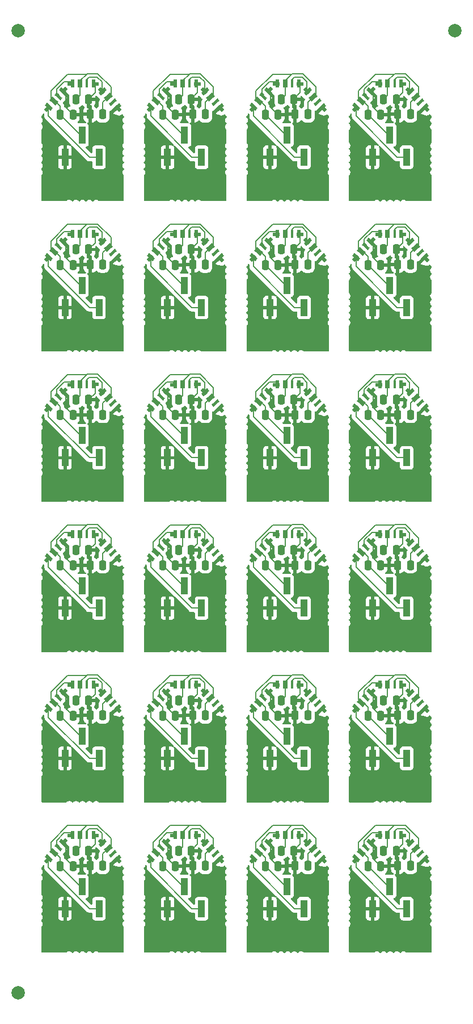
<source format=gbr>
%TF.GenerationSoftware,KiCad,Pcbnew,9.0.3*%
%TF.CreationDate,2025-07-24T13:44:44-05:00*%
%TF.ProjectId,panel,70616e65-6c2e-46b6-9963-61645f706362,rev?*%
%TF.SameCoordinates,Original*%
%TF.FileFunction,Copper,L2,Bot*%
%TF.FilePolarity,Positive*%
%FSLAX46Y46*%
G04 Gerber Fmt 4.6, Leading zero omitted, Abs format (unit mm)*
G04 Created by KiCad (PCBNEW 9.0.3) date 2025-07-24 13:44:44*
%MOMM*%
%LPD*%
G01*
G04 APERTURE LIST*
G04 Aperture macros list*
%AMRoundRect*
0 Rectangle with rounded corners*
0 $1 Rounding radius*
0 $2 $3 $4 $5 $6 $7 $8 $9 X,Y pos of 4 corners*
0 Add a 4 corners polygon primitive as box body*
4,1,4,$2,$3,$4,$5,$6,$7,$8,$9,$2,$3,0*
0 Add four circle primitives for the rounded corners*
1,1,$1+$1,$2,$3*
1,1,$1+$1,$4,$5*
1,1,$1+$1,$6,$7*
1,1,$1+$1,$8,$9*
0 Add four rect primitives between the rounded corners*
20,1,$1+$1,$2,$3,$4,$5,0*
20,1,$1+$1,$4,$5,$6,$7,0*
20,1,$1+$1,$6,$7,$8,$9,0*
20,1,$1+$1,$8,$9,$2,$3,0*%
%AMRotRect*
0 Rectangle, with rotation*
0 The origin of the aperture is its center*
0 $1 length*
0 $2 width*
0 $3 Rotation angle, in degrees counterclockwise*
0 Add horizontal line*
21,1,$1,$2,0,0,$3*%
G04 Aperture macros list end*
%TA.AperFunction,SMDPad,CuDef*%
%ADD10RotRect,1.000000X0.550000X47.000000*%
%TD*%
%TA.AperFunction,SMDPad,CuDef*%
%ADD11RotRect,0.550000X1.200000X47.000000*%
%TD*%
%TA.AperFunction,SMDPad,CuDef*%
%ADD12RotRect,0.700000X1.200000X47.000000*%
%TD*%
%TA.AperFunction,SMDPad,CuDef*%
%ADD13RotRect,0.450000X1.200000X47.000000*%
%TD*%
%TA.AperFunction,SMDPad,CuDef*%
%ADD14RoundRect,0.250000X0.250000X0.475000X-0.250000X0.475000X-0.250000X-0.475000X0.250000X-0.475000X0*%
%TD*%
%TA.AperFunction,SMDPad,CuDef*%
%ADD15RoundRect,0.250000X-0.250000X-0.475000X0.250000X-0.475000X0.250000X0.475000X-0.250000X0.475000X0*%
%TD*%
%TA.AperFunction,SMDPad,CuDef*%
%ADD16R,1.000000X0.550000*%
%TD*%
%TA.AperFunction,SMDPad,CuDef*%
%ADD17R,0.550000X1.200000*%
%TD*%
%TA.AperFunction,SMDPad,CuDef*%
%ADD18R,0.700000X1.200000*%
%TD*%
%TA.AperFunction,SMDPad,CuDef*%
%ADD19R,0.450000X1.200000*%
%TD*%
%TA.AperFunction,SMDPad,CuDef*%
%ADD20RotRect,1.000000X0.550000X313.000000*%
%TD*%
%TA.AperFunction,SMDPad,CuDef*%
%ADD21RotRect,0.550000X1.200000X313.000000*%
%TD*%
%TA.AperFunction,SMDPad,CuDef*%
%ADD22RotRect,0.700000X1.200000X313.000000*%
%TD*%
%TA.AperFunction,SMDPad,CuDef*%
%ADD23RotRect,0.450000X1.200000X313.000000*%
%TD*%
%TA.AperFunction,SMDPad,CuDef*%
%ADD24R,1.000000X2.510000*%
%TD*%
%TA.AperFunction,SMDPad,CuDef*%
%ADD25C,2.000000*%
%TD*%
%TA.AperFunction,Conductor*%
%ADD26C,0.200000*%
%TD*%
G04 APERTURE END LIST*
D10*
%TO.P,D1,1,Din*%
%TO.N,Board_7-LEDout*%
X166271452Y-56467485D03*
D11*
X166370050Y-56251779D03*
D12*
%TO.P,D1,2,VDD*%
%TO.N,Board_7-3v3*%
X167137297Y-55429005D03*
D13*
%TO.P,D1,3,Dout*%
%TO.N,Board_7-Net-(D1-3)*%
X167836346Y-54679368D03*
D11*
%TO.P,D1,4,VSS*%
%TO.N,Board_7-VSS*%
X168518345Y-53948014D03*
D10*
X168719333Y-53827791D03*
%TD*%
D14*
%TO.P,C1,1*%
%TO.N,Board_0-VSS*%
X124092632Y-34998243D03*
%TO.P,C1,2*%
%TO.N,Board_0-3v3*%
X122192632Y-34998243D03*
%TD*%
D15*
%TO.P,C3,1*%
%TO.N,Board_7-VSS*%
X172568684Y-57366212D03*
%TO.P,C3,2*%
%TO.N,Board_7-3v3*%
X174468684Y-57366212D03*
%TD*%
D16*
%TO.P,D2,1,Din*%
%TO.N,Board_20-Net-(D1-3)*%
X123792632Y-142523088D03*
D17*
X124017632Y-142448088D03*
D18*
%TO.P,D2,2,VDD*%
%TO.N,Board_20-3v3*%
X125142632Y-142448088D03*
D19*
%TO.P,D2,3,Dout*%
%TO.N,Board_20-Net-(D2-3)*%
X126167632Y-142448088D03*
D17*
%TO.P,D2,4,VSS*%
%TO.N,Board_20-VSS*%
X127167632Y-142448088D03*
D16*
X127392632Y-142513088D03*
%TD*%
D14*
%TO.P,C1,1*%
%TO.N,Board_7-VSS*%
X170018684Y-57416212D03*
%TO.P,C1,2*%
%TO.N,Board_7-3v3*%
X168118684Y-57416212D03*
%TD*%
D16*
%TO.P,D2,1,Din*%
%TO.N,Board_23-Net-(D1-3)*%
X169718684Y-142523088D03*
D17*
X169943684Y-142448088D03*
D18*
%TO.P,D2,2,VDD*%
%TO.N,Board_23-3v3*%
X171068684Y-142448088D03*
D19*
%TO.P,D2,3,Dout*%
%TO.N,Board_23-Net-(D2-3)*%
X172093684Y-142448088D03*
D17*
%TO.P,D2,4,VSS*%
%TO.N,Board_23-VSS*%
X173093684Y-142448088D03*
D16*
X173318684Y-142513088D03*
%TD*%
D10*
%TO.P,D1,1,Din*%
%TO.N,Board_12-LEDout*%
X120345400Y-101303423D03*
D11*
X120443998Y-101087717D03*
D12*
%TO.P,D1,2,VDD*%
%TO.N,Board_12-3v3*%
X121211245Y-100264943D03*
D13*
%TO.P,D1,3,Dout*%
%TO.N,Board_12-Net-(D1-3)*%
X121910294Y-99515306D03*
D11*
%TO.P,D1,4,VSS*%
%TO.N,Board_12-VSS*%
X122592293Y-98783952D03*
D10*
X122793281Y-98663729D03*
%TD*%
D20*
%TO.P,D3,1,Din*%
%TO.N,Board_4-Net-(D2-3)*%
X128358731Y-53878245D03*
D21*
X128567032Y-53991649D03*
D22*
%TO.P,D3,2,VDD*%
%TO.N,Board_4-3v3*%
X129334281Y-54814422D03*
D23*
%TO.P,D3,3,Dout*%
%TO.N,Board_4-unconnected-(D3-Dout-Pad3)*%
X130033329Y-55564060D03*
D21*
%TO.P,D3,4,VSS*%
%TO.N,Board_4-VSS*%
X130715327Y-56295414D03*
D20*
X130821238Y-56504298D03*
%TD*%
D10*
%TO.P,D1,1,Din*%
%TO.N,Board_15-LEDout*%
X166271452Y-101303423D03*
D11*
X166370050Y-101087717D03*
D12*
%TO.P,D1,2,VDD*%
%TO.N,Board_15-3v3*%
X167137297Y-100264943D03*
D13*
%TO.P,D1,3,Dout*%
%TO.N,Board_15-Net-(D1-3)*%
X167836346Y-99515306D03*
D11*
%TO.P,D1,4,VSS*%
%TO.N,Board_15-VSS*%
X168518345Y-98783952D03*
D10*
X168719333Y-98663729D03*
%TD*%
D20*
%TO.P,D3,1,Din*%
%TO.N,Board_20-Net-(D2-3)*%
X128358731Y-143550121D03*
D21*
X128567032Y-143663525D03*
D22*
%TO.P,D3,2,VDD*%
%TO.N,Board_20-3v3*%
X129334281Y-144486298D03*
D23*
%TO.P,D3,3,Dout*%
%TO.N,Board_20-unconnected-(D3-Dout-Pad3)*%
X130033329Y-145235936D03*
D21*
%TO.P,D3,4,VSS*%
%TO.N,Board_20-VSS*%
X130715327Y-145967290D03*
D20*
X130821238Y-146176174D03*
%TD*%
D14*
%TO.P,C2,1*%
%TO.N,Board_8-VSS*%
X126442632Y-77534181D03*
%TO.P,C2,2*%
%TO.N,Board_8-3v3*%
X124542632Y-77534181D03*
%TD*%
D16*
%TO.P,D2,1,Din*%
%TO.N,Board_22-Net-(D1-3)*%
X154410000Y-142523088D03*
D17*
X154635000Y-142448088D03*
D18*
%TO.P,D2,2,VDD*%
%TO.N,Board_22-3v3*%
X155760000Y-142448088D03*
D19*
%TO.P,D2,3,Dout*%
%TO.N,Board_22-Net-(D2-3)*%
X156785000Y-142448088D03*
D17*
%TO.P,D2,4,VSS*%
%TO.N,Board_22-VSS*%
X157785000Y-142448088D03*
D16*
X158010000Y-142513088D03*
%TD*%
%TO.P,D2,1,Din*%
%TO.N,Board_12-Net-(D1-3)*%
X123792632Y-97687150D03*
D17*
X124017632Y-97612150D03*
D18*
%TO.P,D2,2,VDD*%
%TO.N,Board_12-3v3*%
X125142632Y-97612150D03*
D19*
%TO.P,D2,3,Dout*%
%TO.N,Board_12-Net-(D2-3)*%
X126167632Y-97612150D03*
D17*
%TO.P,D2,4,VSS*%
%TO.N,Board_12-VSS*%
X127167632Y-97612150D03*
D16*
X127392632Y-97677150D03*
%TD*%
D14*
%TO.P,C2,1*%
%TO.N,Board_6-VSS*%
X157060000Y-55116212D03*
%TO.P,C2,2*%
%TO.N,Board_6-3v3*%
X155160000Y-55116212D03*
%TD*%
D16*
%TO.P,D2,1,Din*%
%TO.N,Board_19-Net-(D1-3)*%
X169718684Y-120105119D03*
D17*
X169943684Y-120030119D03*
D18*
%TO.P,D2,2,VDD*%
%TO.N,Board_19-3v3*%
X171068684Y-120030119D03*
D19*
%TO.P,D2,3,Dout*%
%TO.N,Board_19-Net-(D2-3)*%
X172093684Y-120030119D03*
D17*
%TO.P,D2,4,VSS*%
%TO.N,Board_19-VSS*%
X173093684Y-120030119D03*
D16*
X173318684Y-120095119D03*
%TD*%
D20*
%TO.P,D3,1,Din*%
%TO.N,Board_17-Net-(D2-3)*%
X143667415Y-121132152D03*
D21*
X143875716Y-121245556D03*
D22*
%TO.P,D3,2,VDD*%
%TO.N,Board_17-3v3*%
X144642965Y-122068329D03*
D23*
%TO.P,D3,3,Dout*%
%TO.N,Board_17-unconnected-(D3-Dout-Pad3)*%
X145342013Y-122817967D03*
D21*
%TO.P,D3,4,VSS*%
%TO.N,Board_17-VSS*%
X146024011Y-123549321D03*
D20*
X146129922Y-123758205D03*
%TD*%
D24*
%TO.P,J9,1,Pin_1*%
%TO.N,Board_21-LEDout*%
X143291316Y-153443088D03*
%TO.P,J9,2,Pin_2*%
%TO.N,Board_21-3v3*%
X140751316Y-150133088D03*
%TO.P,J9,3,Pin_3*%
%TO.N,Board_21-VSS*%
X138211316Y-153443088D03*
%TD*%
D14*
%TO.P,C1,1*%
%TO.N,Board_8-VSS*%
X124092632Y-79834181D03*
%TO.P,C1,2*%
%TO.N,Board_8-3v3*%
X122192632Y-79834181D03*
%TD*%
%TO.P,C2,1*%
%TO.N,Board_22-VSS*%
X157060000Y-144788088D03*
%TO.P,C2,2*%
%TO.N,Board_22-3v3*%
X155160000Y-144788088D03*
%TD*%
D15*
%TO.P,C3,1*%
%TO.N,Board_9-VSS*%
X141951316Y-79784181D03*
%TO.P,C3,2*%
%TO.N,Board_9-3v3*%
X143851316Y-79784181D03*
%TD*%
D10*
%TO.P,D1,1,Din*%
%TO.N,Board_21-LEDout*%
X135654084Y-146139361D03*
D11*
X135752682Y-145923655D03*
D12*
%TO.P,D1,2,VDD*%
%TO.N,Board_21-3v3*%
X136519929Y-145100881D03*
D13*
%TO.P,D1,3,Dout*%
%TO.N,Board_21-Net-(D1-3)*%
X137218978Y-144351244D03*
D11*
%TO.P,D1,4,VSS*%
%TO.N,Board_21-VSS*%
X137900977Y-143619890D03*
D10*
X138101965Y-143499667D03*
%TD*%
D14*
%TO.P,C1,1*%
%TO.N,Board_23-VSS*%
X170018684Y-147088088D03*
%TO.P,C1,2*%
%TO.N,Board_23-3v3*%
X168118684Y-147088088D03*
%TD*%
D10*
%TO.P,D1,1,Din*%
%TO.N,Board_8-LEDout*%
X120345400Y-78885454D03*
D11*
X120443998Y-78669748D03*
D12*
%TO.P,D1,2,VDD*%
%TO.N,Board_8-3v3*%
X121211245Y-77846974D03*
D13*
%TO.P,D1,3,Dout*%
%TO.N,Board_8-Net-(D1-3)*%
X121910294Y-77097337D03*
D11*
%TO.P,D1,4,VSS*%
%TO.N,Board_8-VSS*%
X122592293Y-76365983D03*
D10*
X122793281Y-76245760D03*
%TD*%
D20*
%TO.P,D3,1,Din*%
%TO.N,Board_19-Net-(D2-3)*%
X174284783Y-121132152D03*
D21*
X174493084Y-121245556D03*
D22*
%TO.P,D3,2,VDD*%
%TO.N,Board_19-3v3*%
X175260333Y-122068329D03*
D23*
%TO.P,D3,3,Dout*%
%TO.N,Board_19-unconnected-(D3-Dout-Pad3)*%
X175959381Y-122817967D03*
D21*
%TO.P,D3,4,VSS*%
%TO.N,Board_19-VSS*%
X176641379Y-123549321D03*
D20*
X176747290Y-123758205D03*
%TD*%
D10*
%TO.P,D1,1,Din*%
%TO.N,Board_4-LEDout*%
X120345400Y-56467485D03*
D11*
X120443998Y-56251779D03*
D12*
%TO.P,D1,2,VDD*%
%TO.N,Board_4-3v3*%
X121211245Y-55429005D03*
D13*
%TO.P,D1,3,Dout*%
%TO.N,Board_4-Net-(D1-3)*%
X121910294Y-54679368D03*
D11*
%TO.P,D1,4,VSS*%
%TO.N,Board_4-VSS*%
X122592293Y-53948014D03*
D10*
X122793281Y-53827791D03*
%TD*%
D16*
%TO.P,D2,1,Din*%
%TO.N,Board_17-Net-(D1-3)*%
X139101316Y-120105119D03*
D17*
X139326316Y-120030119D03*
D18*
%TO.P,D2,2,VDD*%
%TO.N,Board_17-3v3*%
X140451316Y-120030119D03*
D19*
%TO.P,D2,3,Dout*%
%TO.N,Board_17-Net-(D2-3)*%
X141476316Y-120030119D03*
D17*
%TO.P,D2,4,VSS*%
%TO.N,Board_17-VSS*%
X142476316Y-120030119D03*
D16*
X142701316Y-120095119D03*
%TD*%
D15*
%TO.P,C3,1*%
%TO.N,Board_10-VSS*%
X157260000Y-79784181D03*
%TO.P,C3,2*%
%TO.N,Board_10-3v3*%
X159160000Y-79784181D03*
%TD*%
D24*
%TO.P,J9,1,Pin_1*%
%TO.N,Board_6-LEDout*%
X158600000Y-63771212D03*
%TO.P,J9,2,Pin_2*%
%TO.N,Board_6-3v3*%
X156060000Y-60461212D03*
%TO.P,J9,3,Pin_3*%
%TO.N,Board_6-VSS*%
X153520000Y-63771212D03*
%TD*%
D10*
%TO.P,D1,1,Din*%
%TO.N,Board_10-LEDout*%
X150962768Y-78885454D03*
D11*
X151061366Y-78669748D03*
D12*
%TO.P,D1,2,VDD*%
%TO.N,Board_10-3v3*%
X151828613Y-77846974D03*
D13*
%TO.P,D1,3,Dout*%
%TO.N,Board_10-Net-(D1-3)*%
X152527662Y-77097337D03*
D11*
%TO.P,D1,4,VSS*%
%TO.N,Board_10-VSS*%
X153209661Y-76365983D03*
D10*
X153410649Y-76245760D03*
%TD*%
D24*
%TO.P,J9,1,Pin_1*%
%TO.N,Board_1-LEDout*%
X143291316Y-41353243D03*
%TO.P,J9,2,Pin_2*%
%TO.N,Board_1-3v3*%
X140751316Y-38043243D03*
%TO.P,J9,3,Pin_3*%
%TO.N,Board_1-VSS*%
X138211316Y-41353243D03*
%TD*%
D20*
%TO.P,D3,1,Din*%
%TO.N,Board_1-Net-(D2-3)*%
X143667415Y-31460276D03*
D21*
X143875716Y-31573680D03*
D22*
%TO.P,D3,2,VDD*%
%TO.N,Board_1-3v3*%
X144642965Y-32396453D03*
D23*
%TO.P,D3,3,Dout*%
%TO.N,Board_1-unconnected-(D3-Dout-Pad3)*%
X145342013Y-33146091D03*
D21*
%TO.P,D3,4,VSS*%
%TO.N,Board_1-VSS*%
X146024011Y-33877445D03*
D20*
X146129922Y-34086329D03*
%TD*%
D16*
%TO.P,D2,1,Din*%
%TO.N,Board_3-Net-(D1-3)*%
X169718684Y-30433243D03*
D17*
X169943684Y-30358243D03*
D18*
%TO.P,D2,2,VDD*%
%TO.N,Board_3-3v3*%
X171068684Y-30358243D03*
D19*
%TO.P,D2,3,Dout*%
%TO.N,Board_3-Net-(D2-3)*%
X172093684Y-30358243D03*
D17*
%TO.P,D2,4,VSS*%
%TO.N,Board_3-VSS*%
X173093684Y-30358243D03*
D16*
X173318684Y-30423243D03*
%TD*%
%TO.P,D2,1,Din*%
%TO.N,Board_1-Net-(D1-3)*%
X139101316Y-30433243D03*
D17*
X139326316Y-30358243D03*
D18*
%TO.P,D2,2,VDD*%
%TO.N,Board_1-3v3*%
X140451316Y-30358243D03*
D19*
%TO.P,D2,3,Dout*%
%TO.N,Board_1-Net-(D2-3)*%
X141476316Y-30358243D03*
D17*
%TO.P,D2,4,VSS*%
%TO.N,Board_1-VSS*%
X142476316Y-30358243D03*
D16*
X142701316Y-30423243D03*
%TD*%
D15*
%TO.P,C3,1*%
%TO.N,Board_8-VSS*%
X126642632Y-79784181D03*
%TO.P,C3,2*%
%TO.N,Board_8-3v3*%
X128542632Y-79784181D03*
%TD*%
D24*
%TO.P,J9,1,Pin_1*%
%TO.N,Board_8-LEDout*%
X127982632Y-86189181D03*
%TO.P,J9,2,Pin_2*%
%TO.N,Board_8-3v3*%
X125442632Y-82879181D03*
%TO.P,J9,3,Pin_3*%
%TO.N,Board_8-VSS*%
X122902632Y-86189181D03*
%TD*%
%TO.P,J9,1,Pin_1*%
%TO.N,Board_23-LEDout*%
X173908684Y-153443088D03*
%TO.P,J9,2,Pin_2*%
%TO.N,Board_23-3v3*%
X171368684Y-150133088D03*
%TO.P,J9,3,Pin_3*%
%TO.N,Board_23-VSS*%
X168828684Y-153443088D03*
%TD*%
D16*
%TO.P,D2,1,Din*%
%TO.N,Board_11-Net-(D1-3)*%
X169718684Y-75269181D03*
D17*
X169943684Y-75194181D03*
D18*
%TO.P,D2,2,VDD*%
%TO.N,Board_11-3v3*%
X171068684Y-75194181D03*
D19*
%TO.P,D2,3,Dout*%
%TO.N,Board_11-Net-(D2-3)*%
X172093684Y-75194181D03*
D17*
%TO.P,D2,4,VSS*%
%TO.N,Board_11-VSS*%
X173093684Y-75194181D03*
D16*
X173318684Y-75259181D03*
%TD*%
D14*
%TO.P,C1,1*%
%TO.N,Board_9-VSS*%
X139401316Y-79834181D03*
%TO.P,C1,2*%
%TO.N,Board_9-3v3*%
X137501316Y-79834181D03*
%TD*%
D10*
%TO.P,D1,1,Din*%
%TO.N,Board_18-LEDout*%
X150962768Y-123721392D03*
D11*
X151061366Y-123505686D03*
D12*
%TO.P,D1,2,VDD*%
%TO.N,Board_18-3v3*%
X151828613Y-122682912D03*
D13*
%TO.P,D1,3,Dout*%
%TO.N,Board_18-Net-(D1-3)*%
X152527662Y-121933275D03*
D11*
%TO.P,D1,4,VSS*%
%TO.N,Board_18-VSS*%
X153209661Y-121201921D03*
D10*
X153410649Y-121081698D03*
%TD*%
D14*
%TO.P,C2,1*%
%TO.N,Board_2-VSS*%
X157060000Y-32698243D03*
%TO.P,C2,2*%
%TO.N,Board_2-3v3*%
X155160000Y-32698243D03*
%TD*%
D16*
%TO.P,D2,1,Din*%
%TO.N,Board_8-Net-(D1-3)*%
X123792632Y-75269181D03*
D17*
X124017632Y-75194181D03*
D18*
%TO.P,D2,2,VDD*%
%TO.N,Board_8-3v3*%
X125142632Y-75194181D03*
D19*
%TO.P,D2,3,Dout*%
%TO.N,Board_8-Net-(D2-3)*%
X126167632Y-75194181D03*
D17*
%TO.P,D2,4,VSS*%
%TO.N,Board_8-VSS*%
X127167632Y-75194181D03*
D16*
X127392632Y-75259181D03*
%TD*%
D15*
%TO.P,C3,1*%
%TO.N,Board_3-VSS*%
X172568684Y-34948243D03*
%TO.P,C3,2*%
%TO.N,Board_3-3v3*%
X174468684Y-34948243D03*
%TD*%
D16*
%TO.P,D2,1,Din*%
%TO.N,Board_21-Net-(D1-3)*%
X139101316Y-142523088D03*
D17*
X139326316Y-142448088D03*
D18*
%TO.P,D2,2,VDD*%
%TO.N,Board_21-3v3*%
X140451316Y-142448088D03*
D19*
%TO.P,D2,3,Dout*%
%TO.N,Board_21-Net-(D2-3)*%
X141476316Y-142448088D03*
D17*
%TO.P,D2,4,VSS*%
%TO.N,Board_21-VSS*%
X142476316Y-142448088D03*
D16*
X142701316Y-142513088D03*
%TD*%
D24*
%TO.P,J9,1,Pin_1*%
%TO.N,Board_13-LEDout*%
X143291316Y-108607150D03*
%TO.P,J9,2,Pin_2*%
%TO.N,Board_13-3v3*%
X140751316Y-105297150D03*
%TO.P,J9,3,Pin_3*%
%TO.N,Board_13-VSS*%
X138211316Y-108607150D03*
%TD*%
D15*
%TO.P,C3,1*%
%TO.N,Board_4-VSS*%
X126642632Y-57366212D03*
%TO.P,C3,2*%
%TO.N,Board_4-3v3*%
X128542632Y-57366212D03*
%TD*%
D20*
%TO.P,D3,1,Din*%
%TO.N,Board_12-Net-(D2-3)*%
X128358731Y-98714183D03*
D21*
X128567032Y-98827587D03*
D22*
%TO.P,D3,2,VDD*%
%TO.N,Board_12-3v3*%
X129334281Y-99650360D03*
D23*
%TO.P,D3,3,Dout*%
%TO.N,Board_12-unconnected-(D3-Dout-Pad3)*%
X130033329Y-100399998D03*
D21*
%TO.P,D3,4,VSS*%
%TO.N,Board_12-VSS*%
X130715327Y-101131352D03*
D20*
X130821238Y-101340236D03*
%TD*%
D24*
%TO.P,J9,1,Pin_1*%
%TO.N,Board_0-LEDout*%
X127982632Y-41353243D03*
%TO.P,J9,2,Pin_2*%
%TO.N,Board_0-3v3*%
X125442632Y-38043243D03*
%TO.P,J9,3,Pin_3*%
%TO.N,Board_0-VSS*%
X122902632Y-41353243D03*
%TD*%
D15*
%TO.P,C3,1*%
%TO.N,Board_19-VSS*%
X172568684Y-124620119D03*
%TO.P,C3,2*%
%TO.N,Board_19-3v3*%
X174468684Y-124620119D03*
%TD*%
D10*
%TO.P,D1,1,Din*%
%TO.N,Board_0-LEDout*%
X120345400Y-34049516D03*
D11*
X120443998Y-33833810D03*
D12*
%TO.P,D1,2,VDD*%
%TO.N,Board_0-3v3*%
X121211245Y-33011036D03*
D13*
%TO.P,D1,3,Dout*%
%TO.N,Board_0-Net-(D1-3)*%
X121910294Y-32261399D03*
D11*
%TO.P,D1,4,VSS*%
%TO.N,Board_0-VSS*%
X122592293Y-31530045D03*
D10*
X122793281Y-31409822D03*
%TD*%
D16*
%TO.P,D2,1,Din*%
%TO.N,Board_4-Net-(D1-3)*%
X123792632Y-52851212D03*
D17*
X124017632Y-52776212D03*
D18*
%TO.P,D2,2,VDD*%
%TO.N,Board_4-3v3*%
X125142632Y-52776212D03*
D19*
%TO.P,D2,3,Dout*%
%TO.N,Board_4-Net-(D2-3)*%
X126167632Y-52776212D03*
D17*
%TO.P,D2,4,VSS*%
%TO.N,Board_4-VSS*%
X127167632Y-52776212D03*
D16*
X127392632Y-52841212D03*
%TD*%
D20*
%TO.P,D3,1,Din*%
%TO.N,Board_10-Net-(D2-3)*%
X158976099Y-76296214D03*
D21*
X159184400Y-76409618D03*
D22*
%TO.P,D3,2,VDD*%
%TO.N,Board_10-3v3*%
X159951649Y-77232391D03*
D23*
%TO.P,D3,3,Dout*%
%TO.N,Board_10-unconnected-(D3-Dout-Pad3)*%
X160650697Y-77982029D03*
D21*
%TO.P,D3,4,VSS*%
%TO.N,Board_10-VSS*%
X161332695Y-78713383D03*
D20*
X161438606Y-78922267D03*
%TD*%
D14*
%TO.P,C2,1*%
%TO.N,Board_1-VSS*%
X141751316Y-32698243D03*
%TO.P,C2,2*%
%TO.N,Board_1-3v3*%
X139851316Y-32698243D03*
%TD*%
%TO.P,C1,1*%
%TO.N,Board_11-VSS*%
X170018684Y-79834181D03*
%TO.P,C1,2*%
%TO.N,Board_11-3v3*%
X168118684Y-79834181D03*
%TD*%
D24*
%TO.P,J9,1,Pin_1*%
%TO.N,Board_10-LEDout*%
X158600000Y-86189181D03*
%TO.P,J9,2,Pin_2*%
%TO.N,Board_10-3v3*%
X156060000Y-82879181D03*
%TO.P,J9,3,Pin_3*%
%TO.N,Board_10-VSS*%
X153520000Y-86189181D03*
%TD*%
%TO.P,J9,1,Pin_1*%
%TO.N,Board_2-LEDout*%
X158600000Y-41353243D03*
%TO.P,J9,2,Pin_2*%
%TO.N,Board_2-3v3*%
X156060000Y-38043243D03*
%TO.P,J9,3,Pin_3*%
%TO.N,Board_2-VSS*%
X153520000Y-41353243D03*
%TD*%
%TO.P,J9,1,Pin_1*%
%TO.N,Board_12-LEDout*%
X127982632Y-108607150D03*
%TO.P,J9,2,Pin_2*%
%TO.N,Board_12-3v3*%
X125442632Y-105297150D03*
%TO.P,J9,3,Pin_3*%
%TO.N,Board_12-VSS*%
X122902632Y-108607150D03*
%TD*%
D14*
%TO.P,C1,1*%
%TO.N,Board_15-VSS*%
X170018684Y-102252150D03*
%TO.P,C1,2*%
%TO.N,Board_15-3v3*%
X168118684Y-102252150D03*
%TD*%
D15*
%TO.P,C3,1*%
%TO.N,Board_5-VSS*%
X141951316Y-57366212D03*
%TO.P,C3,2*%
%TO.N,Board_5-3v3*%
X143851316Y-57366212D03*
%TD*%
D14*
%TO.P,C2,1*%
%TO.N,Board_10-VSS*%
X157060000Y-77534181D03*
%TO.P,C2,2*%
%TO.N,Board_10-3v3*%
X155160000Y-77534181D03*
%TD*%
%TO.P,C1,1*%
%TO.N,Board_21-VSS*%
X139401316Y-147088088D03*
%TO.P,C1,2*%
%TO.N,Board_21-3v3*%
X137501316Y-147088088D03*
%TD*%
D24*
%TO.P,J9,1,Pin_1*%
%TO.N,Board_19-LEDout*%
X173908684Y-131025119D03*
%TO.P,J9,2,Pin_2*%
%TO.N,Board_19-3v3*%
X171368684Y-127715119D03*
%TO.P,J9,3,Pin_3*%
%TO.N,Board_19-VSS*%
X168828684Y-131025119D03*
%TD*%
D10*
%TO.P,D1,1,Din*%
%TO.N,Board_14-LEDout*%
X150962768Y-101303423D03*
D11*
X151061366Y-101087717D03*
D12*
%TO.P,D1,2,VDD*%
%TO.N,Board_14-3v3*%
X151828613Y-100264943D03*
D13*
%TO.P,D1,3,Dout*%
%TO.N,Board_14-Net-(D1-3)*%
X152527662Y-99515306D03*
D11*
%TO.P,D1,4,VSS*%
%TO.N,Board_14-VSS*%
X153209661Y-98783952D03*
D10*
X153410649Y-98663729D03*
%TD*%
D14*
%TO.P,C2,1*%
%TO.N,Board_9-VSS*%
X141751316Y-77534181D03*
%TO.P,C2,2*%
%TO.N,Board_9-3v3*%
X139851316Y-77534181D03*
%TD*%
D24*
%TO.P,J9,1,Pin_1*%
%TO.N,Board_16-LEDout*%
X127982632Y-131025119D03*
%TO.P,J9,2,Pin_2*%
%TO.N,Board_16-3v3*%
X125442632Y-127715119D03*
%TO.P,J9,3,Pin_3*%
%TO.N,Board_16-VSS*%
X122902632Y-131025119D03*
%TD*%
D14*
%TO.P,C1,1*%
%TO.N,Board_16-VSS*%
X124092632Y-124670119D03*
%TO.P,C1,2*%
%TO.N,Board_16-3v3*%
X122192632Y-124670119D03*
%TD*%
D24*
%TO.P,J9,1,Pin_1*%
%TO.N,Board_5-LEDout*%
X143291316Y-63771212D03*
%TO.P,J9,2,Pin_2*%
%TO.N,Board_5-3v3*%
X140751316Y-60461212D03*
%TO.P,J9,3,Pin_3*%
%TO.N,Board_5-VSS*%
X138211316Y-63771212D03*
%TD*%
D16*
%TO.P,D2,1,Din*%
%TO.N,Board_14-Net-(D1-3)*%
X154410000Y-97687150D03*
D17*
X154635000Y-97612150D03*
D18*
%TO.P,D2,2,VDD*%
%TO.N,Board_14-3v3*%
X155760000Y-97612150D03*
D19*
%TO.P,D2,3,Dout*%
%TO.N,Board_14-Net-(D2-3)*%
X156785000Y-97612150D03*
D17*
%TO.P,D2,4,VSS*%
%TO.N,Board_14-VSS*%
X157785000Y-97612150D03*
D16*
X158010000Y-97677150D03*
%TD*%
D14*
%TO.P,C2,1*%
%TO.N,Board_23-VSS*%
X172368684Y-144788088D03*
%TO.P,C2,2*%
%TO.N,Board_23-3v3*%
X170468684Y-144788088D03*
%TD*%
D20*
%TO.P,D3,1,Din*%
%TO.N,Board_8-Net-(D2-3)*%
X128358731Y-76296214D03*
D21*
X128567032Y-76409618D03*
D22*
%TO.P,D3,2,VDD*%
%TO.N,Board_8-3v3*%
X129334281Y-77232391D03*
D23*
%TO.P,D3,3,Dout*%
%TO.N,Board_8-unconnected-(D3-Dout-Pad3)*%
X130033329Y-77982029D03*
D21*
%TO.P,D3,4,VSS*%
%TO.N,Board_8-VSS*%
X130715327Y-78713383D03*
D20*
X130821238Y-78922267D03*
%TD*%
D24*
%TO.P,J9,1,Pin_1*%
%TO.N,Board_20-LEDout*%
X127982632Y-153443088D03*
%TO.P,J9,2,Pin_2*%
%TO.N,Board_20-3v3*%
X125442632Y-150133088D03*
%TO.P,J9,3,Pin_3*%
%TO.N,Board_20-VSS*%
X122902632Y-153443088D03*
%TD*%
D14*
%TO.P,C1,1*%
%TO.N,Board_17-VSS*%
X139401316Y-124670119D03*
%TO.P,C1,2*%
%TO.N,Board_17-3v3*%
X137501316Y-124670119D03*
%TD*%
%TO.P,C1,1*%
%TO.N,Board_6-VSS*%
X154710000Y-57416212D03*
%TO.P,C1,2*%
%TO.N,Board_6-3v3*%
X152810000Y-57416212D03*
%TD*%
%TO.P,C2,1*%
%TO.N,Board_15-VSS*%
X172368684Y-99952150D03*
%TO.P,C2,2*%
%TO.N,Board_15-3v3*%
X170468684Y-99952150D03*
%TD*%
D24*
%TO.P,J9,1,Pin_1*%
%TO.N,Board_17-LEDout*%
X143291316Y-131025119D03*
%TO.P,J9,2,Pin_2*%
%TO.N,Board_17-3v3*%
X140751316Y-127715119D03*
%TO.P,J9,3,Pin_3*%
%TO.N,Board_17-VSS*%
X138211316Y-131025119D03*
%TD*%
D14*
%TO.P,C1,1*%
%TO.N,Board_13-VSS*%
X139401316Y-102252150D03*
%TO.P,C1,2*%
%TO.N,Board_13-3v3*%
X137501316Y-102252150D03*
%TD*%
%TO.P,C2,1*%
%TO.N,Board_18-VSS*%
X157060000Y-122370119D03*
%TO.P,C2,2*%
%TO.N,Board_18-3v3*%
X155160000Y-122370119D03*
%TD*%
D16*
%TO.P,D2,1,Din*%
%TO.N,Board_2-Net-(D1-3)*%
X154410000Y-30433243D03*
D17*
X154635000Y-30358243D03*
D18*
%TO.P,D2,2,VDD*%
%TO.N,Board_2-3v3*%
X155760000Y-30358243D03*
D19*
%TO.P,D2,3,Dout*%
%TO.N,Board_2-Net-(D2-3)*%
X156785000Y-30358243D03*
D17*
%TO.P,D2,4,VSS*%
%TO.N,Board_2-VSS*%
X157785000Y-30358243D03*
D16*
X158010000Y-30423243D03*
%TD*%
D15*
%TO.P,C3,1*%
%TO.N,Board_6-VSS*%
X157260000Y-57366212D03*
%TO.P,C3,2*%
%TO.N,Board_6-3v3*%
X159160000Y-57366212D03*
%TD*%
D20*
%TO.P,D3,1,Din*%
%TO.N,Board_6-Net-(D2-3)*%
X158976099Y-53878245D03*
D21*
X159184400Y-53991649D03*
D22*
%TO.P,D3,2,VDD*%
%TO.N,Board_6-3v3*%
X159951649Y-54814422D03*
D23*
%TO.P,D3,3,Dout*%
%TO.N,Board_6-unconnected-(D3-Dout-Pad3)*%
X160650697Y-55564060D03*
D21*
%TO.P,D3,4,VSS*%
%TO.N,Board_6-VSS*%
X161332695Y-56295414D03*
D20*
X161438606Y-56504298D03*
%TD*%
D16*
%TO.P,D2,1,Din*%
%TO.N,Board_7-Net-(D1-3)*%
X169718684Y-52851212D03*
D17*
X169943684Y-52776212D03*
D18*
%TO.P,D2,2,VDD*%
%TO.N,Board_7-3v3*%
X171068684Y-52776212D03*
D19*
%TO.P,D2,3,Dout*%
%TO.N,Board_7-Net-(D2-3)*%
X172093684Y-52776212D03*
D17*
%TO.P,D2,4,VSS*%
%TO.N,Board_7-VSS*%
X173093684Y-52776212D03*
D16*
X173318684Y-52841212D03*
%TD*%
D20*
%TO.P,D3,1,Din*%
%TO.N,Board_2-Net-(D2-3)*%
X158976099Y-31460276D03*
D21*
X159184400Y-31573680D03*
D22*
%TO.P,D3,2,VDD*%
%TO.N,Board_2-3v3*%
X159951649Y-32396453D03*
D23*
%TO.P,D3,3,Dout*%
%TO.N,Board_2-unconnected-(D3-Dout-Pad3)*%
X160650697Y-33146091D03*
D21*
%TO.P,D3,4,VSS*%
%TO.N,Board_2-VSS*%
X161332695Y-33877445D03*
D20*
X161438606Y-34086329D03*
%TD*%
D10*
%TO.P,D1,1,Din*%
%TO.N,Board_23-LEDout*%
X166271452Y-146139361D03*
D11*
X166370050Y-145923655D03*
D12*
%TO.P,D1,2,VDD*%
%TO.N,Board_23-3v3*%
X167137297Y-145100881D03*
D13*
%TO.P,D1,3,Dout*%
%TO.N,Board_23-Net-(D1-3)*%
X167836346Y-144351244D03*
D11*
%TO.P,D1,4,VSS*%
%TO.N,Board_23-VSS*%
X168518345Y-143619890D03*
D10*
X168719333Y-143499667D03*
%TD*%
%TO.P,D1,1,Din*%
%TO.N,Board_6-LEDout*%
X150962768Y-56467485D03*
D11*
X151061366Y-56251779D03*
D12*
%TO.P,D1,2,VDD*%
%TO.N,Board_6-3v3*%
X151828613Y-55429005D03*
D13*
%TO.P,D1,3,Dout*%
%TO.N,Board_6-Net-(D1-3)*%
X152527662Y-54679368D03*
D11*
%TO.P,D1,4,VSS*%
%TO.N,Board_6-VSS*%
X153209661Y-53948014D03*
D10*
X153410649Y-53827791D03*
%TD*%
D14*
%TO.P,C1,1*%
%TO.N,Board_2-VSS*%
X154710000Y-34998243D03*
%TO.P,C1,2*%
%TO.N,Board_2-3v3*%
X152810000Y-34998243D03*
%TD*%
D16*
%TO.P,D2,1,Din*%
%TO.N,Board_0-Net-(D1-3)*%
X123792632Y-30433243D03*
D17*
X124017632Y-30358243D03*
D18*
%TO.P,D2,2,VDD*%
%TO.N,Board_0-3v3*%
X125142632Y-30358243D03*
D19*
%TO.P,D2,3,Dout*%
%TO.N,Board_0-Net-(D2-3)*%
X126167632Y-30358243D03*
D17*
%TO.P,D2,4,VSS*%
%TO.N,Board_0-VSS*%
X127167632Y-30358243D03*
D16*
X127392632Y-30423243D03*
%TD*%
%TO.P,D2,1,Din*%
%TO.N,Board_10-Net-(D1-3)*%
X154410000Y-75269181D03*
D17*
X154635000Y-75194181D03*
D18*
%TO.P,D2,2,VDD*%
%TO.N,Board_10-3v3*%
X155760000Y-75194181D03*
D19*
%TO.P,D2,3,Dout*%
%TO.N,Board_10-Net-(D2-3)*%
X156785000Y-75194181D03*
D17*
%TO.P,D2,4,VSS*%
%TO.N,Board_10-VSS*%
X157785000Y-75194181D03*
D16*
X158010000Y-75259181D03*
%TD*%
D14*
%TO.P,C1,1*%
%TO.N,Board_3-VSS*%
X170018684Y-34998243D03*
%TO.P,C1,2*%
%TO.N,Board_3-3v3*%
X168118684Y-34998243D03*
%TD*%
D16*
%TO.P,D2,1,Din*%
%TO.N,Board_6-Net-(D1-3)*%
X154410000Y-52851212D03*
D17*
X154635000Y-52776212D03*
D18*
%TO.P,D2,2,VDD*%
%TO.N,Board_6-3v3*%
X155760000Y-52776212D03*
D19*
%TO.P,D2,3,Dout*%
%TO.N,Board_6-Net-(D2-3)*%
X156785000Y-52776212D03*
D17*
%TO.P,D2,4,VSS*%
%TO.N,Board_6-VSS*%
X157785000Y-52776212D03*
D16*
X158010000Y-52841212D03*
%TD*%
%TO.P,D2,1,Din*%
%TO.N,Board_13-Net-(D1-3)*%
X139101316Y-97687150D03*
D17*
X139326316Y-97612150D03*
D18*
%TO.P,D2,2,VDD*%
%TO.N,Board_13-3v3*%
X140451316Y-97612150D03*
D19*
%TO.P,D2,3,Dout*%
%TO.N,Board_13-Net-(D2-3)*%
X141476316Y-97612150D03*
D17*
%TO.P,D2,4,VSS*%
%TO.N,Board_13-VSS*%
X142476316Y-97612150D03*
D16*
X142701316Y-97677150D03*
%TD*%
D20*
%TO.P,D3,1,Din*%
%TO.N,Board_13-Net-(D2-3)*%
X143667415Y-98714183D03*
D21*
X143875716Y-98827587D03*
D22*
%TO.P,D3,2,VDD*%
%TO.N,Board_13-3v3*%
X144642965Y-99650360D03*
D23*
%TO.P,D3,3,Dout*%
%TO.N,Board_13-unconnected-(D3-Dout-Pad3)*%
X145342013Y-100399998D03*
D21*
%TO.P,D3,4,VSS*%
%TO.N,Board_13-VSS*%
X146024011Y-101131352D03*
D20*
X146129922Y-101340236D03*
%TD*%
D14*
%TO.P,C2,1*%
%TO.N,Board_7-VSS*%
X172368684Y-55116212D03*
%TO.P,C2,2*%
%TO.N,Board_7-3v3*%
X170468684Y-55116212D03*
%TD*%
%TO.P,C2,1*%
%TO.N,Board_14-VSS*%
X157060000Y-99952150D03*
%TO.P,C2,2*%
%TO.N,Board_14-3v3*%
X155160000Y-99952150D03*
%TD*%
D15*
%TO.P,C3,1*%
%TO.N,Board_12-VSS*%
X126642632Y-102202150D03*
%TO.P,C3,2*%
%TO.N,Board_12-3v3*%
X128542632Y-102202150D03*
%TD*%
D14*
%TO.P,C2,1*%
%TO.N,Board_16-VSS*%
X126442632Y-122370119D03*
%TO.P,C2,2*%
%TO.N,Board_16-3v3*%
X124542632Y-122370119D03*
%TD*%
D15*
%TO.P,C3,1*%
%TO.N,Board_23-VSS*%
X172568684Y-147038088D03*
%TO.P,C3,2*%
%TO.N,Board_23-3v3*%
X174468684Y-147038088D03*
%TD*%
D24*
%TO.P,J9,1,Pin_1*%
%TO.N,Board_7-LEDout*%
X173908684Y-63771212D03*
%TO.P,J9,2,Pin_2*%
%TO.N,Board_7-3v3*%
X171368684Y-60461212D03*
%TO.P,J9,3,Pin_3*%
%TO.N,Board_7-VSS*%
X168828684Y-63771212D03*
%TD*%
D14*
%TO.P,C1,1*%
%TO.N,Board_19-VSS*%
X170018684Y-124670119D03*
%TO.P,C1,2*%
%TO.N,Board_19-3v3*%
X168118684Y-124670119D03*
%TD*%
D20*
%TO.P,D3,1,Din*%
%TO.N,Board_7-Net-(D2-3)*%
X174284783Y-53878245D03*
D21*
X174493084Y-53991649D03*
D22*
%TO.P,D3,2,VDD*%
%TO.N,Board_7-3v3*%
X175260333Y-54814422D03*
D23*
%TO.P,D3,3,Dout*%
%TO.N,Board_7-unconnected-(D3-Dout-Pad3)*%
X175959381Y-55564060D03*
D21*
%TO.P,D3,4,VSS*%
%TO.N,Board_7-VSS*%
X176641379Y-56295414D03*
D20*
X176747290Y-56504298D03*
%TD*%
%TO.P,D3,1,Din*%
%TO.N,Board_5-Net-(D2-3)*%
X143667415Y-53878245D03*
D21*
X143875716Y-53991649D03*
D22*
%TO.P,D3,2,VDD*%
%TO.N,Board_5-3v3*%
X144642965Y-54814422D03*
D23*
%TO.P,D3,3,Dout*%
%TO.N,Board_5-unconnected-(D3-Dout-Pad3)*%
X145342013Y-55564060D03*
D21*
%TO.P,D3,4,VSS*%
%TO.N,Board_5-VSS*%
X146024011Y-56295414D03*
D20*
X146129922Y-56504298D03*
%TD*%
D15*
%TO.P,C3,1*%
%TO.N,Board_0-VSS*%
X126642632Y-34948243D03*
%TO.P,C3,2*%
%TO.N,Board_0-3v3*%
X128542632Y-34948243D03*
%TD*%
D24*
%TO.P,J9,1,Pin_1*%
%TO.N,Board_11-LEDout*%
X173908684Y-86189181D03*
%TO.P,J9,2,Pin_2*%
%TO.N,Board_11-3v3*%
X171368684Y-82879181D03*
%TO.P,J9,3,Pin_3*%
%TO.N,Board_11-VSS*%
X168828684Y-86189181D03*
%TD*%
D10*
%TO.P,D1,1,Din*%
%TO.N,Board_11-LEDout*%
X166271452Y-78885454D03*
D11*
X166370050Y-78669748D03*
D12*
%TO.P,D1,2,VDD*%
%TO.N,Board_11-3v3*%
X167137297Y-77846974D03*
D13*
%TO.P,D1,3,Dout*%
%TO.N,Board_11-Net-(D1-3)*%
X167836346Y-77097337D03*
D11*
%TO.P,D1,4,VSS*%
%TO.N,Board_11-VSS*%
X168518345Y-76365983D03*
D10*
X168719333Y-76245760D03*
%TD*%
D14*
%TO.P,C1,1*%
%TO.N,Board_22-VSS*%
X154710000Y-147088088D03*
%TO.P,C1,2*%
%TO.N,Board_22-3v3*%
X152810000Y-147088088D03*
%TD*%
D10*
%TO.P,D1,1,Din*%
%TO.N,Board_5-LEDout*%
X135654084Y-56467485D03*
D11*
X135752682Y-56251779D03*
D12*
%TO.P,D1,2,VDD*%
%TO.N,Board_5-3v3*%
X136519929Y-55429005D03*
D13*
%TO.P,D1,3,Dout*%
%TO.N,Board_5-Net-(D1-3)*%
X137218978Y-54679368D03*
D11*
%TO.P,D1,4,VSS*%
%TO.N,Board_5-VSS*%
X137900977Y-53948014D03*
D10*
X138101965Y-53827791D03*
%TD*%
D14*
%TO.P,C1,1*%
%TO.N,Board_14-VSS*%
X154710000Y-102252150D03*
%TO.P,C1,2*%
%TO.N,Board_14-3v3*%
X152810000Y-102252150D03*
%TD*%
D15*
%TO.P,C3,1*%
%TO.N,Board_15-VSS*%
X172568684Y-102202150D03*
%TO.P,C3,2*%
%TO.N,Board_15-3v3*%
X174468684Y-102202150D03*
%TD*%
D24*
%TO.P,J9,1,Pin_1*%
%TO.N,Board_14-LEDout*%
X158600000Y-108607150D03*
%TO.P,J9,2,Pin_2*%
%TO.N,Board_14-3v3*%
X156060000Y-105297150D03*
%TO.P,J9,3,Pin_3*%
%TO.N,Board_14-VSS*%
X153520000Y-108607150D03*
%TD*%
D10*
%TO.P,D1,1,Din*%
%TO.N,Board_19-LEDout*%
X166271452Y-123721392D03*
D11*
X166370050Y-123505686D03*
D12*
%TO.P,D1,2,VDD*%
%TO.N,Board_19-3v3*%
X167137297Y-122682912D03*
D13*
%TO.P,D1,3,Dout*%
%TO.N,Board_19-Net-(D1-3)*%
X167836346Y-121933275D03*
D11*
%TO.P,D1,4,VSS*%
%TO.N,Board_19-VSS*%
X168518345Y-121201921D03*
D10*
X168719333Y-121081698D03*
%TD*%
%TO.P,D1,1,Din*%
%TO.N,Board_1-LEDout*%
X135654084Y-34049516D03*
D11*
X135752682Y-33833810D03*
D12*
%TO.P,D1,2,VDD*%
%TO.N,Board_1-3v3*%
X136519929Y-33011036D03*
D13*
%TO.P,D1,3,Dout*%
%TO.N,Board_1-Net-(D1-3)*%
X137218978Y-32261399D03*
D11*
%TO.P,D1,4,VSS*%
%TO.N,Board_1-VSS*%
X137900977Y-31530045D03*
D10*
X138101965Y-31409822D03*
%TD*%
D14*
%TO.P,C2,1*%
%TO.N,Board_19-VSS*%
X172368684Y-122370119D03*
%TO.P,C2,2*%
%TO.N,Board_19-3v3*%
X170468684Y-122370119D03*
%TD*%
D15*
%TO.P,C3,1*%
%TO.N,Board_2-VSS*%
X157260000Y-34948243D03*
%TO.P,C3,2*%
%TO.N,Board_2-3v3*%
X159160000Y-34948243D03*
%TD*%
%TO.P,C3,1*%
%TO.N,Board_17-VSS*%
X141951316Y-124620119D03*
%TO.P,C3,2*%
%TO.N,Board_17-3v3*%
X143851316Y-124620119D03*
%TD*%
%TO.P,C3,1*%
%TO.N,Board_1-VSS*%
X141951316Y-34948243D03*
%TO.P,C3,2*%
%TO.N,Board_1-3v3*%
X143851316Y-34948243D03*
%TD*%
D14*
%TO.P,C1,1*%
%TO.N,Board_4-VSS*%
X124092632Y-57416212D03*
%TO.P,C1,2*%
%TO.N,Board_4-3v3*%
X122192632Y-57416212D03*
%TD*%
D20*
%TO.P,D3,1,Din*%
%TO.N,Board_15-Net-(D2-3)*%
X174284783Y-98714183D03*
D21*
X174493084Y-98827587D03*
D22*
%TO.P,D3,2,VDD*%
%TO.N,Board_15-3v3*%
X175260333Y-99650360D03*
D23*
%TO.P,D3,3,Dout*%
%TO.N,Board_15-unconnected-(D3-Dout-Pad3)*%
X175959381Y-100399998D03*
D21*
%TO.P,D3,4,VSS*%
%TO.N,Board_15-VSS*%
X176641379Y-101131352D03*
D20*
X176747290Y-101340236D03*
%TD*%
D15*
%TO.P,C3,1*%
%TO.N,Board_18-VSS*%
X157260000Y-124620119D03*
%TO.P,C3,2*%
%TO.N,Board_18-3v3*%
X159160000Y-124620119D03*
%TD*%
D10*
%TO.P,D1,1,Din*%
%TO.N,Board_3-LEDout*%
X166271452Y-34049516D03*
D11*
X166370050Y-33833810D03*
D12*
%TO.P,D1,2,VDD*%
%TO.N,Board_3-3v3*%
X167137297Y-33011036D03*
D13*
%TO.P,D1,3,Dout*%
%TO.N,Board_3-Net-(D1-3)*%
X167836346Y-32261399D03*
D11*
%TO.P,D1,4,VSS*%
%TO.N,Board_3-VSS*%
X168518345Y-31530045D03*
D10*
X168719333Y-31409822D03*
%TD*%
D25*
%TO.P,KiKit_FID_B_3,*%
%TO.N,*%
X115882632Y-166007814D03*
%TD*%
D14*
%TO.P,C2,1*%
%TO.N,Board_12-VSS*%
X126442632Y-99952150D03*
%TO.P,C2,2*%
%TO.N,Board_12-3v3*%
X124542632Y-99952150D03*
%TD*%
D20*
%TO.P,D3,1,Din*%
%TO.N,Board_21-Net-(D2-3)*%
X143667415Y-143550121D03*
D21*
X143875716Y-143663525D03*
D22*
%TO.P,D3,2,VDD*%
%TO.N,Board_21-3v3*%
X144642965Y-144486298D03*
D23*
%TO.P,D3,3,Dout*%
%TO.N,Board_21-unconnected-(D3-Dout-Pad3)*%
X145342013Y-145235936D03*
D21*
%TO.P,D3,4,VSS*%
%TO.N,Board_21-VSS*%
X146024011Y-145967290D03*
D20*
X146129922Y-146176174D03*
%TD*%
%TO.P,D3,1,Din*%
%TO.N,Board_22-Net-(D2-3)*%
X158976099Y-143550121D03*
D21*
X159184400Y-143663525D03*
D22*
%TO.P,D3,2,VDD*%
%TO.N,Board_22-3v3*%
X159951649Y-144486298D03*
D23*
%TO.P,D3,3,Dout*%
%TO.N,Board_22-unconnected-(D3-Dout-Pad3)*%
X160650697Y-145235936D03*
D21*
%TO.P,D3,4,VSS*%
%TO.N,Board_22-VSS*%
X161332695Y-145967290D03*
D20*
X161438606Y-146176174D03*
%TD*%
D24*
%TO.P,J9,1,Pin_1*%
%TO.N,Board_3-LEDout*%
X173908684Y-41353243D03*
%TO.P,J9,2,Pin_2*%
%TO.N,Board_3-3v3*%
X171368684Y-38043243D03*
%TO.P,J9,3,Pin_3*%
%TO.N,Board_3-VSS*%
X168828684Y-41353243D03*
%TD*%
D16*
%TO.P,D2,1,Din*%
%TO.N,Board_16-Net-(D1-3)*%
X123792632Y-120105119D03*
D17*
X124017632Y-120030119D03*
D18*
%TO.P,D2,2,VDD*%
%TO.N,Board_16-3v3*%
X125142632Y-120030119D03*
D19*
%TO.P,D2,3,Dout*%
%TO.N,Board_16-Net-(D2-3)*%
X126167632Y-120030119D03*
D17*
%TO.P,D2,4,VSS*%
%TO.N,Board_16-VSS*%
X127167632Y-120030119D03*
D16*
X127392632Y-120095119D03*
%TD*%
D14*
%TO.P,C2,1*%
%TO.N,Board_21-VSS*%
X141751316Y-144788088D03*
%TO.P,C2,2*%
%TO.N,Board_21-3v3*%
X139851316Y-144788088D03*
%TD*%
D20*
%TO.P,D3,1,Din*%
%TO.N,Board_11-Net-(D2-3)*%
X174284783Y-76296214D03*
D21*
X174493084Y-76409618D03*
D22*
%TO.P,D3,2,VDD*%
%TO.N,Board_11-3v3*%
X175260333Y-77232391D03*
D23*
%TO.P,D3,3,Dout*%
%TO.N,Board_11-unconnected-(D3-Dout-Pad3)*%
X175959381Y-77982029D03*
D21*
%TO.P,D3,4,VSS*%
%TO.N,Board_11-VSS*%
X176641379Y-78713383D03*
D20*
X176747290Y-78922267D03*
%TD*%
D25*
%TO.P,KiKit_FID_B_2,*%
%TO.N,*%
X181117368Y-22500000D03*
%TD*%
D14*
%TO.P,C2,1*%
%TO.N,Board_3-VSS*%
X172368684Y-32698243D03*
%TO.P,C2,2*%
%TO.N,Board_3-3v3*%
X170468684Y-32698243D03*
%TD*%
D20*
%TO.P,D3,1,Din*%
%TO.N,Board_3-Net-(D2-3)*%
X174284783Y-31460276D03*
D21*
X174493084Y-31573680D03*
D22*
%TO.P,D3,2,VDD*%
%TO.N,Board_3-3v3*%
X175260333Y-32396453D03*
D23*
%TO.P,D3,3,Dout*%
%TO.N,Board_3-unconnected-(D3-Dout-Pad3)*%
X175959381Y-33146091D03*
D21*
%TO.P,D3,4,VSS*%
%TO.N,Board_3-VSS*%
X176641379Y-33877445D03*
D20*
X176747290Y-34086329D03*
%TD*%
D14*
%TO.P,C1,1*%
%TO.N,Board_12-VSS*%
X124092632Y-102252150D03*
%TO.P,C1,2*%
%TO.N,Board_12-3v3*%
X122192632Y-102252150D03*
%TD*%
D10*
%TO.P,D1,1,Din*%
%TO.N,Board_20-LEDout*%
X120345400Y-146139361D03*
D11*
X120443998Y-145923655D03*
D12*
%TO.P,D1,2,VDD*%
%TO.N,Board_20-3v3*%
X121211245Y-145100881D03*
D13*
%TO.P,D1,3,Dout*%
%TO.N,Board_20-Net-(D1-3)*%
X121910294Y-144351244D03*
D11*
%TO.P,D1,4,VSS*%
%TO.N,Board_20-VSS*%
X122592293Y-143619890D03*
D10*
X122793281Y-143499667D03*
%TD*%
D14*
%TO.P,C2,1*%
%TO.N,Board_13-VSS*%
X141751316Y-99952150D03*
%TO.P,C2,2*%
%TO.N,Board_13-3v3*%
X139851316Y-99952150D03*
%TD*%
D20*
%TO.P,D3,1,Din*%
%TO.N,Board_16-Net-(D2-3)*%
X128358731Y-121132152D03*
D21*
X128567032Y-121245556D03*
D22*
%TO.P,D3,2,VDD*%
%TO.N,Board_16-3v3*%
X129334281Y-122068329D03*
D23*
%TO.P,D3,3,Dout*%
%TO.N,Board_16-unconnected-(D3-Dout-Pad3)*%
X130033329Y-122817967D03*
D21*
%TO.P,D3,4,VSS*%
%TO.N,Board_16-VSS*%
X130715327Y-123549321D03*
D20*
X130821238Y-123758205D03*
%TD*%
D14*
%TO.P,C2,1*%
%TO.N,Board_4-VSS*%
X126442632Y-55116212D03*
%TO.P,C2,2*%
%TO.N,Board_4-3v3*%
X124542632Y-55116212D03*
%TD*%
D15*
%TO.P,C3,1*%
%TO.N,Board_16-VSS*%
X126642632Y-124620119D03*
%TO.P,C3,2*%
%TO.N,Board_16-3v3*%
X128542632Y-124620119D03*
%TD*%
D14*
%TO.P,C1,1*%
%TO.N,Board_20-VSS*%
X124092632Y-147088088D03*
%TO.P,C1,2*%
%TO.N,Board_20-3v3*%
X122192632Y-147088088D03*
%TD*%
D10*
%TO.P,D1,1,Din*%
%TO.N,Board_9-LEDout*%
X135654084Y-78885454D03*
D11*
X135752682Y-78669748D03*
D12*
%TO.P,D1,2,VDD*%
%TO.N,Board_9-3v3*%
X136519929Y-77846974D03*
D13*
%TO.P,D1,3,Dout*%
%TO.N,Board_9-Net-(D1-3)*%
X137218978Y-77097337D03*
D11*
%TO.P,D1,4,VSS*%
%TO.N,Board_9-VSS*%
X137900977Y-76365983D03*
D10*
X138101965Y-76245760D03*
%TD*%
D20*
%TO.P,D3,1,Din*%
%TO.N,Board_18-Net-(D2-3)*%
X158976099Y-121132152D03*
D21*
X159184400Y-121245556D03*
D22*
%TO.P,D3,2,VDD*%
%TO.N,Board_18-3v3*%
X159951649Y-122068329D03*
D23*
%TO.P,D3,3,Dout*%
%TO.N,Board_18-unconnected-(D3-Dout-Pad3)*%
X160650697Y-122817967D03*
D21*
%TO.P,D3,4,VSS*%
%TO.N,Board_18-VSS*%
X161332695Y-123549321D03*
D20*
X161438606Y-123758205D03*
%TD*%
%TO.P,D3,1,Din*%
%TO.N,Board_0-Net-(D2-3)*%
X128358731Y-31460276D03*
D21*
X128567032Y-31573680D03*
D22*
%TO.P,D3,2,VDD*%
%TO.N,Board_0-3v3*%
X129334281Y-32396453D03*
D23*
%TO.P,D3,3,Dout*%
%TO.N,Board_0-unconnected-(D3-Dout-Pad3)*%
X130033329Y-33146091D03*
D21*
%TO.P,D3,4,VSS*%
%TO.N,Board_0-VSS*%
X130715327Y-33877445D03*
D20*
X130821238Y-34086329D03*
%TD*%
D15*
%TO.P,C3,1*%
%TO.N,Board_20-VSS*%
X126642632Y-147038088D03*
%TO.P,C3,2*%
%TO.N,Board_20-3v3*%
X128542632Y-147038088D03*
%TD*%
D16*
%TO.P,D2,1,Din*%
%TO.N,Board_15-Net-(D1-3)*%
X169718684Y-97687150D03*
D17*
X169943684Y-97612150D03*
D18*
%TO.P,D2,2,VDD*%
%TO.N,Board_15-3v3*%
X171068684Y-97612150D03*
D19*
%TO.P,D2,3,Dout*%
%TO.N,Board_15-Net-(D2-3)*%
X172093684Y-97612150D03*
D17*
%TO.P,D2,4,VSS*%
%TO.N,Board_15-VSS*%
X173093684Y-97612150D03*
D16*
X173318684Y-97677150D03*
%TD*%
D14*
%TO.P,C2,1*%
%TO.N,Board_0-VSS*%
X126442632Y-32698243D03*
%TO.P,C2,2*%
%TO.N,Board_0-3v3*%
X124542632Y-32698243D03*
%TD*%
D10*
%TO.P,D1,1,Din*%
%TO.N,Board_22-LEDout*%
X150962768Y-146139361D03*
D11*
X151061366Y-145923655D03*
D12*
%TO.P,D1,2,VDD*%
%TO.N,Board_22-3v3*%
X151828613Y-145100881D03*
D13*
%TO.P,D1,3,Dout*%
%TO.N,Board_22-Net-(D1-3)*%
X152527662Y-144351244D03*
D11*
%TO.P,D1,4,VSS*%
%TO.N,Board_22-VSS*%
X153209661Y-143619890D03*
D10*
X153410649Y-143499667D03*
%TD*%
D14*
%TO.P,C1,1*%
%TO.N,Board_10-VSS*%
X154710000Y-79834181D03*
%TO.P,C1,2*%
%TO.N,Board_10-3v3*%
X152810000Y-79834181D03*
%TD*%
%TO.P,C2,1*%
%TO.N,Board_17-VSS*%
X141751316Y-122370119D03*
%TO.P,C2,2*%
%TO.N,Board_17-3v3*%
X139851316Y-122370119D03*
%TD*%
D10*
%TO.P,D1,1,Din*%
%TO.N,Board_16-LEDout*%
X120345400Y-123721392D03*
D11*
X120443998Y-123505686D03*
D12*
%TO.P,D1,2,VDD*%
%TO.N,Board_16-3v3*%
X121211245Y-122682912D03*
D13*
%TO.P,D1,3,Dout*%
%TO.N,Board_16-Net-(D1-3)*%
X121910294Y-121933275D03*
D11*
%TO.P,D1,4,VSS*%
%TO.N,Board_16-VSS*%
X122592293Y-121201921D03*
D10*
X122793281Y-121081698D03*
%TD*%
D24*
%TO.P,J9,1,Pin_1*%
%TO.N,Board_18-LEDout*%
X158600000Y-131025119D03*
%TO.P,J9,2,Pin_2*%
%TO.N,Board_18-3v3*%
X156060000Y-127715119D03*
%TO.P,J9,3,Pin_3*%
%TO.N,Board_18-VSS*%
X153520000Y-131025119D03*
%TD*%
D15*
%TO.P,C3,1*%
%TO.N,Board_21-VSS*%
X141951316Y-147038088D03*
%TO.P,C3,2*%
%TO.N,Board_21-3v3*%
X143851316Y-147038088D03*
%TD*%
D10*
%TO.P,D1,1,Din*%
%TO.N,Board_13-LEDout*%
X135654084Y-101303423D03*
D11*
X135752682Y-101087717D03*
D12*
%TO.P,D1,2,VDD*%
%TO.N,Board_13-3v3*%
X136519929Y-100264943D03*
D13*
%TO.P,D1,3,Dout*%
%TO.N,Board_13-Net-(D1-3)*%
X137218978Y-99515306D03*
D11*
%TO.P,D1,4,VSS*%
%TO.N,Board_13-VSS*%
X137900977Y-98783952D03*
D10*
X138101965Y-98663729D03*
%TD*%
%TO.P,D1,1,Din*%
%TO.N,Board_17-LEDout*%
X135654084Y-123721392D03*
D11*
X135752682Y-123505686D03*
D12*
%TO.P,D1,2,VDD*%
%TO.N,Board_17-3v3*%
X136519929Y-122682912D03*
D13*
%TO.P,D1,3,Dout*%
%TO.N,Board_17-Net-(D1-3)*%
X137218978Y-121933275D03*
D11*
%TO.P,D1,4,VSS*%
%TO.N,Board_17-VSS*%
X137900977Y-121201921D03*
D10*
X138101965Y-121081698D03*
%TD*%
D25*
%TO.P,KiKit_FID_B_1,*%
%TO.N,*%
X115882632Y-22500000D03*
%TD*%
D14*
%TO.P,C2,1*%
%TO.N,Board_5-VSS*%
X141751316Y-55116212D03*
%TO.P,C2,2*%
%TO.N,Board_5-3v3*%
X139851316Y-55116212D03*
%TD*%
D15*
%TO.P,C3,1*%
%TO.N,Board_22-VSS*%
X157260000Y-147038088D03*
%TO.P,C3,2*%
%TO.N,Board_22-3v3*%
X159160000Y-147038088D03*
%TD*%
D14*
%TO.P,C2,1*%
%TO.N,Board_20-VSS*%
X126442632Y-144788088D03*
%TO.P,C2,2*%
%TO.N,Board_20-3v3*%
X124542632Y-144788088D03*
%TD*%
D20*
%TO.P,D3,1,Din*%
%TO.N,Board_14-Net-(D2-3)*%
X158976099Y-98714183D03*
D21*
X159184400Y-98827587D03*
D22*
%TO.P,D3,2,VDD*%
%TO.N,Board_14-3v3*%
X159951649Y-99650360D03*
D23*
%TO.P,D3,3,Dout*%
%TO.N,Board_14-unconnected-(D3-Dout-Pad3)*%
X160650697Y-100399998D03*
D21*
%TO.P,D3,4,VSS*%
%TO.N,Board_14-VSS*%
X161332695Y-101131352D03*
D20*
X161438606Y-101340236D03*
%TD*%
D14*
%TO.P,C1,1*%
%TO.N,Board_5-VSS*%
X139401316Y-57416212D03*
%TO.P,C1,2*%
%TO.N,Board_5-3v3*%
X137501316Y-57416212D03*
%TD*%
D16*
%TO.P,D2,1,Din*%
%TO.N,Board_5-Net-(D1-3)*%
X139101316Y-52851212D03*
D17*
X139326316Y-52776212D03*
D18*
%TO.P,D2,2,VDD*%
%TO.N,Board_5-3v3*%
X140451316Y-52776212D03*
D19*
%TO.P,D2,3,Dout*%
%TO.N,Board_5-Net-(D2-3)*%
X141476316Y-52776212D03*
D17*
%TO.P,D2,4,VSS*%
%TO.N,Board_5-VSS*%
X142476316Y-52776212D03*
D16*
X142701316Y-52841212D03*
%TD*%
%TO.P,D2,1,Din*%
%TO.N,Board_18-Net-(D1-3)*%
X154410000Y-120105119D03*
D17*
X154635000Y-120030119D03*
D18*
%TO.P,D2,2,VDD*%
%TO.N,Board_18-3v3*%
X155760000Y-120030119D03*
D19*
%TO.P,D2,3,Dout*%
%TO.N,Board_18-Net-(D2-3)*%
X156785000Y-120030119D03*
D17*
%TO.P,D2,4,VSS*%
%TO.N,Board_18-VSS*%
X157785000Y-120030119D03*
D16*
X158010000Y-120095119D03*
%TD*%
D15*
%TO.P,C3,1*%
%TO.N,Board_14-VSS*%
X157260000Y-102202150D03*
%TO.P,C3,2*%
%TO.N,Board_14-3v3*%
X159160000Y-102202150D03*
%TD*%
D24*
%TO.P,J9,1,Pin_1*%
%TO.N,Board_15-LEDout*%
X173908684Y-108607150D03*
%TO.P,J9,2,Pin_2*%
%TO.N,Board_15-3v3*%
X171368684Y-105297150D03*
%TO.P,J9,3,Pin_3*%
%TO.N,Board_15-VSS*%
X168828684Y-108607150D03*
%TD*%
%TO.P,J9,1,Pin_1*%
%TO.N,Board_4-LEDout*%
X127982632Y-63771212D03*
%TO.P,J9,2,Pin_2*%
%TO.N,Board_4-3v3*%
X125442632Y-60461212D03*
%TO.P,J9,3,Pin_3*%
%TO.N,Board_4-VSS*%
X122902632Y-63771212D03*
%TD*%
D20*
%TO.P,D3,1,Din*%
%TO.N,Board_9-Net-(D2-3)*%
X143667415Y-76296214D03*
D21*
X143875716Y-76409618D03*
D22*
%TO.P,D3,2,VDD*%
%TO.N,Board_9-3v3*%
X144642965Y-77232391D03*
D23*
%TO.P,D3,3,Dout*%
%TO.N,Board_9-unconnected-(D3-Dout-Pad3)*%
X145342013Y-77982029D03*
D21*
%TO.P,D3,4,VSS*%
%TO.N,Board_9-VSS*%
X146024011Y-78713383D03*
D20*
X146129922Y-78922267D03*
%TD*%
D14*
%TO.P,C1,1*%
%TO.N,Board_1-VSS*%
X139401316Y-34998243D03*
%TO.P,C1,2*%
%TO.N,Board_1-3v3*%
X137501316Y-34998243D03*
%TD*%
D20*
%TO.P,D3,1,Din*%
%TO.N,Board_23-Net-(D2-3)*%
X174284783Y-143550121D03*
D21*
X174493084Y-143663525D03*
D22*
%TO.P,D3,2,VDD*%
%TO.N,Board_23-3v3*%
X175260333Y-144486298D03*
D23*
%TO.P,D3,3,Dout*%
%TO.N,Board_23-unconnected-(D3-Dout-Pad3)*%
X175959381Y-145235936D03*
D21*
%TO.P,D3,4,VSS*%
%TO.N,Board_23-VSS*%
X176641379Y-145967290D03*
D20*
X176747290Y-146176174D03*
%TD*%
D24*
%TO.P,J9,1,Pin_1*%
%TO.N,Board_9-LEDout*%
X143291316Y-86189181D03*
%TO.P,J9,2,Pin_2*%
%TO.N,Board_9-3v3*%
X140751316Y-82879181D03*
%TO.P,J9,3,Pin_3*%
%TO.N,Board_9-VSS*%
X138211316Y-86189181D03*
%TD*%
D14*
%TO.P,C1,1*%
%TO.N,Board_18-VSS*%
X154710000Y-124670119D03*
%TO.P,C1,2*%
%TO.N,Board_18-3v3*%
X152810000Y-124670119D03*
%TD*%
D24*
%TO.P,J9,1,Pin_1*%
%TO.N,Board_22-LEDout*%
X158600000Y-153443088D03*
%TO.P,J9,2,Pin_2*%
%TO.N,Board_22-3v3*%
X156060000Y-150133088D03*
%TO.P,J9,3,Pin_3*%
%TO.N,Board_22-VSS*%
X153520000Y-153443088D03*
%TD*%
D10*
%TO.P,D1,1,Din*%
%TO.N,Board_2-LEDout*%
X150962768Y-34049516D03*
D11*
X151061366Y-33833810D03*
D12*
%TO.P,D1,2,VDD*%
%TO.N,Board_2-3v3*%
X151828613Y-33011036D03*
D13*
%TO.P,D1,3,Dout*%
%TO.N,Board_2-Net-(D1-3)*%
X152527662Y-32261399D03*
D11*
%TO.P,D1,4,VSS*%
%TO.N,Board_2-VSS*%
X153209661Y-31530045D03*
D10*
X153410649Y-31409822D03*
%TD*%
D16*
%TO.P,D2,1,Din*%
%TO.N,Board_9-Net-(D1-3)*%
X139101316Y-75269181D03*
D17*
X139326316Y-75194181D03*
D18*
%TO.P,D2,2,VDD*%
%TO.N,Board_9-3v3*%
X140451316Y-75194181D03*
D19*
%TO.P,D2,3,Dout*%
%TO.N,Board_9-Net-(D2-3)*%
X141476316Y-75194181D03*
D17*
%TO.P,D2,4,VSS*%
%TO.N,Board_9-VSS*%
X142476316Y-75194181D03*
D16*
X142701316Y-75259181D03*
%TD*%
D15*
%TO.P,C3,1*%
%TO.N,Board_13-VSS*%
X141951316Y-102202150D03*
%TO.P,C3,2*%
%TO.N,Board_13-3v3*%
X143851316Y-102202150D03*
%TD*%
D14*
%TO.P,C2,1*%
%TO.N,Board_11-VSS*%
X172368684Y-77534181D03*
%TO.P,C2,2*%
%TO.N,Board_11-3v3*%
X170468684Y-77534181D03*
%TD*%
D15*
%TO.P,C3,1*%
%TO.N,Board_11-VSS*%
X172568684Y-79784181D03*
%TO.P,C3,2*%
%TO.N,Board_11-3v3*%
X174468684Y-79784181D03*
%TD*%
D26*
%TO.N,Board_0-3v3*%
X129758804Y-31971930D02*
X129334281Y-32396453D01*
X120786723Y-32586513D02*
X120786723Y-31482667D01*
X126195632Y-28903243D02*
X127782632Y-28903243D01*
X123309647Y-28959743D02*
X126139132Y-28959743D01*
X125142632Y-32098243D02*
X125142632Y-30358243D01*
X126139132Y-28959743D02*
X126195632Y-28903243D01*
X121211246Y-33011036D02*
X120786723Y-32586513D01*
X125237632Y-38043243D02*
X122192632Y-34998243D01*
X128542632Y-33188102D02*
X129334281Y-32396453D01*
X129758804Y-30879415D02*
X129758804Y-31971930D01*
X124542632Y-32698243D02*
X125142632Y-32098243D01*
X122192632Y-34998243D02*
X122192632Y-33732719D01*
X122192632Y-33732719D02*
X121275885Y-32815972D01*
X128542632Y-34948243D02*
X128542632Y-33188102D01*
X127782632Y-28903243D02*
X129758804Y-30879415D01*
X125142632Y-29956243D02*
X126139132Y-28959743D01*
X120786723Y-31482667D02*
X123309647Y-28959743D01*
X125442632Y-38043243D02*
X125237632Y-38043243D01*
X125142632Y-30358243D02*
X125142632Y-29956243D01*
%TO.N,Board_0-LEDout*%
X120410039Y-35215650D02*
X126547632Y-41353243D01*
X126547632Y-41353243D02*
X127982632Y-41353243D01*
X120410039Y-33854451D02*
X120410039Y-35215650D01*
%TO.N,Board_0-Net-(D1-3)*%
X121664931Y-31756333D02*
X121974933Y-32066335D01*
X121664931Y-31170144D02*
X121664931Y-31756333D01*
X123792632Y-30133243D02*
X123792632Y-30280045D01*
X122776833Y-30058243D02*
X121664931Y-31170144D01*
X124017632Y-30058243D02*
X122776833Y-30058243D01*
%TO.N,Board_0-Net-(D2-3)*%
X128417032Y-31323680D02*
X128417032Y-30122643D01*
X126167632Y-29732243D02*
X126167632Y-30058243D01*
X127692632Y-29398243D02*
X126501632Y-29398243D01*
X126501632Y-29398243D02*
X126167632Y-29732243D01*
X128417032Y-30122643D02*
X127692632Y-29398243D01*
%TO.N,Board_0-VSS*%
X127392632Y-31748243D02*
X126442632Y-32698243D01*
X127392632Y-30423243D02*
X127392632Y-31748243D01*
X122987854Y-31604394D02*
X122987854Y-33893465D01*
X122987854Y-33893465D02*
X124092632Y-34998243D01*
X122793281Y-31409821D02*
X122987854Y-31604394D01*
%TO.N,Board_1-3v3*%
X145067488Y-31971930D02*
X144642965Y-32396453D01*
X136519930Y-33011036D02*
X136095407Y-32586513D01*
X139851316Y-32698243D02*
X140451316Y-32098243D01*
X145067488Y-30879415D02*
X145067488Y-31971930D01*
X143851316Y-33188102D02*
X144642965Y-32396453D01*
X136095407Y-31482667D02*
X138618331Y-28959743D01*
X140451316Y-29956243D02*
X141447816Y-28959743D01*
X143091316Y-28903243D02*
X145067488Y-30879415D01*
X140546316Y-38043243D02*
X137501316Y-34998243D01*
X138618331Y-28959743D02*
X141447816Y-28959743D01*
X136095407Y-32586513D02*
X136095407Y-31482667D01*
X141447816Y-28959743D02*
X141504316Y-28903243D01*
X140451316Y-32098243D02*
X140451316Y-30358243D01*
X140751316Y-38043243D02*
X140546316Y-38043243D01*
X137501316Y-34998243D02*
X137501316Y-33732719D01*
X143851316Y-34948243D02*
X143851316Y-33188102D01*
X137501316Y-33732719D02*
X136584569Y-32815972D01*
X141504316Y-28903243D02*
X143091316Y-28903243D01*
X140451316Y-30358243D02*
X140451316Y-29956243D01*
%TO.N,Board_1-LEDout*%
X135718723Y-35215650D02*
X141856316Y-41353243D01*
X141856316Y-41353243D02*
X143291316Y-41353243D01*
X135718723Y-33854451D02*
X135718723Y-35215650D01*
%TO.N,Board_1-Net-(D1-3)*%
X138085517Y-30058243D02*
X136973615Y-31170144D01*
X136973615Y-31756333D02*
X137283617Y-32066335D01*
X136973615Y-31170144D02*
X136973615Y-31756333D01*
X139326316Y-30058243D02*
X138085517Y-30058243D01*
X139101316Y-30133243D02*
X139101316Y-30280045D01*
%TO.N,Board_1-Net-(D2-3)*%
X143725716Y-30122643D02*
X143001316Y-29398243D01*
X143725716Y-31323680D02*
X143725716Y-30122643D01*
X141810316Y-29398243D02*
X141476316Y-29732243D01*
X141476316Y-29732243D02*
X141476316Y-30058243D01*
X143001316Y-29398243D02*
X141810316Y-29398243D01*
%TO.N,Board_1-VSS*%
X138101965Y-31409821D02*
X138296538Y-31604394D01*
X138296538Y-31604394D02*
X138296538Y-33893465D01*
X142701316Y-31748243D02*
X141751316Y-32698243D01*
X142701316Y-30423243D02*
X142701316Y-31748243D01*
X138296538Y-33893465D02*
X139401316Y-34998243D01*
%TO.N,Board_2-3v3*%
X155160000Y-32698243D02*
X155760000Y-32098243D01*
X153927015Y-28959743D02*
X156756500Y-28959743D01*
X152810000Y-34998243D02*
X152810000Y-33732719D01*
X159160000Y-34948243D02*
X159160000Y-33188102D01*
X152810000Y-33732719D02*
X151893253Y-32815972D01*
X156060000Y-38043243D02*
X155855000Y-38043243D01*
X151404091Y-32586513D02*
X151404091Y-31482667D01*
X160376172Y-30879415D02*
X160376172Y-31971930D01*
X155760000Y-30358243D02*
X155760000Y-29956243D01*
X151828614Y-33011036D02*
X151404091Y-32586513D01*
X155760000Y-32098243D02*
X155760000Y-30358243D01*
X155760000Y-29956243D02*
X156756500Y-28959743D01*
X156813000Y-28903243D02*
X158400000Y-28903243D01*
X155855000Y-38043243D02*
X152810000Y-34998243D01*
X158400000Y-28903243D02*
X160376172Y-30879415D01*
X151404091Y-31482667D02*
X153927015Y-28959743D01*
X159160000Y-33188102D02*
X159951649Y-32396453D01*
X156756500Y-28959743D02*
X156813000Y-28903243D01*
X160376172Y-31971930D02*
X159951649Y-32396453D01*
%TO.N,Board_2-LEDout*%
X151027407Y-35215650D02*
X157165000Y-41353243D01*
X157165000Y-41353243D02*
X158600000Y-41353243D01*
X151027407Y-33854451D02*
X151027407Y-35215650D01*
%TO.N,Board_2-Net-(D1-3)*%
X153394201Y-30058243D02*
X152282299Y-31170144D01*
X152282299Y-31756333D02*
X152592301Y-32066335D01*
X152282299Y-31170144D02*
X152282299Y-31756333D01*
X154410000Y-30133243D02*
X154410000Y-30280045D01*
X154635000Y-30058243D02*
X153394201Y-30058243D01*
%TO.N,Board_2-Net-(D2-3)*%
X156785000Y-29732243D02*
X156785000Y-30058243D01*
X159034400Y-30122643D02*
X158310000Y-29398243D01*
X158310000Y-29398243D02*
X157119000Y-29398243D01*
X157119000Y-29398243D02*
X156785000Y-29732243D01*
X159034400Y-31323680D02*
X159034400Y-30122643D01*
%TO.N,Board_2-VSS*%
X153605222Y-31604394D02*
X153605222Y-33893465D01*
X153410649Y-31409821D02*
X153605222Y-31604394D01*
X153605222Y-33893465D02*
X154710000Y-34998243D01*
X158010000Y-30423243D02*
X158010000Y-31748243D01*
X158010000Y-31748243D02*
X157060000Y-32698243D01*
%TO.N,Board_3-3v3*%
X168118684Y-34998243D02*
X168118684Y-33732719D01*
X173708684Y-28903243D02*
X175684856Y-30879415D01*
X172121684Y-28903243D02*
X173708684Y-28903243D01*
X171068684Y-32098243D02*
X171068684Y-30358243D01*
X171163684Y-38043243D02*
X168118684Y-34998243D01*
X166712775Y-32586513D02*
X166712775Y-31482667D01*
X169235699Y-28959743D02*
X172065184Y-28959743D01*
X172065184Y-28959743D02*
X172121684Y-28903243D01*
X174468684Y-33188102D02*
X175260333Y-32396453D01*
X175684856Y-30879415D02*
X175684856Y-31971930D01*
X168118684Y-33732719D02*
X167201937Y-32815972D01*
X166712775Y-31482667D02*
X169235699Y-28959743D01*
X171068684Y-30358243D02*
X171068684Y-29956243D01*
X175684856Y-31971930D02*
X175260333Y-32396453D01*
X170468684Y-32698243D02*
X171068684Y-32098243D01*
X167137298Y-33011036D02*
X166712775Y-32586513D01*
X174468684Y-34948243D02*
X174468684Y-33188102D01*
X171368684Y-38043243D02*
X171163684Y-38043243D01*
X171068684Y-29956243D02*
X172065184Y-28959743D01*
%TO.N,Board_3-LEDout*%
X166336091Y-33854451D02*
X166336091Y-35215650D01*
X166336091Y-35215650D02*
X172473684Y-41353243D01*
X172473684Y-41353243D02*
X173908684Y-41353243D01*
%TO.N,Board_3-Net-(D1-3)*%
X167590983Y-31170144D02*
X167590983Y-31756333D01*
X167590983Y-31756333D02*
X167900985Y-32066335D01*
X168702885Y-30058243D02*
X167590983Y-31170144D01*
X169943684Y-30058243D02*
X168702885Y-30058243D01*
X169718684Y-30133243D02*
X169718684Y-30280045D01*
%TO.N,Board_3-Net-(D2-3)*%
X174343084Y-31323680D02*
X174343084Y-30122643D01*
X173618684Y-29398243D02*
X172427684Y-29398243D01*
X172427684Y-29398243D02*
X172093684Y-29732243D01*
X172093684Y-29732243D02*
X172093684Y-30058243D01*
X174343084Y-30122643D02*
X173618684Y-29398243D01*
%TO.N,Board_3-VSS*%
X168913906Y-33893465D02*
X170018684Y-34998243D01*
X173318684Y-31748243D02*
X172368684Y-32698243D01*
X168719333Y-31409821D02*
X168913906Y-31604394D01*
X168913906Y-31604394D02*
X168913906Y-33893465D01*
X173318684Y-30423243D02*
X173318684Y-31748243D01*
%TO.N,Board_4-3v3*%
X120786723Y-55004482D02*
X120786723Y-53900636D01*
X129758804Y-54389899D02*
X129334281Y-54814422D01*
X125442632Y-60461212D02*
X125237632Y-60461212D01*
X122192632Y-57416212D02*
X122192632Y-56150688D01*
X125142632Y-54516212D02*
X125142632Y-52776212D01*
X125142632Y-52374212D02*
X126139132Y-51377712D01*
X123309647Y-51377712D02*
X126139132Y-51377712D01*
X120786723Y-53900636D02*
X123309647Y-51377712D01*
X127782632Y-51321212D02*
X129758804Y-53297384D01*
X129758804Y-53297384D02*
X129758804Y-54389899D01*
X128542632Y-57366212D02*
X128542632Y-55606071D01*
X125142632Y-52776212D02*
X125142632Y-52374212D01*
X125237632Y-60461212D02*
X122192632Y-57416212D01*
X126195632Y-51321212D02*
X127782632Y-51321212D01*
X124542632Y-55116212D02*
X125142632Y-54516212D01*
X128542632Y-55606071D02*
X129334281Y-54814422D01*
X121211246Y-55429005D02*
X120786723Y-55004482D01*
X126139132Y-51377712D02*
X126195632Y-51321212D01*
X122192632Y-56150688D02*
X121275885Y-55233941D01*
%TO.N,Board_4-LEDout*%
X120410039Y-57633619D02*
X126547632Y-63771212D01*
X120410039Y-56272420D02*
X120410039Y-57633619D01*
X126547632Y-63771212D02*
X127982632Y-63771212D01*
%TO.N,Board_4-Net-(D1-3)*%
X121664931Y-53588113D02*
X121664931Y-54174302D01*
X123792632Y-52551212D02*
X123792632Y-52698014D01*
X124017632Y-52476212D02*
X122776833Y-52476212D01*
X121664931Y-54174302D02*
X121974933Y-54484304D01*
X122776833Y-52476212D02*
X121664931Y-53588113D01*
%TO.N,Board_4-Net-(D2-3)*%
X126501632Y-51816212D02*
X126167632Y-52150212D01*
X128417032Y-52540612D02*
X127692632Y-51816212D01*
X126167632Y-52150212D02*
X126167632Y-52476212D01*
X128417032Y-53741649D02*
X128417032Y-52540612D01*
X127692632Y-51816212D02*
X126501632Y-51816212D01*
%TO.N,Board_4-VSS*%
X122793281Y-53827790D02*
X122987854Y-54022363D01*
X127392632Y-52841212D02*
X127392632Y-54166212D01*
X122987854Y-56311434D02*
X124092632Y-57416212D01*
X127392632Y-54166212D02*
X126442632Y-55116212D01*
X122987854Y-54022363D02*
X122987854Y-56311434D01*
%TO.N,Board_5-3v3*%
X140451316Y-52374212D02*
X141447816Y-51377712D01*
X136519930Y-55429005D02*
X136095407Y-55004482D01*
X140751316Y-60461212D02*
X140546316Y-60461212D01*
X139851316Y-55116212D02*
X140451316Y-54516212D01*
X145067488Y-53297384D02*
X145067488Y-54389899D01*
X138618331Y-51377712D02*
X141447816Y-51377712D01*
X141447816Y-51377712D02*
X141504316Y-51321212D01*
X140546316Y-60461212D02*
X137501316Y-57416212D01*
X143851316Y-57366212D02*
X143851316Y-55606071D01*
X143091316Y-51321212D02*
X145067488Y-53297384D01*
X137501316Y-56150688D02*
X136584569Y-55233941D01*
X136095407Y-53900636D02*
X138618331Y-51377712D01*
X140451316Y-54516212D02*
X140451316Y-52776212D01*
X140451316Y-52776212D02*
X140451316Y-52374212D01*
X136095407Y-55004482D02*
X136095407Y-53900636D01*
X143851316Y-55606071D02*
X144642965Y-54814422D01*
X145067488Y-54389899D02*
X144642965Y-54814422D01*
X137501316Y-57416212D02*
X137501316Y-56150688D01*
X141504316Y-51321212D02*
X143091316Y-51321212D01*
%TO.N,Board_5-LEDout*%
X135718723Y-56272420D02*
X135718723Y-57633619D01*
X135718723Y-57633619D02*
X141856316Y-63771212D01*
X141856316Y-63771212D02*
X143291316Y-63771212D01*
%TO.N,Board_5-Net-(D1-3)*%
X139326316Y-52476212D02*
X138085517Y-52476212D01*
X139101316Y-52551212D02*
X139101316Y-52698014D01*
X138085517Y-52476212D02*
X136973615Y-53588113D01*
X136973615Y-54174302D02*
X137283617Y-54484304D01*
X136973615Y-53588113D02*
X136973615Y-54174302D01*
%TO.N,Board_5-Net-(D2-3)*%
X143725716Y-52540612D02*
X143001316Y-51816212D01*
X143725716Y-53741649D02*
X143725716Y-52540612D01*
X141810316Y-51816212D02*
X141476316Y-52150212D01*
X143001316Y-51816212D02*
X141810316Y-51816212D01*
X141476316Y-52150212D02*
X141476316Y-52476212D01*
%TO.N,Board_5-VSS*%
X138296538Y-56311434D02*
X139401316Y-57416212D01*
X138101965Y-53827790D02*
X138296538Y-54022363D01*
X138296538Y-54022363D02*
X138296538Y-56311434D01*
X142701316Y-52841212D02*
X142701316Y-54166212D01*
X142701316Y-54166212D02*
X141751316Y-55116212D01*
%TO.N,Board_6-3v3*%
X155855000Y-60461212D02*
X152810000Y-57416212D01*
X155760000Y-54516212D02*
X155760000Y-52776212D01*
X155760000Y-52374212D02*
X156756500Y-51377712D01*
X159160000Y-57366212D02*
X159160000Y-55606071D01*
X160376172Y-53297384D02*
X160376172Y-54389899D01*
X152810000Y-57416212D02*
X152810000Y-56150688D01*
X153927015Y-51377712D02*
X156756500Y-51377712D01*
X160376172Y-54389899D02*
X159951649Y-54814422D01*
X155760000Y-52776212D02*
X155760000Y-52374212D01*
X151404091Y-53900636D02*
X153927015Y-51377712D01*
X156813000Y-51321212D02*
X158400000Y-51321212D01*
X151828614Y-55429005D02*
X151404091Y-55004482D01*
X151404091Y-55004482D02*
X151404091Y-53900636D01*
X156060000Y-60461212D02*
X155855000Y-60461212D01*
X156756500Y-51377712D02*
X156813000Y-51321212D01*
X158400000Y-51321212D02*
X160376172Y-53297384D01*
X152810000Y-56150688D02*
X151893253Y-55233941D01*
X155160000Y-55116212D02*
X155760000Y-54516212D01*
X159160000Y-55606071D02*
X159951649Y-54814422D01*
%TO.N,Board_6-LEDout*%
X151027407Y-57633619D02*
X157165000Y-63771212D01*
X151027407Y-56272420D02*
X151027407Y-57633619D01*
X157165000Y-63771212D02*
X158600000Y-63771212D01*
%TO.N,Board_6-Net-(D1-3)*%
X152282299Y-53588113D02*
X152282299Y-54174302D01*
X152282299Y-54174302D02*
X152592301Y-54484304D01*
X154635000Y-52476212D02*
X153394201Y-52476212D01*
X154410000Y-52551212D02*
X154410000Y-52698014D01*
X153394201Y-52476212D02*
X152282299Y-53588113D01*
%TO.N,Board_6-Net-(D2-3)*%
X158310000Y-51816212D02*
X157119000Y-51816212D01*
X159034400Y-52540612D02*
X158310000Y-51816212D01*
X157119000Y-51816212D02*
X156785000Y-52150212D01*
X159034400Y-53741649D02*
X159034400Y-52540612D01*
X156785000Y-52150212D02*
X156785000Y-52476212D01*
%TO.N,Board_6-VSS*%
X158010000Y-54166212D02*
X157060000Y-55116212D01*
X153605222Y-56311434D02*
X154710000Y-57416212D01*
X153410649Y-53827790D02*
X153605222Y-54022363D01*
X158010000Y-52841212D02*
X158010000Y-54166212D01*
X153605222Y-54022363D02*
X153605222Y-56311434D01*
%TO.N,Board_7-3v3*%
X166712775Y-53900636D02*
X169235699Y-51377712D01*
X166712775Y-55004482D02*
X166712775Y-53900636D01*
X171068684Y-52374212D02*
X172065184Y-51377712D01*
X175684856Y-53297384D02*
X175684856Y-54389899D01*
X172121684Y-51321212D02*
X173708684Y-51321212D01*
X171368684Y-60461212D02*
X171163684Y-60461212D01*
X170468684Y-55116212D02*
X171068684Y-54516212D01*
X174468684Y-55606071D02*
X175260333Y-54814422D01*
X168118684Y-56150688D02*
X167201937Y-55233941D01*
X173708684Y-51321212D02*
X175684856Y-53297384D01*
X167137298Y-55429005D02*
X166712775Y-55004482D01*
X169235699Y-51377712D02*
X172065184Y-51377712D01*
X175684856Y-54389899D02*
X175260333Y-54814422D01*
X174468684Y-57366212D02*
X174468684Y-55606071D01*
X171163684Y-60461212D02*
X168118684Y-57416212D01*
X171068684Y-54516212D02*
X171068684Y-52776212D01*
X172065184Y-51377712D02*
X172121684Y-51321212D01*
X168118684Y-57416212D02*
X168118684Y-56150688D01*
X171068684Y-52776212D02*
X171068684Y-52374212D01*
%TO.N,Board_7-LEDout*%
X166336091Y-57633619D02*
X172473684Y-63771212D01*
X172473684Y-63771212D02*
X173908684Y-63771212D01*
X166336091Y-56272420D02*
X166336091Y-57633619D01*
%TO.N,Board_7-Net-(D1-3)*%
X168702885Y-52476212D02*
X167590983Y-53588113D01*
X167590983Y-53588113D02*
X167590983Y-54174302D01*
X169943684Y-52476212D02*
X168702885Y-52476212D01*
X167590983Y-54174302D02*
X167900985Y-54484304D01*
X169718684Y-52551212D02*
X169718684Y-52698014D01*
%TO.N,Board_7-Net-(D2-3)*%
X172093684Y-52150212D02*
X172093684Y-52476212D01*
X174343084Y-52540612D02*
X173618684Y-51816212D01*
X173618684Y-51816212D02*
X172427684Y-51816212D01*
X174343084Y-53741649D02*
X174343084Y-52540612D01*
X172427684Y-51816212D02*
X172093684Y-52150212D01*
%TO.N,Board_7-VSS*%
X173318684Y-54166212D02*
X172368684Y-55116212D01*
X168913906Y-56311434D02*
X170018684Y-57416212D01*
X168913906Y-54022363D02*
X168913906Y-56311434D01*
X173318684Y-52841212D02*
X173318684Y-54166212D01*
X168719333Y-53827790D02*
X168913906Y-54022363D01*
%TO.N,Board_8-3v3*%
X125142632Y-76934181D02*
X125142632Y-75194181D01*
X126139132Y-73795681D02*
X126195632Y-73739181D01*
X121211246Y-77846974D02*
X120786723Y-77422451D01*
X120786723Y-76318605D02*
X123309647Y-73795681D01*
X129758804Y-75715353D02*
X129758804Y-76807868D01*
X127782632Y-73739181D02*
X129758804Y-75715353D01*
X125142632Y-74792181D02*
X126139132Y-73795681D01*
X123309647Y-73795681D02*
X126139132Y-73795681D01*
X125142632Y-75194181D02*
X125142632Y-74792181D01*
X126195632Y-73739181D02*
X127782632Y-73739181D01*
X129758804Y-76807868D02*
X129334281Y-77232391D01*
X124542632Y-77534181D02*
X125142632Y-76934181D01*
X128542632Y-79784181D02*
X128542632Y-78024040D01*
X128542632Y-78024040D02*
X129334281Y-77232391D01*
X122192632Y-79834181D02*
X122192632Y-78568657D01*
X122192632Y-78568657D02*
X121275885Y-77651910D01*
X125442632Y-82879181D02*
X125237632Y-82879181D01*
X125237632Y-82879181D02*
X122192632Y-79834181D01*
X120786723Y-77422451D02*
X120786723Y-76318605D01*
%TO.N,Board_8-LEDout*%
X126547632Y-86189181D02*
X127982632Y-86189181D01*
X120410039Y-80051588D02*
X126547632Y-86189181D01*
X120410039Y-78690389D02*
X120410039Y-80051588D01*
%TO.N,Board_8-Net-(D1-3)*%
X121664931Y-76006082D02*
X121664931Y-76592271D01*
X124017632Y-74894181D02*
X122776833Y-74894181D01*
X122776833Y-74894181D02*
X121664931Y-76006082D01*
X123792632Y-74969181D02*
X123792632Y-75115983D01*
X121664931Y-76592271D02*
X121974933Y-76902273D01*
%TO.N,Board_8-Net-(D2-3)*%
X128417032Y-76159618D02*
X128417032Y-74958581D01*
X128417032Y-74958581D02*
X127692632Y-74234181D01*
X126501632Y-74234181D02*
X126167632Y-74568181D01*
X126167632Y-74568181D02*
X126167632Y-74894181D01*
X127692632Y-74234181D02*
X126501632Y-74234181D01*
%TO.N,Board_8-VSS*%
X127392632Y-75259181D02*
X127392632Y-76584181D01*
X122987854Y-78729403D02*
X124092632Y-79834181D01*
X122987854Y-76440332D02*
X122987854Y-78729403D01*
X122793281Y-76245759D02*
X122987854Y-76440332D01*
X127392632Y-76584181D02*
X126442632Y-77534181D01*
%TO.N,Board_9-3v3*%
X140451316Y-76934181D02*
X140451316Y-75194181D01*
X141447816Y-73795681D02*
X141504316Y-73739181D01*
X137501316Y-79834181D02*
X137501316Y-78568657D01*
X139851316Y-77534181D02*
X140451316Y-76934181D01*
X137501316Y-78568657D02*
X136584569Y-77651910D01*
X145067488Y-75715353D02*
X145067488Y-76807868D01*
X143091316Y-73739181D02*
X145067488Y-75715353D01*
X145067488Y-76807868D02*
X144642965Y-77232391D01*
X140751316Y-82879181D02*
X140546316Y-82879181D01*
X136095407Y-76318605D02*
X138618331Y-73795681D01*
X140546316Y-82879181D02*
X137501316Y-79834181D01*
X136095407Y-77422451D02*
X136095407Y-76318605D01*
X140451316Y-75194181D02*
X140451316Y-74792181D01*
X136519930Y-77846974D02*
X136095407Y-77422451D01*
X143851316Y-79784181D02*
X143851316Y-78024040D01*
X143851316Y-78024040D02*
X144642965Y-77232391D01*
X138618331Y-73795681D02*
X141447816Y-73795681D01*
X141504316Y-73739181D02*
X143091316Y-73739181D01*
X140451316Y-74792181D02*
X141447816Y-73795681D01*
%TO.N,Board_9-LEDout*%
X135718723Y-80051588D02*
X141856316Y-86189181D01*
X141856316Y-86189181D02*
X143291316Y-86189181D01*
X135718723Y-78690389D02*
X135718723Y-80051588D01*
%TO.N,Board_9-Net-(D1-3)*%
X139101316Y-74969181D02*
X139101316Y-75115983D01*
X139326316Y-74894181D02*
X138085517Y-74894181D01*
X136973615Y-76592271D02*
X137283617Y-76902273D01*
X138085517Y-74894181D02*
X136973615Y-76006082D01*
X136973615Y-76006082D02*
X136973615Y-76592271D01*
%TO.N,Board_9-Net-(D2-3)*%
X141810316Y-74234181D02*
X141476316Y-74568181D01*
X141476316Y-74568181D02*
X141476316Y-74894181D01*
X143725716Y-76159618D02*
X143725716Y-74958581D01*
X143001316Y-74234181D02*
X141810316Y-74234181D01*
X143725716Y-74958581D02*
X143001316Y-74234181D01*
%TO.N,Board_9-VSS*%
X138296538Y-78729403D02*
X139401316Y-79834181D01*
X142701316Y-75259181D02*
X142701316Y-76584181D01*
X138101965Y-76245759D02*
X138296538Y-76440332D01*
X138296538Y-76440332D02*
X138296538Y-78729403D01*
X142701316Y-76584181D02*
X141751316Y-77534181D01*
%TO.N,Board_10-3v3*%
X155760000Y-74792181D02*
X156756500Y-73795681D01*
X155760000Y-76934181D02*
X155760000Y-75194181D01*
X160376172Y-76807868D02*
X159951649Y-77232391D01*
X152810000Y-78568657D02*
X151893253Y-77651910D01*
X153927015Y-73795681D02*
X156756500Y-73795681D01*
X151828614Y-77846974D02*
X151404091Y-77422451D01*
X156756500Y-73795681D02*
X156813000Y-73739181D01*
X151404091Y-76318605D02*
X153927015Y-73795681D01*
X152810000Y-79834181D02*
X152810000Y-78568657D01*
X155855000Y-82879181D02*
X152810000Y-79834181D01*
X158400000Y-73739181D02*
X160376172Y-75715353D01*
X155760000Y-75194181D02*
X155760000Y-74792181D01*
X159160000Y-79784181D02*
X159160000Y-78024040D01*
X160376172Y-75715353D02*
X160376172Y-76807868D01*
X156813000Y-73739181D02*
X158400000Y-73739181D01*
X159160000Y-78024040D02*
X159951649Y-77232391D01*
X151404091Y-77422451D02*
X151404091Y-76318605D01*
X156060000Y-82879181D02*
X155855000Y-82879181D01*
X155160000Y-77534181D02*
X155760000Y-76934181D01*
%TO.N,Board_10-LEDout*%
X151027407Y-80051588D02*
X157165000Y-86189181D01*
X151027407Y-78690389D02*
X151027407Y-80051588D01*
X157165000Y-86189181D02*
X158600000Y-86189181D01*
%TO.N,Board_10-Net-(D1-3)*%
X154410000Y-74969181D02*
X154410000Y-75115983D01*
X153394201Y-74894181D02*
X152282299Y-76006082D01*
X152282299Y-76006082D02*
X152282299Y-76592271D01*
X154635000Y-74894181D02*
X153394201Y-74894181D01*
X152282299Y-76592271D02*
X152592301Y-76902273D01*
%TO.N,Board_10-Net-(D2-3)*%
X159034400Y-74958581D02*
X158310000Y-74234181D01*
X157119000Y-74234181D02*
X156785000Y-74568181D01*
X156785000Y-74568181D02*
X156785000Y-74894181D01*
X158310000Y-74234181D02*
X157119000Y-74234181D01*
X159034400Y-76159618D02*
X159034400Y-74958581D01*
%TO.N,Board_10-VSS*%
X153605222Y-76440332D02*
X153605222Y-78729403D01*
X158010000Y-75259181D02*
X158010000Y-76584181D01*
X153410649Y-76245759D02*
X153605222Y-76440332D01*
X158010000Y-76584181D02*
X157060000Y-77534181D01*
X153605222Y-78729403D02*
X154710000Y-79834181D01*
%TO.N,Board_11-3v3*%
X172121684Y-73739181D02*
X173708684Y-73739181D01*
X168118684Y-79834181D02*
X168118684Y-78568657D01*
X174468684Y-78024040D02*
X175260333Y-77232391D01*
X171068684Y-75194181D02*
X171068684Y-74792181D01*
X170468684Y-77534181D02*
X171068684Y-76934181D01*
X175684856Y-76807868D02*
X175260333Y-77232391D01*
X171368684Y-82879181D02*
X171163684Y-82879181D01*
X167137298Y-77846974D02*
X166712775Y-77422451D01*
X173708684Y-73739181D02*
X175684856Y-75715353D01*
X171068684Y-74792181D02*
X172065184Y-73795681D01*
X171163684Y-82879181D02*
X168118684Y-79834181D01*
X172065184Y-73795681D02*
X172121684Y-73739181D01*
X175684856Y-75715353D02*
X175684856Y-76807868D01*
X171068684Y-76934181D02*
X171068684Y-75194181D01*
X166712775Y-76318605D02*
X169235699Y-73795681D01*
X174468684Y-79784181D02*
X174468684Y-78024040D01*
X166712775Y-77422451D02*
X166712775Y-76318605D01*
X169235699Y-73795681D02*
X172065184Y-73795681D01*
X168118684Y-78568657D02*
X167201937Y-77651910D01*
%TO.N,Board_11-LEDout*%
X166336091Y-78690389D02*
X166336091Y-80051588D01*
X172473684Y-86189181D02*
X173908684Y-86189181D01*
X166336091Y-80051588D02*
X172473684Y-86189181D01*
%TO.N,Board_11-Net-(D1-3)*%
X168702885Y-74894181D02*
X167590983Y-76006082D01*
X169943684Y-74894181D02*
X168702885Y-74894181D01*
X167590983Y-76006082D02*
X167590983Y-76592271D01*
X169718684Y-74969181D02*
X169718684Y-75115983D01*
X167590983Y-76592271D02*
X167900985Y-76902273D01*
%TO.N,Board_11-Net-(D2-3)*%
X174343084Y-74958581D02*
X173618684Y-74234181D01*
X172093684Y-74568181D02*
X172093684Y-74894181D01*
X173618684Y-74234181D02*
X172427684Y-74234181D01*
X174343084Y-76159618D02*
X174343084Y-74958581D01*
X172427684Y-74234181D02*
X172093684Y-74568181D01*
%TO.N,Board_11-VSS*%
X173318684Y-76584181D02*
X172368684Y-77534181D01*
X168913906Y-78729403D02*
X170018684Y-79834181D01*
X173318684Y-75259181D02*
X173318684Y-76584181D01*
X168719333Y-76245759D02*
X168913906Y-76440332D01*
X168913906Y-76440332D02*
X168913906Y-78729403D01*
%TO.N,Board_12-3v3*%
X125142632Y-97210150D02*
X126139132Y-96213650D01*
X121211246Y-100264943D02*
X120786723Y-99840420D01*
X128542632Y-100442009D02*
X129334281Y-99650360D01*
X126195632Y-96157150D02*
X127782632Y-96157150D01*
X120786723Y-99840420D02*
X120786723Y-98736574D01*
X125442632Y-105297150D02*
X125237632Y-105297150D01*
X123309647Y-96213650D02*
X126139132Y-96213650D01*
X120786723Y-98736574D02*
X123309647Y-96213650D01*
X129758804Y-98133322D02*
X129758804Y-99225837D01*
X127782632Y-96157150D02*
X129758804Y-98133322D01*
X125237632Y-105297150D02*
X122192632Y-102252150D01*
X129758804Y-99225837D02*
X129334281Y-99650360D01*
X122192632Y-102252150D02*
X122192632Y-100986626D01*
X125142632Y-99352150D02*
X125142632Y-97612150D01*
X122192632Y-100986626D02*
X121275885Y-100069879D01*
X124542632Y-99952150D02*
X125142632Y-99352150D01*
X125142632Y-97612150D02*
X125142632Y-97210150D01*
X126139132Y-96213650D02*
X126195632Y-96157150D01*
X128542632Y-102202150D02*
X128542632Y-100442009D01*
%TO.N,Board_12-LEDout*%
X120410039Y-102469557D02*
X126547632Y-108607150D01*
X126547632Y-108607150D02*
X127982632Y-108607150D01*
X120410039Y-101108358D02*
X120410039Y-102469557D01*
%TO.N,Board_12-Net-(D1-3)*%
X122776833Y-97312150D02*
X121664931Y-98424051D01*
X124017632Y-97312150D02*
X122776833Y-97312150D01*
X121664931Y-98424051D02*
X121664931Y-99010240D01*
X121664931Y-99010240D02*
X121974933Y-99320242D01*
X123792632Y-97387150D02*
X123792632Y-97533952D01*
%TO.N,Board_12-Net-(D2-3)*%
X128417032Y-97376550D02*
X127692632Y-96652150D01*
X128417032Y-98577587D02*
X128417032Y-97376550D01*
X126501632Y-96652150D02*
X126167632Y-96986150D01*
X127692632Y-96652150D02*
X126501632Y-96652150D01*
X126167632Y-96986150D02*
X126167632Y-97312150D01*
%TO.N,Board_12-VSS*%
X127392632Y-97677150D02*
X127392632Y-99002150D01*
X122987854Y-98858301D02*
X122987854Y-101147372D01*
X127392632Y-99002150D02*
X126442632Y-99952150D01*
X122987854Y-101147372D02*
X124092632Y-102252150D01*
X122793281Y-98663728D02*
X122987854Y-98858301D01*
%TO.N,Board_13-3v3*%
X141447816Y-96213650D02*
X141504316Y-96157150D01*
X143851316Y-102202150D02*
X143851316Y-100442009D01*
X140546316Y-105297150D02*
X137501316Y-102252150D01*
X140451316Y-97210150D02*
X141447816Y-96213650D01*
X137501316Y-102252150D02*
X137501316Y-100986626D01*
X143851316Y-100442009D02*
X144642965Y-99650360D01*
X140451316Y-97612150D02*
X140451316Y-97210150D01*
X136095407Y-99840420D02*
X136095407Y-98736574D01*
X139851316Y-99952150D02*
X140451316Y-99352150D01*
X143091316Y-96157150D02*
X145067488Y-98133322D01*
X136519930Y-100264943D02*
X136095407Y-99840420D01*
X138618331Y-96213650D02*
X141447816Y-96213650D01*
X140751316Y-105297150D02*
X140546316Y-105297150D01*
X141504316Y-96157150D02*
X143091316Y-96157150D01*
X140451316Y-99352150D02*
X140451316Y-97612150D01*
X136095407Y-98736574D02*
X138618331Y-96213650D01*
X145067488Y-99225837D02*
X144642965Y-99650360D01*
X145067488Y-98133322D02*
X145067488Y-99225837D01*
X137501316Y-100986626D02*
X136584569Y-100069879D01*
%TO.N,Board_13-LEDout*%
X135718723Y-101108358D02*
X135718723Y-102469557D01*
X141856316Y-108607150D02*
X143291316Y-108607150D01*
X135718723Y-102469557D02*
X141856316Y-108607150D01*
%TO.N,Board_13-Net-(D1-3)*%
X136973615Y-98424051D02*
X136973615Y-99010240D01*
X136973615Y-99010240D02*
X137283617Y-99320242D01*
X138085517Y-97312150D02*
X136973615Y-98424051D01*
X139326316Y-97312150D02*
X138085517Y-97312150D01*
X139101316Y-97387150D02*
X139101316Y-97533952D01*
%TO.N,Board_13-Net-(D2-3)*%
X143725716Y-97376550D02*
X143001316Y-96652150D01*
X141810316Y-96652150D02*
X141476316Y-96986150D01*
X143001316Y-96652150D02*
X141810316Y-96652150D01*
X141476316Y-96986150D02*
X141476316Y-97312150D01*
X143725716Y-98577587D02*
X143725716Y-97376550D01*
%TO.N,Board_13-VSS*%
X138101965Y-98663728D02*
X138296538Y-98858301D01*
X142701316Y-97677150D02*
X142701316Y-99002150D01*
X138296538Y-98858301D02*
X138296538Y-101147372D01*
X138296538Y-101147372D02*
X139401316Y-102252150D01*
X142701316Y-99002150D02*
X141751316Y-99952150D01*
%TO.N,Board_14-3v3*%
X152810000Y-102252150D02*
X152810000Y-100986626D01*
X159160000Y-100442009D02*
X159951649Y-99650360D01*
X155855000Y-105297150D02*
X152810000Y-102252150D01*
X158400000Y-96157150D02*
X160376172Y-98133322D01*
X156060000Y-105297150D02*
X155855000Y-105297150D01*
X151404091Y-98736574D02*
X153927015Y-96213650D01*
X155760000Y-97210150D02*
X156756500Y-96213650D01*
X155760000Y-97612150D02*
X155760000Y-97210150D01*
X151828614Y-100264943D02*
X151404091Y-99840420D01*
X155760000Y-99352150D02*
X155760000Y-97612150D01*
X151404091Y-99840420D02*
X151404091Y-98736574D01*
X152810000Y-100986626D02*
X151893253Y-100069879D01*
X155160000Y-99952150D02*
X155760000Y-99352150D01*
X159160000Y-102202150D02*
X159160000Y-100442009D01*
X160376172Y-99225837D02*
X159951649Y-99650360D01*
X153927015Y-96213650D02*
X156756500Y-96213650D01*
X156756500Y-96213650D02*
X156813000Y-96157150D01*
X160376172Y-98133322D02*
X160376172Y-99225837D01*
X156813000Y-96157150D02*
X158400000Y-96157150D01*
%TO.N,Board_14-LEDout*%
X151027407Y-101108358D02*
X151027407Y-102469557D01*
X157165000Y-108607150D02*
X158600000Y-108607150D01*
X151027407Y-102469557D02*
X157165000Y-108607150D01*
%TO.N,Board_14-Net-(D1-3)*%
X152282299Y-98424051D02*
X152282299Y-99010240D01*
X152282299Y-99010240D02*
X152592301Y-99320242D01*
X154410000Y-97387150D02*
X154410000Y-97533952D01*
X153394201Y-97312150D02*
X152282299Y-98424051D01*
X154635000Y-97312150D02*
X153394201Y-97312150D01*
%TO.N,Board_14-Net-(D2-3)*%
X158310000Y-96652150D02*
X157119000Y-96652150D01*
X156785000Y-96986150D02*
X156785000Y-97312150D01*
X157119000Y-96652150D02*
X156785000Y-96986150D01*
X159034400Y-97376550D02*
X158310000Y-96652150D01*
X159034400Y-98577587D02*
X159034400Y-97376550D01*
%TO.N,Board_14-VSS*%
X158010000Y-99002150D02*
X157060000Y-99952150D01*
X153605222Y-98858301D02*
X153605222Y-101147372D01*
X153410649Y-98663728D02*
X153605222Y-98858301D01*
X153605222Y-101147372D02*
X154710000Y-102252150D01*
X158010000Y-97677150D02*
X158010000Y-99002150D01*
%TO.N,Board_15-3v3*%
X166712775Y-98736574D02*
X169235699Y-96213650D01*
X167137298Y-100264943D02*
X166712775Y-99840420D01*
X166712775Y-99840420D02*
X166712775Y-98736574D01*
X174468684Y-102202150D02*
X174468684Y-100442009D01*
X168118684Y-102252150D02*
X168118684Y-100986626D01*
X171068684Y-97612150D02*
X171068684Y-97210150D01*
X171068684Y-99352150D02*
X171068684Y-97612150D01*
X172065184Y-96213650D02*
X172121684Y-96157150D01*
X170468684Y-99952150D02*
X171068684Y-99352150D01*
X175684856Y-98133322D02*
X175684856Y-99225837D01*
X173708684Y-96157150D02*
X175684856Y-98133322D01*
X168118684Y-100986626D02*
X167201937Y-100069879D01*
X174468684Y-100442009D02*
X175260333Y-99650360D01*
X175684856Y-99225837D02*
X175260333Y-99650360D01*
X172121684Y-96157150D02*
X173708684Y-96157150D01*
X169235699Y-96213650D02*
X172065184Y-96213650D01*
X171068684Y-97210150D02*
X172065184Y-96213650D01*
X171368684Y-105297150D02*
X171163684Y-105297150D01*
X171163684Y-105297150D02*
X168118684Y-102252150D01*
%TO.N,Board_15-LEDout*%
X172473684Y-108607150D02*
X173908684Y-108607150D01*
X166336091Y-101108358D02*
X166336091Y-102469557D01*
X166336091Y-102469557D02*
X172473684Y-108607150D01*
%TO.N,Board_15-Net-(D1-3)*%
X168702885Y-97312150D02*
X167590983Y-98424051D01*
X167590983Y-98424051D02*
X167590983Y-99010240D01*
X169718684Y-97387150D02*
X169718684Y-97533952D01*
X169943684Y-97312150D02*
X168702885Y-97312150D01*
X167590983Y-99010240D02*
X167900985Y-99320242D01*
%TO.N,Board_15-Net-(D2-3)*%
X174343084Y-97376550D02*
X173618684Y-96652150D01*
X174343084Y-98577587D02*
X174343084Y-97376550D01*
X173618684Y-96652150D02*
X172427684Y-96652150D01*
X172093684Y-96986150D02*
X172093684Y-97312150D01*
X172427684Y-96652150D02*
X172093684Y-96986150D01*
%TO.N,Board_15-VSS*%
X168913906Y-101147372D02*
X170018684Y-102252150D01*
X173318684Y-99002150D02*
X172368684Y-99952150D01*
X168719333Y-98663728D02*
X168913906Y-98858301D01*
X168913906Y-98858301D02*
X168913906Y-101147372D01*
X173318684Y-97677150D02*
X173318684Y-99002150D01*
%TO.N,Board_16-3v3*%
X126195632Y-118575119D02*
X127782632Y-118575119D01*
X123309647Y-118631619D02*
X126139132Y-118631619D01*
X120786723Y-122258389D02*
X120786723Y-121154543D01*
X129758804Y-120551291D02*
X129758804Y-121643806D01*
X120786723Y-121154543D02*
X123309647Y-118631619D01*
X124542632Y-122370119D02*
X125142632Y-121770119D01*
X127782632Y-118575119D02*
X129758804Y-120551291D01*
X122192632Y-124670119D02*
X122192632Y-123404595D01*
X121211246Y-122682912D02*
X120786723Y-122258389D01*
X126139132Y-118631619D02*
X126195632Y-118575119D01*
X122192632Y-123404595D02*
X121275885Y-122487848D01*
X125237632Y-127715119D02*
X122192632Y-124670119D01*
X129758804Y-121643806D02*
X129334281Y-122068329D01*
X125142632Y-119628119D02*
X126139132Y-118631619D01*
X128542632Y-124620119D02*
X128542632Y-122859978D01*
X125142632Y-120030119D02*
X125142632Y-119628119D01*
X125142632Y-121770119D02*
X125142632Y-120030119D01*
X128542632Y-122859978D02*
X129334281Y-122068329D01*
X125442632Y-127715119D02*
X125237632Y-127715119D01*
%TO.N,Board_16-LEDout*%
X120410039Y-123526327D02*
X120410039Y-124887526D01*
X120410039Y-124887526D02*
X126547632Y-131025119D01*
X126547632Y-131025119D02*
X127982632Y-131025119D01*
%TO.N,Board_16-Net-(D1-3)*%
X124017632Y-119730119D02*
X122776833Y-119730119D01*
X121664931Y-121428209D02*
X121974933Y-121738211D01*
X123792632Y-119805119D02*
X123792632Y-119951921D01*
X122776833Y-119730119D02*
X121664931Y-120842020D01*
X121664931Y-120842020D02*
X121664931Y-121428209D01*
%TO.N,Board_16-Net-(D2-3)*%
X126167632Y-119404119D02*
X126167632Y-119730119D01*
X126501632Y-119070119D02*
X126167632Y-119404119D01*
X128417032Y-120995556D02*
X128417032Y-119794519D01*
X128417032Y-119794519D02*
X127692632Y-119070119D01*
X127692632Y-119070119D02*
X126501632Y-119070119D01*
%TO.N,Board_16-VSS*%
X122987854Y-123565341D02*
X124092632Y-124670119D01*
X122987854Y-121276270D02*
X122987854Y-123565341D01*
X127392632Y-121420119D02*
X126442632Y-122370119D01*
X122793281Y-121081697D02*
X122987854Y-121276270D01*
X127392632Y-120095119D02*
X127392632Y-121420119D01*
%TO.N,Board_17-3v3*%
X137501316Y-124670119D02*
X137501316Y-123404595D01*
X140451316Y-121770119D02*
X140451316Y-120030119D01*
X143091316Y-118575119D02*
X145067488Y-120551291D01*
X140546316Y-127715119D02*
X137501316Y-124670119D01*
X143851316Y-122859978D02*
X144642965Y-122068329D01*
X140751316Y-127715119D02*
X140546316Y-127715119D01*
X138618331Y-118631619D02*
X141447816Y-118631619D01*
X141447816Y-118631619D02*
X141504316Y-118575119D01*
X141504316Y-118575119D02*
X143091316Y-118575119D01*
X136095407Y-122258389D02*
X136095407Y-121154543D01*
X140451316Y-120030119D02*
X140451316Y-119628119D01*
X143851316Y-124620119D02*
X143851316Y-122859978D01*
X136519930Y-122682912D02*
X136095407Y-122258389D01*
X140451316Y-119628119D02*
X141447816Y-118631619D01*
X145067488Y-121643806D02*
X144642965Y-122068329D01*
X136095407Y-121154543D02*
X138618331Y-118631619D01*
X137501316Y-123404595D02*
X136584569Y-122487848D01*
X145067488Y-120551291D02*
X145067488Y-121643806D01*
X139851316Y-122370119D02*
X140451316Y-121770119D01*
%TO.N,Board_17-LEDout*%
X141856316Y-131025119D02*
X143291316Y-131025119D01*
X135718723Y-124887526D02*
X141856316Y-131025119D01*
X135718723Y-123526327D02*
X135718723Y-124887526D01*
%TO.N,Board_17-Net-(D1-3)*%
X139101316Y-119805119D02*
X139101316Y-119951921D01*
X139326316Y-119730119D02*
X138085517Y-119730119D01*
X138085517Y-119730119D02*
X136973615Y-120842020D01*
X136973615Y-121428209D02*
X137283617Y-121738211D01*
X136973615Y-120842020D02*
X136973615Y-121428209D01*
%TO.N,Board_17-Net-(D2-3)*%
X143001316Y-119070119D02*
X141810316Y-119070119D01*
X143725716Y-120995556D02*
X143725716Y-119794519D01*
X143725716Y-119794519D02*
X143001316Y-119070119D01*
X141810316Y-119070119D02*
X141476316Y-119404119D01*
X141476316Y-119404119D02*
X141476316Y-119730119D01*
%TO.N,Board_17-VSS*%
X138296538Y-123565341D02*
X139401316Y-124670119D01*
X142701316Y-121420119D02*
X141751316Y-122370119D01*
X138101965Y-121081697D02*
X138296538Y-121276270D01*
X142701316Y-120095119D02*
X142701316Y-121420119D01*
X138296538Y-121276270D02*
X138296538Y-123565341D01*
%TO.N,Board_18-3v3*%
X160376172Y-121643806D02*
X159951649Y-122068329D01*
X155760000Y-121770119D02*
X155760000Y-120030119D01*
X151828614Y-122682912D02*
X151404091Y-122258389D01*
X156756500Y-118631619D02*
X156813000Y-118575119D01*
X155760000Y-119628119D02*
X156756500Y-118631619D01*
X156813000Y-118575119D02*
X158400000Y-118575119D01*
X152810000Y-124670119D02*
X152810000Y-123404595D01*
X151404091Y-121154543D02*
X153927015Y-118631619D01*
X156060000Y-127715119D02*
X155855000Y-127715119D01*
X159160000Y-122859978D02*
X159951649Y-122068329D01*
X152810000Y-123404595D02*
X151893253Y-122487848D01*
X155160000Y-122370119D02*
X155760000Y-121770119D01*
X158400000Y-118575119D02*
X160376172Y-120551291D01*
X155760000Y-120030119D02*
X155760000Y-119628119D01*
X155855000Y-127715119D02*
X152810000Y-124670119D01*
X151404091Y-122258389D02*
X151404091Y-121154543D01*
X159160000Y-124620119D02*
X159160000Y-122859978D01*
X160376172Y-120551291D02*
X160376172Y-121643806D01*
X153927015Y-118631619D02*
X156756500Y-118631619D01*
%TO.N,Board_18-LEDout*%
X151027407Y-124887526D02*
X157165000Y-131025119D01*
X157165000Y-131025119D02*
X158600000Y-131025119D01*
X151027407Y-123526327D02*
X151027407Y-124887526D01*
%TO.N,Board_18-Net-(D1-3)*%
X153394201Y-119730119D02*
X152282299Y-120842020D01*
X154635000Y-119730119D02*
X153394201Y-119730119D01*
X154410000Y-119805119D02*
X154410000Y-119951921D01*
X152282299Y-121428209D02*
X152592301Y-121738211D01*
X152282299Y-120842020D02*
X152282299Y-121428209D01*
%TO.N,Board_18-Net-(D2-3)*%
X159034400Y-119794519D02*
X158310000Y-119070119D01*
X158310000Y-119070119D02*
X157119000Y-119070119D01*
X156785000Y-119404119D02*
X156785000Y-119730119D01*
X157119000Y-119070119D02*
X156785000Y-119404119D01*
X159034400Y-120995556D02*
X159034400Y-119794519D01*
%TO.N,Board_18-VSS*%
X153605222Y-121276270D02*
X153605222Y-123565341D01*
X153605222Y-123565341D02*
X154710000Y-124670119D01*
X153410649Y-121081697D02*
X153605222Y-121276270D01*
X158010000Y-120095119D02*
X158010000Y-121420119D01*
X158010000Y-121420119D02*
X157060000Y-122370119D01*
%TO.N,Board_19-3v3*%
X174468684Y-124620119D02*
X174468684Y-122859978D01*
X166712775Y-122258389D02*
X166712775Y-121154543D01*
X171368684Y-127715119D02*
X171163684Y-127715119D01*
X171068684Y-119628119D02*
X172065184Y-118631619D01*
X174468684Y-122859978D02*
X175260333Y-122068329D01*
X166712775Y-121154543D02*
X169235699Y-118631619D01*
X168118684Y-123404595D02*
X167201937Y-122487848D01*
X173708684Y-118575119D02*
X175684856Y-120551291D01*
X175684856Y-120551291D02*
X175684856Y-121643806D01*
X172065184Y-118631619D02*
X172121684Y-118575119D01*
X171068684Y-121770119D02*
X171068684Y-120030119D01*
X167137298Y-122682912D02*
X166712775Y-122258389D01*
X171068684Y-120030119D02*
X171068684Y-119628119D01*
X170468684Y-122370119D02*
X171068684Y-121770119D01*
X171163684Y-127715119D02*
X168118684Y-124670119D01*
X175684856Y-121643806D02*
X175260333Y-122068329D01*
X168118684Y-124670119D02*
X168118684Y-123404595D01*
X172121684Y-118575119D02*
X173708684Y-118575119D01*
X169235699Y-118631619D02*
X172065184Y-118631619D01*
%TO.N,Board_19-LEDout*%
X172473684Y-131025119D02*
X173908684Y-131025119D01*
X166336091Y-123526327D02*
X166336091Y-124887526D01*
X166336091Y-124887526D02*
X172473684Y-131025119D01*
%TO.N,Board_19-Net-(D1-3)*%
X169943684Y-119730119D02*
X168702885Y-119730119D01*
X169718684Y-119805119D02*
X169718684Y-119951921D01*
X167590983Y-121428209D02*
X167900985Y-121738211D01*
X168702885Y-119730119D02*
X167590983Y-120842020D01*
X167590983Y-120842020D02*
X167590983Y-121428209D01*
%TO.N,Board_19-Net-(D2-3)*%
X174343084Y-119794519D02*
X173618684Y-119070119D01*
X172093684Y-119404119D02*
X172093684Y-119730119D01*
X174343084Y-120995556D02*
X174343084Y-119794519D01*
X172427684Y-119070119D02*
X172093684Y-119404119D01*
X173618684Y-119070119D02*
X172427684Y-119070119D01*
%TO.N,Board_19-VSS*%
X168913906Y-121276270D02*
X168913906Y-123565341D01*
X173318684Y-121420119D02*
X172368684Y-122370119D01*
X173318684Y-120095119D02*
X173318684Y-121420119D01*
X168719333Y-121081697D02*
X168913906Y-121276270D01*
X168913906Y-123565341D02*
X170018684Y-124670119D01*
%TO.N,Board_20-3v3*%
X122192632Y-147088088D02*
X122192632Y-145822564D01*
X122192632Y-145822564D02*
X121275885Y-144905817D01*
X129758804Y-142969260D02*
X129758804Y-144061775D01*
X126139132Y-141049588D02*
X126195632Y-140993088D01*
X125142632Y-144188088D02*
X125142632Y-142448088D01*
X127782632Y-140993088D02*
X129758804Y-142969260D01*
X128542632Y-147038088D02*
X128542632Y-145277947D01*
X125442632Y-150133088D02*
X125237632Y-150133088D01*
X128542632Y-145277947D02*
X129334281Y-144486298D01*
X123309647Y-141049588D02*
X126139132Y-141049588D01*
X125142632Y-142046088D02*
X126139132Y-141049588D01*
X129758804Y-144061775D02*
X129334281Y-144486298D01*
X126195632Y-140993088D02*
X127782632Y-140993088D01*
X124542632Y-144788088D02*
X125142632Y-144188088D01*
X125237632Y-150133088D02*
X122192632Y-147088088D01*
X120786723Y-144676358D02*
X120786723Y-143572512D01*
X121211246Y-145100881D02*
X120786723Y-144676358D01*
X120786723Y-143572512D02*
X123309647Y-141049588D01*
X125142632Y-142448088D02*
X125142632Y-142046088D01*
%TO.N,Board_20-LEDout*%
X120410039Y-147305495D02*
X126547632Y-153443088D01*
X126547632Y-153443088D02*
X127982632Y-153443088D01*
X120410039Y-145944296D02*
X120410039Y-147305495D01*
%TO.N,Board_20-Net-(D1-3)*%
X121664931Y-143846178D02*
X121974933Y-144156180D01*
X123792632Y-142223088D02*
X123792632Y-142369890D01*
X124017632Y-142148088D02*
X122776833Y-142148088D01*
X121664931Y-143259989D02*
X121664931Y-143846178D01*
X122776833Y-142148088D02*
X121664931Y-143259989D01*
%TO.N,Board_20-Net-(D2-3)*%
X128417032Y-142212488D02*
X127692632Y-141488088D01*
X126167632Y-141822088D02*
X126167632Y-142148088D01*
X126501632Y-141488088D02*
X126167632Y-141822088D01*
X127692632Y-141488088D02*
X126501632Y-141488088D01*
X128417032Y-143413525D02*
X128417032Y-142212488D01*
%TO.N,Board_20-VSS*%
X122793281Y-143499666D02*
X122987854Y-143694239D01*
X122987854Y-145983310D02*
X124092632Y-147088088D01*
X127392632Y-143838088D02*
X126442632Y-144788088D01*
X127392632Y-142513088D02*
X127392632Y-143838088D01*
X122987854Y-143694239D02*
X122987854Y-145983310D01*
%TO.N,Board_21-3v3*%
X141447816Y-141049588D02*
X141504316Y-140993088D01*
X145067488Y-142969260D02*
X145067488Y-144061775D01*
X136095407Y-144676358D02*
X136095407Y-143572512D01*
X140751316Y-150133088D02*
X140546316Y-150133088D01*
X140451316Y-142046088D02*
X141447816Y-141049588D01*
X136519930Y-145100881D02*
X136095407Y-144676358D01*
X139851316Y-144788088D02*
X140451316Y-144188088D01*
X141504316Y-140993088D02*
X143091316Y-140993088D01*
X143091316Y-140993088D02*
X145067488Y-142969260D01*
X138618331Y-141049588D02*
X141447816Y-141049588D01*
X143851316Y-147038088D02*
X143851316Y-145277947D01*
X145067488Y-144061775D02*
X144642965Y-144486298D01*
X140451316Y-144188088D02*
X140451316Y-142448088D01*
X140546316Y-150133088D02*
X137501316Y-147088088D01*
X136095407Y-143572512D02*
X138618331Y-141049588D01*
X140451316Y-142448088D02*
X140451316Y-142046088D01*
X137501316Y-145822564D02*
X136584569Y-144905817D01*
X143851316Y-145277947D02*
X144642965Y-144486298D01*
X137501316Y-147088088D02*
X137501316Y-145822564D01*
%TO.N,Board_21-LEDout*%
X141856316Y-153443088D02*
X143291316Y-153443088D01*
X135718723Y-145944296D02*
X135718723Y-147305495D01*
X135718723Y-147305495D02*
X141856316Y-153443088D01*
%TO.N,Board_21-Net-(D1-3)*%
X136973615Y-143259989D02*
X136973615Y-143846178D01*
X138085517Y-142148088D02*
X136973615Y-143259989D01*
X139326316Y-142148088D02*
X138085517Y-142148088D01*
X139101316Y-142223088D02*
X139101316Y-142369890D01*
X136973615Y-143846178D02*
X137283617Y-144156180D01*
%TO.N,Board_21-Net-(D2-3)*%
X141476316Y-141822088D02*
X141476316Y-142148088D01*
X143725716Y-142212488D02*
X143001316Y-141488088D01*
X141810316Y-141488088D02*
X141476316Y-141822088D01*
X143001316Y-141488088D02*
X141810316Y-141488088D01*
X143725716Y-143413525D02*
X143725716Y-142212488D01*
%TO.N,Board_21-VSS*%
X138101965Y-143499666D02*
X138296538Y-143694239D01*
X142701316Y-143838088D02*
X141751316Y-144788088D01*
X138296538Y-145983310D02*
X139401316Y-147088088D01*
X142701316Y-142513088D02*
X142701316Y-143838088D01*
X138296538Y-143694239D02*
X138296538Y-145983310D01*
%TO.N,Board_22-3v3*%
X151404091Y-143572512D02*
X153927015Y-141049588D01*
X151404091Y-144676358D02*
X151404091Y-143572512D01*
X156813000Y-140993088D02*
X158400000Y-140993088D01*
X156060000Y-150133088D02*
X155855000Y-150133088D01*
X155760000Y-142448088D02*
X155760000Y-142046088D01*
X155160000Y-144788088D02*
X155760000Y-144188088D01*
X155855000Y-150133088D02*
X152810000Y-147088088D01*
X158400000Y-140993088D02*
X160376172Y-142969260D01*
X155760000Y-144188088D02*
X155760000Y-142448088D01*
X152810000Y-147088088D02*
X152810000Y-145822564D01*
X152810000Y-145822564D02*
X151893253Y-144905817D01*
X153927015Y-141049588D02*
X156756500Y-141049588D01*
X155760000Y-142046088D02*
X156756500Y-141049588D01*
X151828614Y-145100881D02*
X151404091Y-144676358D01*
X156756500Y-141049588D02*
X156813000Y-140993088D01*
X159160000Y-145277947D02*
X159951649Y-144486298D01*
X160376172Y-142969260D02*
X160376172Y-144061775D01*
X160376172Y-144061775D02*
X159951649Y-144486298D01*
X159160000Y-147038088D02*
X159160000Y-145277947D01*
%TO.N,Board_22-LEDout*%
X151027407Y-145944296D02*
X151027407Y-147305495D01*
X151027407Y-147305495D02*
X157165000Y-153443088D01*
X157165000Y-153443088D02*
X158600000Y-153443088D01*
%TO.N,Board_22-Net-(D1-3)*%
X152282299Y-143259989D02*
X152282299Y-143846178D01*
X153394201Y-142148088D02*
X152282299Y-143259989D01*
X154635000Y-142148088D02*
X153394201Y-142148088D01*
X152282299Y-143846178D02*
X152592301Y-144156180D01*
X154410000Y-142223088D02*
X154410000Y-142369890D01*
%TO.N,Board_22-Net-(D2-3)*%
X159034400Y-142212488D02*
X158310000Y-141488088D01*
X158310000Y-141488088D02*
X157119000Y-141488088D01*
X156785000Y-141822088D02*
X156785000Y-142148088D01*
X159034400Y-143413525D02*
X159034400Y-142212488D01*
X157119000Y-141488088D02*
X156785000Y-141822088D01*
%TO.N,Board_22-VSS*%
X158010000Y-142513088D02*
X158010000Y-143838088D01*
X153605222Y-145983310D02*
X154710000Y-147088088D01*
X153605222Y-143694239D02*
X153605222Y-145983310D01*
X153410649Y-143499666D02*
X153605222Y-143694239D01*
X158010000Y-143838088D02*
X157060000Y-144788088D01*
%TO.N,Board_23-3v3*%
X171068684Y-142046088D02*
X172065184Y-141049588D01*
X172121684Y-140993088D02*
X173708684Y-140993088D01*
X171068684Y-144188088D02*
X171068684Y-142448088D01*
X170468684Y-144788088D02*
X171068684Y-144188088D01*
X168118684Y-145822564D02*
X167201937Y-144905817D01*
X172065184Y-141049588D02*
X172121684Y-140993088D01*
X171068684Y-142448088D02*
X171068684Y-142046088D01*
X174468684Y-145277947D02*
X175260333Y-144486298D01*
X175684856Y-142969260D02*
X175684856Y-144061775D01*
X168118684Y-147088088D02*
X168118684Y-145822564D01*
X169235699Y-141049588D02*
X172065184Y-141049588D01*
X175684856Y-144061775D02*
X175260333Y-144486298D01*
X167137298Y-145100881D02*
X166712775Y-144676358D01*
X173708684Y-140993088D02*
X175684856Y-142969260D01*
X171368684Y-150133088D02*
X171163684Y-150133088D01*
X166712775Y-143572512D02*
X169235699Y-141049588D01*
X174468684Y-147038088D02*
X174468684Y-145277947D01*
X166712775Y-144676358D02*
X166712775Y-143572512D01*
X171163684Y-150133088D02*
X168118684Y-147088088D01*
%TO.N,Board_23-LEDout*%
X172473684Y-153443088D02*
X173908684Y-153443088D01*
X166336091Y-145944296D02*
X166336091Y-147305495D01*
X166336091Y-147305495D02*
X172473684Y-153443088D01*
%TO.N,Board_23-Net-(D1-3)*%
X167590983Y-143846178D02*
X167900985Y-144156180D01*
X169943684Y-142148088D02*
X168702885Y-142148088D01*
X167590983Y-143259989D02*
X167590983Y-143846178D01*
X169718684Y-142223088D02*
X169718684Y-142369890D01*
X168702885Y-142148088D02*
X167590983Y-143259989D01*
%TO.N,Board_23-Net-(D2-3)*%
X172427684Y-141488088D02*
X172093684Y-141822088D01*
X172093684Y-141822088D02*
X172093684Y-142148088D01*
X173618684Y-141488088D02*
X172427684Y-141488088D01*
X174343084Y-142212488D02*
X173618684Y-141488088D01*
X174343084Y-143413525D02*
X174343084Y-142212488D01*
%TO.N,Board_23-VSS*%
X173318684Y-143838088D02*
X172368684Y-144788088D01*
X168719333Y-143499666D02*
X168913906Y-143694239D01*
X173318684Y-142513088D02*
X173318684Y-143838088D01*
X168913906Y-143694239D02*
X168913906Y-145983310D01*
X168913906Y-145983310D02*
X170018684Y-147088088D01*
%TD*%
%TA.AperFunction,Conductor*%
%TO.N,Board_22-VSS*%
G36*
X158265202Y-144292472D02*
G01*
X158274681Y-144301612D01*
X158599744Y-144650197D01*
X158645085Y-144689424D01*
X158660641Y-144697195D01*
X158711816Y-144744763D01*
X158729150Y-144812449D01*
X158707138Y-144878761D01*
X158692909Y-144895802D01*
X158679478Y-144909232D01*
X158679477Y-144909234D01*
X158630186Y-144994611D01*
X158630185Y-144994610D01*
X158600424Y-145046158D01*
X158600423Y-145046162D01*
X158559499Y-145198890D01*
X158559499Y-145198892D01*
X158559499Y-145366993D01*
X158559500Y-145367006D01*
X158559500Y-145828289D01*
X158539815Y-145895328D01*
X158500598Y-145933827D01*
X158441344Y-145970375D01*
X158317288Y-146094431D01*
X158317283Y-146094437D01*
X158315241Y-146097749D01*
X158313247Y-146099541D01*
X158312807Y-146100099D01*
X158312711Y-146100023D01*
X158263291Y-146144471D01*
X158194328Y-146155690D01*
X158130247Y-146127843D01*
X158104168Y-146097744D01*
X158102319Y-146094747D01*
X158102316Y-146094743D01*
X157978343Y-145970770D01*
X157916763Y-145932787D01*
X157870039Y-145880839D01*
X157858818Y-145811876D01*
X157886661Y-145747794D01*
X157894183Y-145739564D01*
X157902317Y-145731429D01*
X157994356Y-145582212D01*
X157994358Y-145582207D01*
X158049505Y-145415785D01*
X158049506Y-145415778D01*
X158059999Y-145313074D01*
X158060000Y-145313061D01*
X158060000Y-145038088D01*
X157310000Y-145038088D01*
X157310000Y-145683088D01*
X157386000Y-145683088D01*
X157453039Y-145702773D01*
X157498794Y-145755577D01*
X157510000Y-145807088D01*
X157510000Y-148263087D01*
X157559972Y-148263087D01*
X157559986Y-148263086D01*
X157662697Y-148252593D01*
X157829119Y-148197446D01*
X157829124Y-148197444D01*
X157978345Y-148105403D01*
X158102318Y-147981430D01*
X158104165Y-147978436D01*
X158105969Y-147976812D01*
X158106798Y-147975765D01*
X158106976Y-147975906D01*
X158156110Y-147931709D01*
X158225073Y-147920484D01*
X158289156Y-147948324D01*
X158315243Y-147978429D01*
X158317288Y-147981744D01*
X158441344Y-148105800D01*
X158590666Y-148197902D01*
X158757203Y-148253087D01*
X158859991Y-148263588D01*
X159460008Y-148263587D01*
X159460016Y-148263586D01*
X159460019Y-148263586D01*
X159516302Y-148257836D01*
X159562797Y-148253087D01*
X159729334Y-148197902D01*
X159878656Y-148105800D01*
X160002712Y-147981744D01*
X160094814Y-147832422D01*
X160149999Y-147665885D01*
X160160500Y-147563097D01*
X160160499Y-146637961D01*
X160180183Y-146570923D01*
X160232987Y-146525168D01*
X160302146Y-146515224D01*
X160343603Y-146534157D01*
X160357705Y-146534649D01*
X161071507Y-145869019D01*
X161133962Y-145837695D01*
X161203437Y-145845108D01*
X161246763Y-145875139D01*
X161418626Y-146059440D01*
X161449950Y-146121895D01*
X161442537Y-146191370D01*
X161412506Y-146234696D01*
X160698705Y-146900325D01*
X160748375Y-146953590D01*
X160793668Y-146992773D01*
X160922293Y-147057031D01*
X161063801Y-147082444D01*
X161148035Y-147073321D01*
X161216804Y-147085672D01*
X161242418Y-147103779D01*
X161242914Y-147103206D01*
X161290718Y-147144562D01*
X161419342Y-147208820D01*
X161560852Y-147234233D01*
X161703795Y-147218753D01*
X161703797Y-147218752D01*
X161836587Y-147163624D01*
X161836589Y-147163622D01*
X161884506Y-147127693D01*
X161952578Y-147064215D01*
X162015032Y-147032890D01*
X162084507Y-147040303D01*
X162138946Y-147084100D01*
X162144533Y-147092902D01*
X162208184Y-147203148D01*
X162208186Y-147203150D01*
X162301371Y-147296335D01*
X162302842Y-147297464D01*
X162303767Y-147298731D01*
X162307117Y-147302081D01*
X162306594Y-147302603D01*
X162344040Y-147353894D01*
X162348190Y-147423641D01*
X162313973Y-147484559D01*
X162302842Y-147494204D01*
X162301371Y-147495332D01*
X162208186Y-147588517D01*
X162208184Y-147588520D01*
X162142292Y-147702646D01*
X162119302Y-147788449D01*
X162108184Y-147829942D01*
X162108184Y-147961726D01*
X162113548Y-147981744D01*
X162142292Y-148089021D01*
X162155091Y-148111189D01*
X162208184Y-148203148D01*
X162208186Y-148203150D01*
X162301371Y-148296335D01*
X162302842Y-148297464D01*
X162303767Y-148298731D01*
X162307117Y-148302081D01*
X162306594Y-148302603D01*
X162344040Y-148353894D01*
X162348190Y-148423641D01*
X162313973Y-148484559D01*
X162302842Y-148494204D01*
X162301371Y-148495332D01*
X162208186Y-148588517D01*
X162208184Y-148588520D01*
X162142292Y-148702646D01*
X162119302Y-148788449D01*
X162108184Y-148829942D01*
X162108184Y-148961726D01*
X162109701Y-148967387D01*
X162142292Y-149089021D01*
X162159002Y-149117963D01*
X162208184Y-149203148D01*
X162208186Y-149203150D01*
X162270808Y-149265772D01*
X162284982Y-149291730D01*
X162301434Y-149316313D01*
X162302249Y-149323351D01*
X162304293Y-149327095D01*
X162307106Y-149351149D01*
X162307212Y-149356866D01*
X162305896Y-149374712D01*
X162307722Y-149384301D01*
X162307918Y-149394837D01*
X162307568Y-149396114D01*
X162307902Y-149400182D01*
X162306718Y-149448443D01*
X162307483Y-149455605D01*
X162308184Y-149468771D01*
X162308184Y-151128880D01*
X162308183Y-151129304D01*
X162308134Y-151143355D01*
X162306718Y-151149216D01*
X162307944Y-151199173D01*
X162307938Y-151200937D01*
X162307495Y-151202423D01*
X162306087Y-151219598D01*
X162305895Y-151222946D01*
X162306791Y-151235082D01*
X162292091Y-151303388D01*
X162270809Y-151331885D01*
X162208184Y-151394510D01*
X162142292Y-151508636D01*
X162108184Y-151635932D01*
X162108184Y-151767715D01*
X162142292Y-151895011D01*
X162150783Y-151909717D01*
X162208184Y-152009138D01*
X162208186Y-152009140D01*
X162301371Y-152102325D01*
X162302842Y-152103454D01*
X162303767Y-152104721D01*
X162307117Y-152108071D01*
X162306594Y-152108593D01*
X162344040Y-152159884D01*
X162348190Y-152229631D01*
X162313973Y-152290549D01*
X162302842Y-152300194D01*
X162301371Y-152301322D01*
X162208186Y-152394507D01*
X162208184Y-152394510D01*
X162142292Y-152508636D01*
X162138666Y-152522170D01*
X162108184Y-152635932D01*
X162108184Y-152767716D01*
X162118514Y-152806269D01*
X162142292Y-152895011D01*
X162161363Y-152928042D01*
X162208184Y-153009138D01*
X162208186Y-153009140D01*
X162301371Y-153102325D01*
X162302842Y-153103454D01*
X162303767Y-153104721D01*
X162307117Y-153108071D01*
X162306594Y-153108593D01*
X162344040Y-153159884D01*
X162348190Y-153229631D01*
X162313973Y-153290549D01*
X162302842Y-153300194D01*
X162301371Y-153301322D01*
X162208186Y-153394507D01*
X162208184Y-153394510D01*
X162142292Y-153508636D01*
X162119302Y-153594439D01*
X162108184Y-153635932D01*
X162108184Y-153767716D01*
X162119997Y-153811804D01*
X162142292Y-153895011D01*
X162175238Y-153952074D01*
X162208184Y-154009138D01*
X162208186Y-154009140D01*
X162301371Y-154102325D01*
X162302842Y-154103454D01*
X162303767Y-154104721D01*
X162307117Y-154108071D01*
X162306594Y-154108593D01*
X162344040Y-154159884D01*
X162348190Y-154229631D01*
X162313973Y-154290549D01*
X162302842Y-154300194D01*
X162301371Y-154301322D01*
X162208186Y-154394507D01*
X162208184Y-154394510D01*
X162142292Y-154508636D01*
X162108184Y-154635932D01*
X162108184Y-154767715D01*
X162142292Y-154895011D01*
X162168507Y-154940416D01*
X162208184Y-155009138D01*
X162208186Y-155009140D01*
X162301371Y-155102325D01*
X162302842Y-155103454D01*
X162303767Y-155104721D01*
X162307117Y-155108071D01*
X162306594Y-155108593D01*
X162344040Y-155159884D01*
X162348190Y-155229631D01*
X162313973Y-155290549D01*
X162302842Y-155300194D01*
X162301371Y-155301322D01*
X162208186Y-155394507D01*
X162208184Y-155394510D01*
X162142292Y-155508636D01*
X162108184Y-155635932D01*
X162108184Y-155767715D01*
X162142292Y-155895011D01*
X162170935Y-155944621D01*
X162208184Y-156009138D01*
X162208186Y-156009140D01*
X162270808Y-156071762D01*
X162284982Y-156097720D01*
X162301434Y-156122303D01*
X162302249Y-156129341D01*
X162304293Y-156133085D01*
X162307106Y-156157139D01*
X162307212Y-156162854D01*
X162305896Y-156180700D01*
X162307722Y-156190289D01*
X162307918Y-156200825D01*
X162307568Y-156202102D01*
X162307902Y-156206169D01*
X162306718Y-156254432D01*
X162307483Y-156261595D01*
X162308184Y-156274761D01*
X162308184Y-159883314D01*
X162288499Y-159950353D01*
X162235695Y-159996108D01*
X162184184Y-160007314D01*
X158727279Y-160007314D01*
X158726855Y-160007313D01*
X158712809Y-160007264D01*
X158706950Y-160005848D01*
X158656987Y-160007074D01*
X158655224Y-160007068D01*
X158653737Y-160006625D01*
X158636558Y-160005217D01*
X158633219Y-160005025D01*
X158621082Y-160005921D01*
X158552776Y-159991221D01*
X158524280Y-159969938D01*
X158461658Y-159907316D01*
X158461656Y-159907314D01*
X158404592Y-159874368D01*
X158347529Y-159841422D01*
X158283881Y-159824368D01*
X158220234Y-159807314D01*
X158088450Y-159807314D01*
X157961154Y-159841422D01*
X157847028Y-159907314D01*
X157847025Y-159907316D01*
X157753840Y-160000501D01*
X157752712Y-160001972D01*
X157751444Y-160002897D01*
X157748095Y-160006247D01*
X157747572Y-160005724D01*
X157696282Y-160043170D01*
X157626535Y-160047320D01*
X157565617Y-160013103D01*
X157555972Y-160001972D01*
X157554843Y-160000501D01*
X157461658Y-159907316D01*
X157461656Y-159907314D01*
X157404592Y-159874368D01*
X157347529Y-159841422D01*
X157283881Y-159824368D01*
X157220234Y-159807314D01*
X157088450Y-159807314D01*
X156961154Y-159841422D01*
X156847028Y-159907314D01*
X156847025Y-159907316D01*
X156753840Y-160000501D01*
X156752712Y-160001972D01*
X156751444Y-160002897D01*
X156748095Y-160006247D01*
X156747572Y-160005724D01*
X156696282Y-160043170D01*
X156626535Y-160047320D01*
X156565617Y-160013103D01*
X156555972Y-160001972D01*
X156554843Y-160000501D01*
X156461658Y-159907316D01*
X156461656Y-159907314D01*
X156404592Y-159874368D01*
X156347529Y-159841422D01*
X156283881Y-159824368D01*
X156220234Y-159807314D01*
X156088450Y-159807314D01*
X155961154Y-159841422D01*
X155847028Y-159907314D01*
X155847025Y-159907316D01*
X155753840Y-160000501D01*
X155752712Y-160001972D01*
X155751444Y-160002897D01*
X155748095Y-160006247D01*
X155747572Y-160005724D01*
X155696282Y-160043170D01*
X155626535Y-160047320D01*
X155565617Y-160013103D01*
X155555972Y-160001972D01*
X155554843Y-160000501D01*
X155461658Y-159907316D01*
X155461656Y-159907314D01*
X155404592Y-159874368D01*
X155347529Y-159841422D01*
X155283881Y-159824368D01*
X155220234Y-159807314D01*
X155088450Y-159807314D01*
X154961154Y-159841422D01*
X154847028Y-159907314D01*
X154847025Y-159907316D01*
X154753840Y-160000501D01*
X154752712Y-160001972D01*
X154751444Y-160002897D01*
X154748095Y-160006247D01*
X154747572Y-160005724D01*
X154696282Y-160043170D01*
X154626535Y-160047320D01*
X154565617Y-160013103D01*
X154555972Y-160001972D01*
X154554843Y-160000501D01*
X154461658Y-159907316D01*
X154461656Y-159907314D01*
X154404592Y-159874368D01*
X154347529Y-159841422D01*
X154283881Y-159824368D01*
X154220234Y-159807314D01*
X154088450Y-159807314D01*
X153961154Y-159841422D01*
X153847028Y-159907314D01*
X153784403Y-159969939D01*
X153758441Y-159984114D01*
X153733862Y-160000564D01*
X153726822Y-160001379D01*
X153723079Y-160003423D01*
X153699026Y-160006236D01*
X153693309Y-160006342D01*
X153675464Y-160005026D01*
X153665874Y-160006852D01*
X153655338Y-160007048D01*
X153654060Y-160006698D01*
X153649993Y-160007032D01*
X153609787Y-160006045D01*
X153601733Y-160005848D01*
X153601732Y-160005848D01*
X153601731Y-160005848D01*
X153594570Y-160006613D01*
X153581404Y-160007314D01*
X150124500Y-160007314D01*
X150057461Y-159987629D01*
X150011706Y-159934825D01*
X150000500Y-159883314D01*
X150000500Y-156274760D01*
X150000501Y-156274338D01*
X150000548Y-156260285D01*
X150001967Y-156254422D01*
X150000739Y-156204418D01*
X150000745Y-156202700D01*
X150001187Y-156201210D01*
X150002592Y-156184093D01*
X150002787Y-156180701D01*
X150001892Y-156168566D01*
X150016591Y-156100260D01*
X150037875Y-156071763D01*
X150053480Y-156056158D01*
X150100500Y-156009138D01*
X150166392Y-155895010D01*
X150200500Y-155767716D01*
X150200500Y-155635932D01*
X150166392Y-155508638D01*
X150100500Y-155394510D01*
X150007314Y-155301324D01*
X150007311Y-155301322D01*
X150005847Y-155300199D01*
X150004921Y-155298931D01*
X150001567Y-155295577D01*
X150002090Y-155295053D01*
X149964645Y-155243771D01*
X149960491Y-155174025D01*
X149994704Y-155113105D01*
X150005847Y-155103449D01*
X150007306Y-155102328D01*
X150007314Y-155102324D01*
X150100500Y-155009138D01*
X150166392Y-154895010D01*
X150200500Y-154767716D01*
X150200500Y-154745932D01*
X152520000Y-154745932D01*
X152526401Y-154805460D01*
X152526403Y-154805467D01*
X152576645Y-154940174D01*
X152576649Y-154940181D01*
X152662809Y-155055275D01*
X152662812Y-155055278D01*
X152777906Y-155141438D01*
X152777913Y-155141442D01*
X152912620Y-155191684D01*
X152912627Y-155191686D01*
X152972155Y-155198087D01*
X152972172Y-155198088D01*
X153270000Y-155198088D01*
X153770000Y-155198088D01*
X154067828Y-155198088D01*
X154067844Y-155198087D01*
X154127372Y-155191686D01*
X154127379Y-155191684D01*
X154262086Y-155141442D01*
X154262093Y-155141438D01*
X154377187Y-155055278D01*
X154377190Y-155055275D01*
X154463350Y-154940181D01*
X154463354Y-154940174D01*
X154513596Y-154805467D01*
X154513598Y-154805460D01*
X154519999Y-154745932D01*
X154520000Y-154745915D01*
X154520000Y-153693088D01*
X153770000Y-153693088D01*
X153770000Y-155198088D01*
X153270000Y-155198088D01*
X153270000Y-153693088D01*
X152520000Y-153693088D01*
X152520000Y-154745932D01*
X150200500Y-154745932D01*
X150200500Y-154635932D01*
X150166392Y-154508638D01*
X150100500Y-154394510D01*
X150007314Y-154301324D01*
X150007311Y-154301322D01*
X150005847Y-154300199D01*
X150004921Y-154298931D01*
X150001567Y-154295577D01*
X150002090Y-154295053D01*
X149964645Y-154243771D01*
X149960491Y-154174025D01*
X149994704Y-154113105D01*
X150005847Y-154103449D01*
X150007306Y-154102328D01*
X150007314Y-154102324D01*
X150100500Y-154009138D01*
X150166392Y-153895010D01*
X150200500Y-153767716D01*
X150200500Y-153635932D01*
X150166392Y-153508638D01*
X150100500Y-153394510D01*
X150007314Y-153301324D01*
X150007311Y-153301322D01*
X150005847Y-153300199D01*
X150004921Y-153298931D01*
X150001567Y-153295577D01*
X150002090Y-153295053D01*
X149964645Y-153243771D01*
X149960491Y-153174025D01*
X149994704Y-153113105D01*
X150005847Y-153103449D01*
X150007306Y-153102328D01*
X150007314Y-153102324D01*
X150100500Y-153009138D01*
X150166392Y-152895010D01*
X150200500Y-152767716D01*
X150200500Y-152635932D01*
X150166392Y-152508638D01*
X150100500Y-152394510D01*
X150007314Y-152301324D01*
X150007311Y-152301322D01*
X150005847Y-152300199D01*
X150004921Y-152298931D01*
X150001567Y-152295577D01*
X150002090Y-152295053D01*
X149995258Y-152285697D01*
X149981038Y-152274739D01*
X149975084Y-152258068D01*
X149964645Y-152243771D01*
X149963577Y-152225847D01*
X149957539Y-152208939D01*
X149961543Y-152191696D01*
X149960491Y-152174025D01*
X149969283Y-152158368D01*
X149973345Y-152140881D01*
X149973899Y-152140243D01*
X152520000Y-152140243D01*
X152520000Y-153193088D01*
X153270000Y-153193088D01*
X153270000Y-151688088D01*
X152972155Y-151688088D01*
X152912627Y-151694489D01*
X152912620Y-151694491D01*
X152777913Y-151744733D01*
X152777906Y-151744737D01*
X152662812Y-151830897D01*
X152662809Y-151830900D01*
X152576649Y-151945994D01*
X152576645Y-151946001D01*
X152526403Y-152080708D01*
X152526401Y-152080715D01*
X152520000Y-152140243D01*
X149973899Y-152140243D01*
X149989652Y-152122100D01*
X149994704Y-152113105D01*
X149994889Y-152112925D01*
X150003564Y-152104488D01*
X150007314Y-152102324D01*
X150100500Y-152009138D01*
X150166392Y-151895010D01*
X150200500Y-151767716D01*
X150200500Y-151635932D01*
X150166392Y-151508638D01*
X150100500Y-151394510D01*
X150037874Y-151331884D01*
X150023698Y-151305922D01*
X150007247Y-151281340D01*
X150006432Y-151274303D01*
X150004389Y-151270561D01*
X150001576Y-151246505D01*
X150001470Y-151240799D01*
X150002787Y-151222946D01*
X150000960Y-151213354D01*
X150000765Y-151202823D01*
X150001114Y-151201544D01*
X150000781Y-151197484D01*
X150001967Y-151149226D01*
X150001965Y-151149216D01*
X150001200Y-151142041D01*
X150000500Y-151128882D01*
X150000500Y-149468770D01*
X150000501Y-149468346D01*
X150000549Y-149454295D01*
X150001967Y-149448432D01*
X150000740Y-149398463D01*
X150000746Y-149396711D01*
X150001188Y-149395223D01*
X150002593Y-149378091D01*
X150002786Y-149374719D01*
X150002785Y-149374717D01*
X150002787Y-149374712D01*
X150001891Y-149362576D01*
X150016588Y-149294275D01*
X150037868Y-149265779D01*
X150100500Y-149203148D01*
X150166392Y-149089020D01*
X150200500Y-148961726D01*
X150200500Y-148829942D01*
X150166392Y-148702648D01*
X150100500Y-148588520D01*
X150007314Y-148495334D01*
X150007311Y-148495332D01*
X150005847Y-148494209D01*
X150004921Y-148492941D01*
X150001567Y-148489587D01*
X150002090Y-148489063D01*
X149964645Y-148437781D01*
X149960491Y-148368035D01*
X149994704Y-148307115D01*
X150005847Y-148297459D01*
X150007306Y-148296338D01*
X150007314Y-148296334D01*
X150100500Y-148203148D01*
X150166392Y-148089020D01*
X150200500Y-147961726D01*
X150200500Y-147829942D01*
X150166392Y-147702648D01*
X150100500Y-147588520D01*
X150007314Y-147495334D01*
X150007311Y-147495332D01*
X150005847Y-147494209D01*
X150004921Y-147492941D01*
X150001567Y-147489587D01*
X150002090Y-147489063D01*
X149964645Y-147437781D01*
X149960491Y-147368035D01*
X149994704Y-147307115D01*
X150005847Y-147297459D01*
X150007306Y-147296338D01*
X150007314Y-147296334D01*
X150100500Y-147203148D01*
X150166392Y-147089020D01*
X150182500Y-147028903D01*
X150184501Y-147025619D01*
X150184641Y-147021774D01*
X150202546Y-146996015D01*
X150218864Y-146969245D01*
X150222323Y-146967564D01*
X150224521Y-146964403D01*
X150253510Y-146952414D01*
X150281710Y-146938715D01*
X150285530Y-146939171D01*
X150289087Y-146937701D01*
X150319943Y-146943285D01*
X150351086Y-146947009D01*
X150355152Y-146949658D01*
X150357840Y-146950145D01*
X150386817Y-146970288D01*
X150387454Y-146970881D01*
X150423072Y-147030989D01*
X150426907Y-147061588D01*
X150426907Y-147218825D01*
X150426906Y-147218843D01*
X150426906Y-147384549D01*
X150426905Y-147384549D01*
X150446009Y-147455843D01*
X150467830Y-147537280D01*
X150480620Y-147559433D01*
X150496765Y-147587395D01*
X150496766Y-147587399D01*
X150496767Y-147587399D01*
X150542194Y-147666083D01*
X150546886Y-147674209D01*
X150546888Y-147674212D01*
X150665756Y-147793080D01*
X150665762Y-147793085D01*
X154449471Y-151576794D01*
X154482956Y-151638117D01*
X154477972Y-151707809D01*
X154436100Y-151763742D01*
X154370636Y-151788159D01*
X154302363Y-151773307D01*
X154287479Y-151763742D01*
X154262088Y-151744735D01*
X154262086Y-151744733D01*
X154127379Y-151694491D01*
X154127372Y-151694489D01*
X154067844Y-151688088D01*
X153770000Y-151688088D01*
X153770000Y-153193088D01*
X154520000Y-153193088D01*
X154520000Y-152140260D01*
X154519999Y-152140243D01*
X154513598Y-152080715D01*
X154513596Y-152080708D01*
X154463354Y-151946001D01*
X154463350Y-151945994D01*
X154444346Y-151920608D01*
X154419928Y-151855144D01*
X154434779Y-151786871D01*
X154484184Y-151737465D01*
X154552457Y-151722613D01*
X154617921Y-151747029D01*
X154631293Y-151758616D01*
X156680139Y-153807462D01*
X156680149Y-153807473D01*
X156684479Y-153811803D01*
X156684480Y-153811804D01*
X156796284Y-153923608D01*
X156883095Y-153973727D01*
X156883097Y-153973729D01*
X156933213Y-154002664D01*
X156933215Y-154002665D01*
X157085942Y-154043588D01*
X157085943Y-154043588D01*
X157475501Y-154043588D01*
X157542540Y-154063273D01*
X157588295Y-154116077D01*
X157599501Y-154167588D01*
X157599501Y-154745964D01*
X157605908Y-154805571D01*
X157656202Y-154940416D01*
X157656206Y-154940423D01*
X157742452Y-155055632D01*
X157742455Y-155055635D01*
X157857664Y-155141881D01*
X157857671Y-155141885D01*
X157992517Y-155192179D01*
X157992516Y-155192179D01*
X157999444Y-155192923D01*
X158052127Y-155198588D01*
X159147872Y-155198587D01*
X159207483Y-155192179D01*
X159342331Y-155141884D01*
X159457546Y-155055634D01*
X159543796Y-154940419D01*
X159594091Y-154805571D01*
X159600500Y-154745961D01*
X159600499Y-152140216D01*
X159594091Y-152080605D01*
X159592668Y-152076791D01*
X159543797Y-151945759D01*
X159543793Y-151945752D01*
X159457547Y-151830543D01*
X159457544Y-151830540D01*
X159342335Y-151744294D01*
X159342328Y-151744290D01*
X159207482Y-151693996D01*
X159207483Y-151693996D01*
X159147883Y-151687589D01*
X159147881Y-151687588D01*
X159147873Y-151687588D01*
X159147864Y-151687588D01*
X158052129Y-151687588D01*
X158052123Y-151687589D01*
X157992516Y-151693996D01*
X157857671Y-151744290D01*
X157857664Y-151744294D01*
X157742455Y-151830540D01*
X157742452Y-151830543D01*
X157656206Y-151945752D01*
X157656202Y-151945759D01*
X157605908Y-152080605D01*
X157599501Y-152140204D01*
X157599501Y-152140211D01*
X157599500Y-152140223D01*
X157599500Y-152718588D01*
X157596949Y-152727273D01*
X157598238Y-152736235D01*
X157587259Y-152760275D01*
X157579815Y-152785627D01*
X157572974Y-152791554D01*
X157569213Y-152799791D01*
X157546978Y-152814080D01*
X157527011Y-152831382D01*
X157516496Y-152833669D01*
X157510435Y-152837565D01*
X157475500Y-152842588D01*
X157465097Y-152842588D01*
X157398058Y-152822903D01*
X157377416Y-152806269D01*
X156647938Y-152076791D01*
X156614453Y-152015468D01*
X156619437Y-151945776D01*
X156661309Y-151889843D01*
X156692286Y-151872928D01*
X156722076Y-151861817D01*
X156802331Y-151831884D01*
X156917546Y-151745634D01*
X157003796Y-151630419D01*
X157054091Y-151495571D01*
X157060500Y-151435961D01*
X157060499Y-148830216D01*
X157054091Y-148770605D01*
X157041138Y-148735877D01*
X157003797Y-148635759D01*
X157003793Y-148635752D01*
X156917547Y-148520543D01*
X156917544Y-148520540D01*
X156870690Y-148485465D01*
X156828819Y-148429531D01*
X156823835Y-148359840D01*
X156857321Y-148298517D01*
X156918644Y-148265033D01*
X156957608Y-148262841D01*
X156960024Y-148263087D01*
X157009999Y-148263086D01*
X157010000Y-148263086D01*
X157010000Y-147288088D01*
X156260001Y-147288088D01*
X156260001Y-147563074D01*
X156270494Y-147665785D01*
X156325641Y-147832207D01*
X156325643Y-147832212D01*
X156417684Y-147981433D01*
X156541655Y-148105404D01*
X156541659Y-148105407D01*
X156610793Y-148148050D01*
X156657518Y-148199998D01*
X156668739Y-148268960D01*
X156640896Y-148333042D01*
X156582827Y-148371898D01*
X156545696Y-148377588D01*
X155512123Y-148377588D01*
X155510363Y-148377683D01*
X155509965Y-148377588D01*
X155508807Y-148377589D01*
X155508807Y-148377314D01*
X155442370Y-148361601D01*
X155393864Y-148311312D01*
X155380247Y-148242782D01*
X155405841Y-148177769D01*
X155426850Y-148156585D01*
X155428349Y-148155399D01*
X155552315Y-148031433D01*
X155644356Y-147882212D01*
X155644358Y-147882207D01*
X155699505Y-147715785D01*
X155699506Y-147715778D01*
X155709999Y-147613074D01*
X155710000Y-147613061D01*
X155710000Y-147338088D01*
X154834000Y-147338088D01*
X154766961Y-147318403D01*
X154721206Y-147265599D01*
X154710000Y-147214088D01*
X154710000Y-146962088D01*
X154729685Y-146895049D01*
X154782489Y-146849294D01*
X154834000Y-146838088D01*
X155709999Y-146838088D01*
X155709999Y-146563116D01*
X155709998Y-146563101D01*
X155699505Y-146460390D01*
X155644358Y-146293968D01*
X155644353Y-146293957D01*
X155563876Y-146163484D01*
X155545435Y-146096092D01*
X155566357Y-146029428D01*
X155619999Y-145984658D01*
X155630393Y-145980687D01*
X155729334Y-145947902D01*
X155878656Y-145855800D01*
X156002712Y-145731744D01*
X156004752Y-145728435D01*
X156006745Y-145726643D01*
X156007193Y-145726077D01*
X156007289Y-145726153D01*
X156056694Y-145681711D01*
X156125656Y-145670483D01*
X156189740Y-145698322D01*
X156215829Y-145728427D01*
X156217681Y-145731429D01*
X156217683Y-145731432D01*
X156341655Y-145855404D01*
X156341659Y-145855407D01*
X156403235Y-145893388D01*
X156449960Y-145945336D01*
X156461181Y-146014298D01*
X156433338Y-146078380D01*
X156425823Y-146086604D01*
X156417683Y-146094744D01*
X156325643Y-146243963D01*
X156325641Y-146243968D01*
X156270494Y-146410390D01*
X156270493Y-146410397D01*
X156260000Y-146513101D01*
X156260000Y-146788088D01*
X157010000Y-146788088D01*
X157010000Y-146143088D01*
X156934000Y-146143088D01*
X156866961Y-146123403D01*
X156821206Y-146070599D01*
X156810000Y-146019088D01*
X156810000Y-144912088D01*
X156829685Y-144845049D01*
X156882489Y-144799294D01*
X156934000Y-144788088D01*
X157060000Y-144788088D01*
X157060000Y-144662088D01*
X157079685Y-144595049D01*
X157132489Y-144549294D01*
X157184000Y-144538088D01*
X158059999Y-144538088D01*
X158059999Y-144386185D01*
X158079684Y-144319146D01*
X158132488Y-144273391D01*
X158201646Y-144263447D01*
X158265202Y-144292472D01*
G37*
%TD.AperFunction*%
%TA.AperFunction,Conductor*%
G36*
X153425533Y-143494684D02*
G01*
X153470848Y-143521619D01*
X154123709Y-144130422D01*
X154159314Y-144190539D01*
X154162499Y-144233708D01*
X154159501Y-144263060D01*
X154159500Y-144263085D01*
X154159500Y-145313089D01*
X154159501Y-145313107D01*
X154170000Y-145415884D01*
X154170001Y-145415887D01*
X154225185Y-145582419D01*
X154225189Y-145582428D01*
X154305905Y-145713290D01*
X154324345Y-145780682D01*
X154303422Y-145847346D01*
X154249780Y-145892115D01*
X154239371Y-145896091D01*
X154140886Y-145928726D01*
X154140875Y-145928731D01*
X153991654Y-146020772D01*
X153867683Y-146144743D01*
X153867679Y-146144748D01*
X153865826Y-146147753D01*
X153864018Y-146149378D01*
X153863202Y-146150411D01*
X153863025Y-146150271D01*
X153813874Y-146194473D01*
X153744911Y-146205689D01*
X153680831Y-146177840D01*
X153654753Y-146147741D01*
X153654737Y-146147716D01*
X153652712Y-146144432D01*
X153528656Y-146020376D01*
X153528652Y-146020373D01*
X153469404Y-145983828D01*
X153422679Y-145931880D01*
X153410501Y-145878290D01*
X153410501Y-145743509D01*
X153410501Y-145743507D01*
X153369577Y-145590779D01*
X153337134Y-145534587D01*
X153290520Y-145453848D01*
X153221195Y-145384523D01*
X153216185Y-145377965D01*
X153206496Y-145352746D01*
X153193554Y-145329044D01*
X153194156Y-145320624D01*
X153191128Y-145312743D01*
X153196611Y-145286292D01*
X153198538Y-145259352D01*
X153204041Y-145250450D01*
X153205311Y-145244328D01*
X153212120Y-145237383D01*
X153224030Y-145218120D01*
X153518614Y-144902217D01*
X153554582Y-144854250D01*
X153595463Y-144755776D01*
X153639347Y-144701409D01*
X153654569Y-144692393D01*
X153748687Y-144645373D01*
X153793981Y-144606190D01*
X153843649Y-144552925D01*
X153144721Y-143901164D01*
X153144145Y-143900440D01*
X153143723Y-143900223D01*
X153121905Y-143872481D01*
X153111271Y-143854062D01*
X153094796Y-143786166D01*
X153117645Y-143720138D01*
X153127968Y-143707493D01*
X153295592Y-143527739D01*
X153355710Y-143492134D01*
X153425533Y-143494684D01*
G37*
%TD.AperFunction*%
%TA.AperFunction,Conductor*%
G36*
X157668947Y-142198178D02*
G01*
X157669255Y-142198090D01*
X157704165Y-142203286D01*
X157921527Y-142268286D01*
X157980116Y-142306353D01*
X158008824Y-142370052D01*
X158010000Y-142387088D01*
X158010000Y-142639088D01*
X157990315Y-142706127D01*
X157937511Y-142751882D01*
X157886000Y-142763088D01*
X157634500Y-142763088D01*
X157567461Y-142743403D01*
X157521706Y-142690599D01*
X157510500Y-142639088D01*
X157510499Y-142322088D01*
X157530183Y-142255049D01*
X157582987Y-142209294D01*
X157634499Y-142198088D01*
X157668638Y-142198088D01*
X157668947Y-142198178D01*
G37*
%TD.AperFunction*%
%TD*%
%TA.AperFunction,Conductor*%
%TO.N,Board_3-VSS*%
G36*
X173573886Y-32202627D02*
G01*
X173583365Y-32211767D01*
X173908428Y-32560352D01*
X173953769Y-32599579D01*
X173969325Y-32607350D01*
X174020500Y-32654918D01*
X174037834Y-32722604D01*
X174017287Y-32786754D01*
X174010402Y-32797147D01*
X173988164Y-32819386D01*
X173939100Y-32904368D01*
X173937197Y-32907663D01*
X173937191Y-32907673D01*
X173909109Y-32956311D01*
X173909108Y-32956312D01*
X173903796Y-32976137D01*
X173868183Y-33109045D01*
X173868183Y-33109047D01*
X173868183Y-33277148D01*
X173868184Y-33277161D01*
X173868184Y-33738444D01*
X173848499Y-33805483D01*
X173809282Y-33843982D01*
X173750028Y-33880530D01*
X173625972Y-34004586D01*
X173625967Y-34004592D01*
X173623925Y-34007904D01*
X173621931Y-34009696D01*
X173621491Y-34010254D01*
X173621395Y-34010178D01*
X173571975Y-34054626D01*
X173503012Y-34065845D01*
X173438931Y-34037998D01*
X173412852Y-34007899D01*
X173411003Y-34004902D01*
X173411000Y-34004898D01*
X173287027Y-33880925D01*
X173225447Y-33842942D01*
X173178723Y-33790994D01*
X173167502Y-33722031D01*
X173195345Y-33657949D01*
X173202867Y-33649719D01*
X173211001Y-33641584D01*
X173303040Y-33492367D01*
X173303042Y-33492362D01*
X173358189Y-33325940D01*
X173358190Y-33325933D01*
X173368683Y-33223229D01*
X173368684Y-33223216D01*
X173368684Y-32948243D01*
X172618684Y-32948243D01*
X172618684Y-33593243D01*
X172694684Y-33593243D01*
X172761723Y-33612928D01*
X172807478Y-33665732D01*
X172818684Y-33717243D01*
X172818684Y-36173242D01*
X172868656Y-36173242D01*
X172868670Y-36173241D01*
X172971381Y-36162748D01*
X173137803Y-36107601D01*
X173137808Y-36107599D01*
X173287029Y-36015558D01*
X173411002Y-35891585D01*
X173412849Y-35888591D01*
X173414653Y-35886967D01*
X173415482Y-35885920D01*
X173415660Y-35886061D01*
X173464794Y-35841864D01*
X173533757Y-35830639D01*
X173597840Y-35858479D01*
X173623927Y-35888584D01*
X173625972Y-35891899D01*
X173750028Y-36015955D01*
X173899350Y-36108057D01*
X174065887Y-36163242D01*
X174168675Y-36173743D01*
X174768692Y-36173742D01*
X174768700Y-36173741D01*
X174768703Y-36173741D01*
X174824986Y-36167991D01*
X174871481Y-36163242D01*
X175038018Y-36108057D01*
X175187340Y-36015955D01*
X175311396Y-35891899D01*
X175403498Y-35742577D01*
X175458683Y-35576040D01*
X175469184Y-35473252D01*
X175469183Y-34548116D01*
X175488867Y-34481078D01*
X175541671Y-34435323D01*
X175610830Y-34425379D01*
X175652287Y-34444312D01*
X175666389Y-34444804D01*
X176380191Y-33779174D01*
X176442646Y-33747850D01*
X176512121Y-33755263D01*
X176555447Y-33785294D01*
X176727310Y-33969595D01*
X176758634Y-34032050D01*
X176751221Y-34101525D01*
X176721190Y-34144851D01*
X176007389Y-34810480D01*
X176057059Y-34863745D01*
X176102352Y-34902928D01*
X176230977Y-34967186D01*
X176372485Y-34992599D01*
X176456719Y-34983476D01*
X176525488Y-34995827D01*
X176551102Y-35013934D01*
X176551598Y-35013361D01*
X176599402Y-35054717D01*
X176728026Y-35118975D01*
X176869536Y-35144388D01*
X177012479Y-35128908D01*
X177012481Y-35128907D01*
X177145271Y-35073779D01*
X177145273Y-35073777D01*
X177193190Y-35037848D01*
X177261261Y-34974371D01*
X177323715Y-34943046D01*
X177393190Y-34950459D01*
X177447629Y-34994257D01*
X177453216Y-35003057D01*
X177473303Y-35037848D01*
X177516868Y-35113304D01*
X177516870Y-35113306D01*
X177610055Y-35206491D01*
X177611526Y-35207620D01*
X177612451Y-35208887D01*
X177615801Y-35212237D01*
X177615278Y-35212759D01*
X177652724Y-35264050D01*
X177656874Y-35333797D01*
X177622657Y-35394715D01*
X177611526Y-35404360D01*
X177610055Y-35405488D01*
X177516870Y-35498673D01*
X177516868Y-35498676D01*
X177450976Y-35612802D01*
X177427986Y-35698605D01*
X177416868Y-35740098D01*
X177416868Y-35871882D01*
X177433179Y-35932756D01*
X177450976Y-35999177D01*
X177472736Y-36036866D01*
X177516868Y-36113304D01*
X177516870Y-36113306D01*
X177610055Y-36206491D01*
X177611526Y-36207620D01*
X177612451Y-36208887D01*
X177615801Y-36212237D01*
X177615278Y-36212759D01*
X177652724Y-36264050D01*
X177656874Y-36333797D01*
X177622657Y-36394715D01*
X177611526Y-36404360D01*
X177610055Y-36405488D01*
X177516870Y-36498673D01*
X177516868Y-36498676D01*
X177450976Y-36612802D01*
X177427986Y-36698605D01*
X177416868Y-36740098D01*
X177416868Y-36871882D01*
X177429697Y-36919762D01*
X177450976Y-36999177D01*
X177479622Y-37048792D01*
X177516868Y-37113304D01*
X177516870Y-37113306D01*
X177579492Y-37175928D01*
X177593666Y-37201886D01*
X177610118Y-37226469D01*
X177610933Y-37233507D01*
X177612977Y-37237251D01*
X177615790Y-37261305D01*
X177615896Y-37267021D01*
X177614580Y-37284867D01*
X177616406Y-37294456D01*
X177616602Y-37304992D01*
X177616252Y-37306269D01*
X177616586Y-37310337D01*
X177615402Y-37358598D01*
X177616167Y-37365760D01*
X177616868Y-37378926D01*
X177616868Y-39039035D01*
X177616867Y-39039459D01*
X177616818Y-39053510D01*
X177615402Y-39059371D01*
X177616628Y-39109328D01*
X177616622Y-39111092D01*
X177616179Y-39112578D01*
X177614771Y-39129753D01*
X177614579Y-39133101D01*
X177615475Y-39145237D01*
X177600775Y-39213543D01*
X177579493Y-39242040D01*
X177516868Y-39304665D01*
X177450976Y-39418791D01*
X177429961Y-39497223D01*
X177416868Y-39546087D01*
X177416868Y-39677871D01*
X177422001Y-39697026D01*
X177450976Y-39805166D01*
X177454351Y-39811011D01*
X177516868Y-39919293D01*
X177516870Y-39919295D01*
X177610055Y-40012480D01*
X177611526Y-40013609D01*
X177612451Y-40014876D01*
X177615801Y-40018226D01*
X177615278Y-40018748D01*
X177652724Y-40070039D01*
X177656874Y-40139786D01*
X177622657Y-40200704D01*
X177611526Y-40210349D01*
X177610055Y-40211477D01*
X177516870Y-40304662D01*
X177516868Y-40304665D01*
X177450976Y-40418791D01*
X177420401Y-40532900D01*
X177416868Y-40546087D01*
X177416868Y-40677871D01*
X177427198Y-40716424D01*
X177450976Y-40805166D01*
X177470047Y-40838197D01*
X177516868Y-40919293D01*
X177516870Y-40919295D01*
X177610055Y-41012480D01*
X177611526Y-41013609D01*
X177612451Y-41014876D01*
X177615801Y-41018226D01*
X177615278Y-41018748D01*
X177652724Y-41070039D01*
X177656874Y-41139786D01*
X177622657Y-41200704D01*
X177611526Y-41210349D01*
X177610055Y-41211477D01*
X177516870Y-41304662D01*
X177516868Y-41304665D01*
X177450976Y-41418791D01*
X177427986Y-41504594D01*
X177416868Y-41546087D01*
X177416868Y-41677871D01*
X177428681Y-41721959D01*
X177450976Y-41805166D01*
X177483922Y-41862229D01*
X177516868Y-41919293D01*
X177516870Y-41919295D01*
X177610055Y-42012480D01*
X177611526Y-42013609D01*
X177612451Y-42014876D01*
X177615801Y-42018226D01*
X177615278Y-42018748D01*
X177652724Y-42070039D01*
X177656874Y-42139786D01*
X177622657Y-42200704D01*
X177611526Y-42210349D01*
X177610055Y-42211477D01*
X177516870Y-42304662D01*
X177516868Y-42304665D01*
X177450976Y-42418791D01*
X177427986Y-42504594D01*
X177416868Y-42546087D01*
X177416868Y-42677871D01*
X177430611Y-42729161D01*
X177450976Y-42805166D01*
X177477191Y-42850571D01*
X177516868Y-42919293D01*
X177516870Y-42919295D01*
X177610055Y-43012480D01*
X177611526Y-43013609D01*
X177612451Y-43014876D01*
X177615801Y-43018226D01*
X177615278Y-43018748D01*
X177652724Y-43070039D01*
X177656874Y-43139786D01*
X177622657Y-43200704D01*
X177611526Y-43210349D01*
X177610055Y-43211477D01*
X177516870Y-43304662D01*
X177516868Y-43304665D01*
X177450976Y-43418791D01*
X177427986Y-43504594D01*
X177416868Y-43546087D01*
X177416868Y-43677871D01*
X177432612Y-43736629D01*
X177450976Y-43805166D01*
X177469780Y-43837735D01*
X177516868Y-43919293D01*
X177516870Y-43919295D01*
X177579492Y-43981917D01*
X177593666Y-44007875D01*
X177610118Y-44032458D01*
X177610933Y-44039496D01*
X177612977Y-44043240D01*
X177615790Y-44067294D01*
X177615896Y-44073009D01*
X177614580Y-44090855D01*
X177616406Y-44100444D01*
X177616602Y-44110980D01*
X177616252Y-44112257D01*
X177616586Y-44116324D01*
X177615402Y-44164587D01*
X177616167Y-44171750D01*
X177616868Y-44184916D01*
X177616868Y-47793469D01*
X177597183Y-47860508D01*
X177544379Y-47906263D01*
X177492868Y-47917469D01*
X174035963Y-47917469D01*
X174035539Y-47917468D01*
X174021493Y-47917419D01*
X174015634Y-47916003D01*
X173965671Y-47917229D01*
X173963908Y-47917223D01*
X173962421Y-47916780D01*
X173945242Y-47915372D01*
X173941903Y-47915180D01*
X173929766Y-47916076D01*
X173861460Y-47901376D01*
X173832964Y-47880093D01*
X173770342Y-47817471D01*
X173770340Y-47817469D01*
X173713276Y-47784523D01*
X173656213Y-47751577D01*
X173592565Y-47734523D01*
X173528918Y-47717469D01*
X173397134Y-47717469D01*
X173269838Y-47751577D01*
X173155712Y-47817469D01*
X173155709Y-47817471D01*
X173062524Y-47910656D01*
X173061396Y-47912127D01*
X173060128Y-47913052D01*
X173056779Y-47916402D01*
X173056256Y-47915879D01*
X173004966Y-47953325D01*
X172935219Y-47957475D01*
X172874301Y-47923258D01*
X172864656Y-47912127D01*
X172863527Y-47910656D01*
X172770342Y-47817471D01*
X172770340Y-47817469D01*
X172713276Y-47784523D01*
X172656213Y-47751577D01*
X172592565Y-47734523D01*
X172528918Y-47717469D01*
X172397134Y-47717469D01*
X172269838Y-47751577D01*
X172155712Y-47817469D01*
X172155709Y-47817471D01*
X172062524Y-47910656D01*
X172061396Y-47912127D01*
X172060128Y-47913052D01*
X172056779Y-47916402D01*
X172056256Y-47915879D01*
X172004966Y-47953325D01*
X171935219Y-47957475D01*
X171874301Y-47923258D01*
X171864656Y-47912127D01*
X171863527Y-47910656D01*
X171770342Y-47817471D01*
X171770340Y-47817469D01*
X171713276Y-47784523D01*
X171656213Y-47751577D01*
X171592565Y-47734523D01*
X171528918Y-47717469D01*
X171397134Y-47717469D01*
X171269838Y-47751577D01*
X171155712Y-47817469D01*
X171155709Y-47817471D01*
X171062524Y-47910656D01*
X171061396Y-47912127D01*
X171060128Y-47913052D01*
X171056779Y-47916402D01*
X171056256Y-47915879D01*
X171004966Y-47953325D01*
X170935219Y-47957475D01*
X170874301Y-47923258D01*
X170864656Y-47912127D01*
X170863527Y-47910656D01*
X170770342Y-47817471D01*
X170770340Y-47817469D01*
X170713276Y-47784523D01*
X170656213Y-47751577D01*
X170592565Y-47734523D01*
X170528918Y-47717469D01*
X170397134Y-47717469D01*
X170269838Y-47751577D01*
X170155712Y-47817469D01*
X170155709Y-47817471D01*
X170062524Y-47910656D01*
X170061396Y-47912127D01*
X170060128Y-47913052D01*
X170056779Y-47916402D01*
X170056256Y-47915879D01*
X170004966Y-47953325D01*
X169935219Y-47957475D01*
X169874301Y-47923258D01*
X169864656Y-47912127D01*
X169863527Y-47910656D01*
X169770342Y-47817471D01*
X169770340Y-47817469D01*
X169713276Y-47784523D01*
X169656213Y-47751577D01*
X169592565Y-47734523D01*
X169528918Y-47717469D01*
X169397134Y-47717469D01*
X169269838Y-47751577D01*
X169155712Y-47817469D01*
X169093087Y-47880094D01*
X169067125Y-47894269D01*
X169042546Y-47910719D01*
X169035506Y-47911534D01*
X169031763Y-47913578D01*
X169007710Y-47916391D01*
X169001993Y-47916497D01*
X168984148Y-47915181D01*
X168974558Y-47917007D01*
X168964022Y-47917203D01*
X168962744Y-47916853D01*
X168958677Y-47917187D01*
X168918471Y-47916200D01*
X168910417Y-47916003D01*
X168910416Y-47916003D01*
X168910415Y-47916003D01*
X168903254Y-47916768D01*
X168890088Y-47917469D01*
X165433184Y-47917469D01*
X165366145Y-47897784D01*
X165320390Y-47844980D01*
X165309184Y-47793469D01*
X165309184Y-44184915D01*
X165309185Y-44184493D01*
X165309232Y-44170440D01*
X165310651Y-44164577D01*
X165309423Y-44114573D01*
X165309429Y-44112855D01*
X165309871Y-44111365D01*
X165311276Y-44094248D01*
X165311471Y-44090856D01*
X165310576Y-44078721D01*
X165325275Y-44010415D01*
X165346559Y-43981918D01*
X165374688Y-43953789D01*
X165409184Y-43919293D01*
X165475076Y-43805165D01*
X165509184Y-43677871D01*
X165509184Y-43546087D01*
X165475076Y-43418793D01*
X165409184Y-43304665D01*
X165315998Y-43211479D01*
X165315995Y-43211477D01*
X165314531Y-43210354D01*
X165313605Y-43209086D01*
X165310251Y-43205732D01*
X165310774Y-43205208D01*
X165273329Y-43153926D01*
X165269175Y-43084180D01*
X165303388Y-43023260D01*
X165314531Y-43013604D01*
X165315990Y-43012483D01*
X165315998Y-43012479D01*
X165409184Y-42919293D01*
X165475076Y-42805165D01*
X165509184Y-42677871D01*
X165509184Y-42656087D01*
X167828684Y-42656087D01*
X167835085Y-42715615D01*
X167835087Y-42715622D01*
X167885329Y-42850329D01*
X167885333Y-42850336D01*
X167971493Y-42965430D01*
X167971496Y-42965433D01*
X168086590Y-43051593D01*
X168086597Y-43051597D01*
X168221304Y-43101839D01*
X168221311Y-43101841D01*
X168280839Y-43108242D01*
X168280856Y-43108243D01*
X168578684Y-43108243D01*
X169078684Y-43108243D01*
X169376512Y-43108243D01*
X169376528Y-43108242D01*
X169436056Y-43101841D01*
X169436063Y-43101839D01*
X169570770Y-43051597D01*
X169570777Y-43051593D01*
X169685871Y-42965433D01*
X169685874Y-42965430D01*
X169772034Y-42850336D01*
X169772038Y-42850329D01*
X169822280Y-42715622D01*
X169822282Y-42715615D01*
X169828683Y-42656087D01*
X169828684Y-42656070D01*
X169828684Y-41603243D01*
X169078684Y-41603243D01*
X169078684Y-43108243D01*
X168578684Y-43108243D01*
X168578684Y-41603243D01*
X167828684Y-41603243D01*
X167828684Y-42656087D01*
X165509184Y-42656087D01*
X165509184Y-42546087D01*
X165475076Y-42418793D01*
X165409184Y-42304665D01*
X165315998Y-42211479D01*
X165315995Y-42211477D01*
X165314531Y-42210354D01*
X165313605Y-42209086D01*
X165310251Y-42205732D01*
X165310774Y-42205208D01*
X165273329Y-42153926D01*
X165269175Y-42084180D01*
X165303388Y-42023260D01*
X165314531Y-42013604D01*
X165315990Y-42012483D01*
X165315998Y-42012479D01*
X165409184Y-41919293D01*
X165475076Y-41805165D01*
X165509184Y-41677871D01*
X165509184Y-41546087D01*
X165475076Y-41418793D01*
X165409184Y-41304665D01*
X165315998Y-41211479D01*
X165315995Y-41211477D01*
X165314531Y-41210354D01*
X165313605Y-41209086D01*
X165310251Y-41205732D01*
X165310774Y-41205208D01*
X165273329Y-41153926D01*
X165269175Y-41084180D01*
X165303388Y-41023260D01*
X165314531Y-41013604D01*
X165315990Y-41012483D01*
X165315998Y-41012479D01*
X165409184Y-40919293D01*
X165475076Y-40805165D01*
X165509184Y-40677871D01*
X165509184Y-40546087D01*
X165475076Y-40418793D01*
X165409184Y-40304665D01*
X165315998Y-40211479D01*
X165315995Y-40211477D01*
X165314531Y-40210354D01*
X165313605Y-40209086D01*
X165310251Y-40205732D01*
X165310774Y-40205208D01*
X165303942Y-40195852D01*
X165289722Y-40184894D01*
X165283768Y-40168223D01*
X165273329Y-40153926D01*
X165272261Y-40136002D01*
X165266223Y-40119094D01*
X165270227Y-40101851D01*
X165269175Y-40084180D01*
X165277967Y-40068523D01*
X165282029Y-40051036D01*
X165282583Y-40050398D01*
X167828684Y-40050398D01*
X167828684Y-41103243D01*
X168578684Y-41103243D01*
X168578684Y-39598243D01*
X168280839Y-39598243D01*
X168221311Y-39604644D01*
X168221304Y-39604646D01*
X168086597Y-39654888D01*
X168086590Y-39654892D01*
X167971496Y-39741052D01*
X167971493Y-39741055D01*
X167885333Y-39856149D01*
X167885329Y-39856156D01*
X167835087Y-39990863D01*
X167835085Y-39990870D01*
X167828684Y-40050398D01*
X165282583Y-40050398D01*
X165298336Y-40032255D01*
X165303388Y-40023260D01*
X165303573Y-40023080D01*
X165312248Y-40014643D01*
X165315998Y-40012479D01*
X165409184Y-39919293D01*
X165475076Y-39805165D01*
X165509184Y-39677871D01*
X165509184Y-39546087D01*
X165475076Y-39418793D01*
X165409184Y-39304665D01*
X165346558Y-39242039D01*
X165332382Y-39216077D01*
X165315931Y-39191495D01*
X165315116Y-39184458D01*
X165313073Y-39180716D01*
X165310260Y-39156660D01*
X165310154Y-39150954D01*
X165311471Y-39133101D01*
X165309644Y-39123509D01*
X165309449Y-39112978D01*
X165309798Y-39111699D01*
X165309465Y-39107639D01*
X165310651Y-39059381D01*
X165310649Y-39059371D01*
X165309884Y-39052196D01*
X165309184Y-39039037D01*
X165309184Y-37378925D01*
X165309185Y-37378501D01*
X165309233Y-37364450D01*
X165310651Y-37358587D01*
X165309424Y-37308618D01*
X165309430Y-37306866D01*
X165309872Y-37305378D01*
X165311277Y-37288246D01*
X165311470Y-37284875D01*
X165311469Y-37284873D01*
X165311471Y-37284867D01*
X165310576Y-37272733D01*
X165325272Y-37204431D01*
X165346552Y-37175935D01*
X165409184Y-37113304D01*
X165475076Y-36999176D01*
X165509184Y-36871882D01*
X165509184Y-36740098D01*
X165475076Y-36612804D01*
X165409184Y-36498676D01*
X165315998Y-36405490D01*
X165315995Y-36405488D01*
X165314531Y-36404365D01*
X165313605Y-36403097D01*
X165310251Y-36399743D01*
X165310774Y-36399219D01*
X165273329Y-36347937D01*
X165269175Y-36278191D01*
X165303388Y-36217271D01*
X165314531Y-36207615D01*
X165315990Y-36206494D01*
X165315998Y-36206490D01*
X165409184Y-36113304D01*
X165475076Y-35999176D01*
X165509184Y-35871882D01*
X165509184Y-35740098D01*
X165475076Y-35612804D01*
X165409184Y-35498676D01*
X165315998Y-35405490D01*
X165315995Y-35405488D01*
X165314531Y-35404365D01*
X165313605Y-35403097D01*
X165310251Y-35399743D01*
X165310774Y-35399219D01*
X165273329Y-35347937D01*
X165269175Y-35278191D01*
X165303388Y-35217271D01*
X165314531Y-35207615D01*
X165315990Y-35206494D01*
X165315998Y-35206490D01*
X165409184Y-35113304D01*
X165475076Y-34999176D01*
X165491184Y-34939059D01*
X165493185Y-34935775D01*
X165493325Y-34931929D01*
X165511228Y-34906173D01*
X165527547Y-34879400D01*
X165531007Y-34877718D01*
X165533205Y-34874558D01*
X165562191Y-34862570D01*
X165590394Y-34848870D01*
X165594214Y-34849326D01*
X165597771Y-34847856D01*
X165628627Y-34853440D01*
X165659770Y-34857164D01*
X165663836Y-34859813D01*
X165666524Y-34860300D01*
X165695501Y-34880443D01*
X165696138Y-34881036D01*
X165731756Y-34941144D01*
X165735591Y-34971743D01*
X165735591Y-35128980D01*
X165735590Y-35128998D01*
X165735590Y-35294704D01*
X165735589Y-35294704D01*
X165754693Y-35365999D01*
X165776514Y-35447435D01*
X165789304Y-35469588D01*
X165805449Y-35497550D01*
X165805450Y-35497554D01*
X165805451Y-35497554D01*
X165850878Y-35576238D01*
X165855570Y-35584364D01*
X165855572Y-35584367D01*
X165974440Y-35703235D01*
X165974446Y-35703240D01*
X169758155Y-39486949D01*
X169791640Y-39548272D01*
X169786656Y-39617964D01*
X169744784Y-39673897D01*
X169679320Y-39698314D01*
X169611047Y-39683462D01*
X169596163Y-39673897D01*
X169570772Y-39654890D01*
X169570770Y-39654888D01*
X169436063Y-39604646D01*
X169436056Y-39604644D01*
X169376528Y-39598243D01*
X169078684Y-39598243D01*
X169078684Y-41103243D01*
X169828684Y-41103243D01*
X169828684Y-40050415D01*
X169828683Y-40050398D01*
X169822282Y-39990870D01*
X169822280Y-39990863D01*
X169772038Y-39856156D01*
X169772034Y-39856149D01*
X169753030Y-39830763D01*
X169728612Y-39765299D01*
X169743463Y-39697026D01*
X169792868Y-39647620D01*
X169861141Y-39632768D01*
X169926605Y-39657184D01*
X169939977Y-39668771D01*
X171988823Y-41717617D01*
X171988833Y-41717628D01*
X171993163Y-41721958D01*
X171993164Y-41721959D01*
X172104968Y-41833763D01*
X172191779Y-41883882D01*
X172191781Y-41883884D01*
X172241897Y-41912819D01*
X172241899Y-41912820D01*
X172394626Y-41953743D01*
X172394627Y-41953743D01*
X172784185Y-41953743D01*
X172851224Y-41973428D01*
X172896979Y-42026232D01*
X172908185Y-42077743D01*
X172908185Y-42656119D01*
X172914592Y-42715726D01*
X172964886Y-42850571D01*
X172964890Y-42850578D01*
X173051136Y-42965787D01*
X173051139Y-42965790D01*
X173166348Y-43052036D01*
X173166355Y-43052040D01*
X173301201Y-43102334D01*
X173301200Y-43102334D01*
X173308128Y-43103078D01*
X173360811Y-43108743D01*
X174456556Y-43108742D01*
X174516167Y-43102334D01*
X174651015Y-43052039D01*
X174766230Y-42965789D01*
X174852480Y-42850574D01*
X174902775Y-42715726D01*
X174909184Y-42656116D01*
X174909183Y-40050371D01*
X174902775Y-39990760D01*
X174901352Y-39986946D01*
X174852481Y-39855914D01*
X174852477Y-39855907D01*
X174766231Y-39740698D01*
X174766228Y-39740695D01*
X174651019Y-39654449D01*
X174651012Y-39654445D01*
X174516166Y-39604151D01*
X174516167Y-39604151D01*
X174456567Y-39597744D01*
X174456565Y-39597743D01*
X174456557Y-39597743D01*
X174456548Y-39597743D01*
X173360813Y-39597743D01*
X173360807Y-39597744D01*
X173301200Y-39604151D01*
X173166355Y-39654445D01*
X173166348Y-39654449D01*
X173051139Y-39740695D01*
X173051136Y-39740698D01*
X172964890Y-39855907D01*
X172964886Y-39855914D01*
X172914592Y-39990760D01*
X172908185Y-40050359D01*
X172908185Y-40050366D01*
X172908184Y-40050378D01*
X172908184Y-40628743D01*
X172905633Y-40637428D01*
X172906922Y-40646390D01*
X172895943Y-40670430D01*
X172888499Y-40695782D01*
X172881658Y-40701709D01*
X172877897Y-40709946D01*
X172855662Y-40724235D01*
X172835695Y-40741537D01*
X172825180Y-40743824D01*
X172819119Y-40747720D01*
X172784184Y-40752743D01*
X172773781Y-40752743D01*
X172706742Y-40733058D01*
X172686100Y-40716424D01*
X171956622Y-39986946D01*
X171923137Y-39925623D01*
X171928121Y-39855931D01*
X171969993Y-39799998D01*
X172000970Y-39783083D01*
X172111015Y-39742039D01*
X172226230Y-39655789D01*
X172312480Y-39540574D01*
X172362775Y-39405726D01*
X172369184Y-39346116D01*
X172369183Y-36740371D01*
X172362775Y-36680760D01*
X172349323Y-36644694D01*
X172312481Y-36545914D01*
X172312477Y-36545907D01*
X172226231Y-36430698D01*
X172226228Y-36430695D01*
X172179374Y-36395620D01*
X172137503Y-36339686D01*
X172132519Y-36269995D01*
X172166005Y-36208672D01*
X172227328Y-36175188D01*
X172266292Y-36172996D01*
X172268708Y-36173242D01*
X172318683Y-36173241D01*
X172318684Y-36173241D01*
X172318684Y-35198243D01*
X171568685Y-35198243D01*
X171568685Y-35473229D01*
X171579178Y-35575940D01*
X171634325Y-35742362D01*
X171634327Y-35742367D01*
X171726368Y-35891588D01*
X171850339Y-36015559D01*
X171850343Y-36015562D01*
X171919477Y-36058205D01*
X171966202Y-36110153D01*
X171977423Y-36179115D01*
X171949580Y-36243197D01*
X171891511Y-36282053D01*
X171854380Y-36287743D01*
X170820807Y-36287743D01*
X170819047Y-36287838D01*
X170818649Y-36287743D01*
X170817491Y-36287744D01*
X170817491Y-36287469D01*
X170751054Y-36271756D01*
X170702548Y-36221467D01*
X170688931Y-36152937D01*
X170714525Y-36087924D01*
X170735534Y-36066740D01*
X170737033Y-36065554D01*
X170860999Y-35941588D01*
X170953040Y-35792367D01*
X170953042Y-35792362D01*
X171008189Y-35625940D01*
X171008190Y-35625933D01*
X171018683Y-35523229D01*
X171018684Y-35523216D01*
X171018684Y-35248243D01*
X170142684Y-35248243D01*
X170075645Y-35228558D01*
X170029890Y-35175754D01*
X170018684Y-35124243D01*
X170018684Y-34872243D01*
X170038369Y-34805204D01*
X170091173Y-34759449D01*
X170142684Y-34748243D01*
X171018683Y-34748243D01*
X171018683Y-34473271D01*
X171018682Y-34473256D01*
X171008189Y-34370545D01*
X170953042Y-34204123D01*
X170953037Y-34204112D01*
X170872560Y-34073639D01*
X170854119Y-34006247D01*
X170875041Y-33939583D01*
X170928683Y-33894813D01*
X170939077Y-33890842D01*
X171038018Y-33858057D01*
X171187340Y-33765955D01*
X171311396Y-33641899D01*
X171313436Y-33638590D01*
X171315429Y-33636798D01*
X171315877Y-33636232D01*
X171315973Y-33636308D01*
X171365378Y-33591866D01*
X171434340Y-33580638D01*
X171498424Y-33608477D01*
X171524513Y-33638582D01*
X171526365Y-33641584D01*
X171526367Y-33641587D01*
X171650339Y-33765559D01*
X171650343Y-33765562D01*
X171711919Y-33803543D01*
X171758644Y-33855491D01*
X171769865Y-33924453D01*
X171742022Y-33988535D01*
X171734507Y-33996759D01*
X171726367Y-34004899D01*
X171634327Y-34154118D01*
X171634325Y-34154123D01*
X171579178Y-34320545D01*
X171579177Y-34320552D01*
X171568684Y-34423256D01*
X171568684Y-34698243D01*
X172318684Y-34698243D01*
X172318684Y-34053243D01*
X172242684Y-34053243D01*
X172175645Y-34033558D01*
X172129890Y-33980754D01*
X172118684Y-33929243D01*
X172118684Y-32822243D01*
X172138369Y-32755204D01*
X172191173Y-32709449D01*
X172242684Y-32698243D01*
X172368684Y-32698243D01*
X172368684Y-32572243D01*
X172388369Y-32505204D01*
X172441173Y-32459449D01*
X172492684Y-32448243D01*
X173368683Y-32448243D01*
X173368683Y-32296340D01*
X173388368Y-32229301D01*
X173441172Y-32183546D01*
X173510330Y-32173602D01*
X173573886Y-32202627D01*
G37*
%TD.AperFunction*%
%TA.AperFunction,Conductor*%
G36*
X168734217Y-31404839D02*
G01*
X168779532Y-31431774D01*
X169432393Y-32040577D01*
X169467998Y-32100694D01*
X169471183Y-32143863D01*
X169468185Y-32173215D01*
X169468184Y-32173240D01*
X169468184Y-33223244D01*
X169468185Y-33223262D01*
X169478684Y-33326039D01*
X169478685Y-33326042D01*
X169533869Y-33492574D01*
X169533873Y-33492583D01*
X169614589Y-33623445D01*
X169633029Y-33690837D01*
X169612106Y-33757501D01*
X169558464Y-33802270D01*
X169548055Y-33806246D01*
X169449570Y-33838881D01*
X169449559Y-33838886D01*
X169300338Y-33930927D01*
X169176367Y-34054898D01*
X169176363Y-34054903D01*
X169174510Y-34057908D01*
X169172702Y-34059533D01*
X169171886Y-34060566D01*
X169171709Y-34060426D01*
X169122558Y-34104628D01*
X169053595Y-34115844D01*
X168989515Y-34087995D01*
X168963437Y-34057896D01*
X168963421Y-34057871D01*
X168961396Y-34054587D01*
X168837340Y-33930531D01*
X168837336Y-33930528D01*
X168778088Y-33893983D01*
X168731363Y-33842035D01*
X168719185Y-33788445D01*
X168719185Y-33653664D01*
X168719185Y-33653662D01*
X168678261Y-33500934D01*
X168644956Y-33443248D01*
X168599204Y-33364003D01*
X168529926Y-33294725D01*
X168524948Y-33288223D01*
X168515211Y-33262958D01*
X168502238Y-33239199D01*
X168502835Y-33230844D01*
X168499823Y-33223027D01*
X168505290Y-33196511D01*
X168507222Y-33169507D01*
X168512679Y-33160679D01*
X168513934Y-33154597D01*
X168520741Y-33147639D01*
X168532714Y-33128275D01*
X168827298Y-32812372D01*
X168863266Y-32764405D01*
X168904147Y-32665931D01*
X168948031Y-32611564D01*
X168963253Y-32602548D01*
X169057371Y-32555528D01*
X169102665Y-32516345D01*
X169152333Y-32463080D01*
X168453405Y-31811319D01*
X168452829Y-31810595D01*
X168452407Y-31810378D01*
X168430589Y-31782636D01*
X168419955Y-31764217D01*
X168403480Y-31696321D01*
X168426329Y-31630293D01*
X168436652Y-31617648D01*
X168604276Y-31437894D01*
X168664394Y-31402289D01*
X168734217Y-31404839D01*
G37*
%TD.AperFunction*%
%TA.AperFunction,Conductor*%
G36*
X172977631Y-30108333D02*
G01*
X172977939Y-30108245D01*
X173012849Y-30113441D01*
X173230211Y-30178441D01*
X173288800Y-30216508D01*
X173317508Y-30280207D01*
X173318684Y-30297243D01*
X173318684Y-30549243D01*
X173298999Y-30616282D01*
X173246195Y-30662037D01*
X173194684Y-30673243D01*
X172943184Y-30673243D01*
X172876145Y-30653558D01*
X172830390Y-30600754D01*
X172819184Y-30549243D01*
X172819183Y-30232243D01*
X172838867Y-30165204D01*
X172891671Y-30119449D01*
X172943183Y-30108243D01*
X172977322Y-30108243D01*
X172977631Y-30108333D01*
G37*
%TD.AperFunction*%
%TD*%
%TA.AperFunction,Conductor*%
%TO.N,Board_9-VSS*%
G36*
X142956518Y-77038565D02*
G01*
X142965997Y-77047705D01*
X143291060Y-77396290D01*
X143336401Y-77435517D01*
X143351957Y-77443288D01*
X143403132Y-77490856D01*
X143420466Y-77558542D01*
X143398454Y-77624854D01*
X143384225Y-77641895D01*
X143370794Y-77655325D01*
X143370793Y-77655327D01*
X143321502Y-77740704D01*
X143321501Y-77740703D01*
X143291740Y-77792251D01*
X143291739Y-77792255D01*
X143250815Y-77944983D01*
X143250815Y-77944985D01*
X143250815Y-78113086D01*
X143250816Y-78113099D01*
X143250816Y-78574382D01*
X143231131Y-78641421D01*
X143191914Y-78679920D01*
X143132660Y-78716468D01*
X143008604Y-78840524D01*
X143008599Y-78840530D01*
X143006557Y-78843842D01*
X143004563Y-78845634D01*
X143004123Y-78846192D01*
X143004027Y-78846116D01*
X142954607Y-78890564D01*
X142885644Y-78901783D01*
X142821563Y-78873936D01*
X142795484Y-78843837D01*
X142793635Y-78840840D01*
X142793632Y-78840836D01*
X142669659Y-78716863D01*
X142608079Y-78678880D01*
X142561355Y-78626932D01*
X142550134Y-78557969D01*
X142577977Y-78493887D01*
X142585499Y-78485657D01*
X142593633Y-78477522D01*
X142685672Y-78328305D01*
X142685674Y-78328300D01*
X142740821Y-78161878D01*
X142740822Y-78161871D01*
X142751315Y-78059167D01*
X142751316Y-78059154D01*
X142751316Y-77784181D01*
X142001316Y-77784181D01*
X142001316Y-78429181D01*
X142077316Y-78429181D01*
X142144355Y-78448866D01*
X142190110Y-78501670D01*
X142201316Y-78553181D01*
X142201316Y-81009180D01*
X142251288Y-81009180D01*
X142251302Y-81009179D01*
X142354013Y-80998686D01*
X142520435Y-80943539D01*
X142520440Y-80943537D01*
X142669661Y-80851496D01*
X142793634Y-80727523D01*
X142795481Y-80724529D01*
X142797285Y-80722905D01*
X142798114Y-80721858D01*
X142798292Y-80721999D01*
X142847426Y-80677802D01*
X142916389Y-80666577D01*
X142980472Y-80694417D01*
X143006559Y-80724522D01*
X143008604Y-80727837D01*
X143132660Y-80851893D01*
X143281982Y-80943995D01*
X143448519Y-80999180D01*
X143551307Y-81009681D01*
X144151324Y-81009680D01*
X144151332Y-81009679D01*
X144151335Y-81009679D01*
X144221504Y-81002511D01*
X144254113Y-80999180D01*
X144420650Y-80943995D01*
X144569972Y-80851893D01*
X144694028Y-80727837D01*
X144786130Y-80578515D01*
X144841315Y-80411978D01*
X144851816Y-80309190D01*
X144851815Y-79384054D01*
X144871499Y-79317016D01*
X144924303Y-79271261D01*
X144993462Y-79261317D01*
X145034919Y-79280250D01*
X145049021Y-79280742D01*
X145762823Y-78615112D01*
X145825278Y-78583788D01*
X145894753Y-78591201D01*
X145938079Y-78621232D01*
X146109942Y-78805533D01*
X146141266Y-78867988D01*
X146133853Y-78937463D01*
X146103822Y-78980789D01*
X145390021Y-79646418D01*
X145439691Y-79699683D01*
X145484984Y-79738866D01*
X145613609Y-79803124D01*
X145755117Y-79828537D01*
X145839351Y-79819414D01*
X145908120Y-79831765D01*
X145933734Y-79849872D01*
X145934230Y-79849299D01*
X145982034Y-79890655D01*
X146110658Y-79954913D01*
X146252168Y-79980326D01*
X146395111Y-79964846D01*
X146395113Y-79964845D01*
X146527903Y-79909717D01*
X146527905Y-79909715D01*
X146575822Y-79873786D01*
X146643894Y-79810308D01*
X146706348Y-79778983D01*
X146775823Y-79786396D01*
X146830262Y-79830193D01*
X146835849Y-79838995D01*
X146899500Y-79949241D01*
X146899502Y-79949243D01*
X146992687Y-80042428D01*
X146994158Y-80043557D01*
X146995083Y-80044824D01*
X146998433Y-80048174D01*
X146997910Y-80048696D01*
X147035356Y-80099987D01*
X147039506Y-80169734D01*
X147005289Y-80230652D01*
X146994158Y-80240297D01*
X146992687Y-80241425D01*
X146899502Y-80334610D01*
X146899500Y-80334613D01*
X146833608Y-80448739D01*
X146811270Y-80532108D01*
X146799500Y-80576035D01*
X146799500Y-80707819D01*
X146804864Y-80727837D01*
X146833608Y-80835114D01*
X146843296Y-80851893D01*
X146899500Y-80949241D01*
X146899502Y-80949243D01*
X146992687Y-81042428D01*
X146994158Y-81043557D01*
X146995083Y-81044824D01*
X146998433Y-81048174D01*
X146997910Y-81048696D01*
X147035356Y-81099987D01*
X147039506Y-81169734D01*
X147005289Y-81230652D01*
X146994158Y-81240297D01*
X146992687Y-81241425D01*
X146899502Y-81334610D01*
X146899500Y-81334613D01*
X146833608Y-81448739D01*
X146810618Y-81534542D01*
X146799500Y-81576035D01*
X146799500Y-81707819D01*
X146801017Y-81713480D01*
X146833608Y-81835114D01*
X146850318Y-81864056D01*
X146899500Y-81949241D01*
X146899502Y-81949243D01*
X146962124Y-82011865D01*
X146976298Y-82037823D01*
X146992750Y-82062406D01*
X146993565Y-82069444D01*
X146995609Y-82073188D01*
X146998422Y-82097242D01*
X146998528Y-82102959D01*
X146997212Y-82120805D01*
X146999038Y-82130394D01*
X146999234Y-82140930D01*
X146998884Y-82142207D01*
X146999218Y-82146275D01*
X146998034Y-82194536D01*
X146998799Y-82201698D01*
X146999500Y-82214864D01*
X146999500Y-83874973D01*
X146999499Y-83875397D01*
X146999450Y-83889448D01*
X146998034Y-83895309D01*
X146999260Y-83945266D01*
X146999254Y-83947030D01*
X146998811Y-83948516D01*
X146997403Y-83965691D01*
X146997211Y-83969039D01*
X146998107Y-83981175D01*
X146983407Y-84049481D01*
X146962125Y-84077978D01*
X146899500Y-84140603D01*
X146833608Y-84254729D01*
X146799500Y-84382025D01*
X146799500Y-84513808D01*
X146833608Y-84641104D01*
X146842099Y-84655810D01*
X146899500Y-84755231D01*
X146899502Y-84755233D01*
X146992687Y-84848418D01*
X146994158Y-84849547D01*
X146995083Y-84850814D01*
X146998433Y-84854164D01*
X146997910Y-84854686D01*
X147035356Y-84905977D01*
X147039506Y-84975724D01*
X147005289Y-85036642D01*
X146994158Y-85046287D01*
X146992687Y-85047415D01*
X146899502Y-85140600D01*
X146899500Y-85140603D01*
X146833608Y-85254729D01*
X146825712Y-85284198D01*
X146799500Y-85382025D01*
X146799500Y-85513809D01*
X146809594Y-85551479D01*
X146833608Y-85641104D01*
X146838042Y-85648783D01*
X146899500Y-85755231D01*
X146899502Y-85755233D01*
X146992687Y-85848418D01*
X146994158Y-85849547D01*
X146995083Y-85850814D01*
X146998433Y-85854164D01*
X146997910Y-85854686D01*
X147035356Y-85905977D01*
X147039506Y-85975724D01*
X147005289Y-86036642D01*
X146994158Y-86046287D01*
X146992687Y-86047415D01*
X146899502Y-86140600D01*
X146899500Y-86140603D01*
X146833608Y-86254729D01*
X146799500Y-86382025D01*
X146799500Y-86513809D01*
X146811313Y-86557897D01*
X146833608Y-86641104D01*
X146850119Y-86669701D01*
X146899500Y-86755231D01*
X146899502Y-86755233D01*
X146992687Y-86848418D01*
X146994158Y-86849547D01*
X146995083Y-86850814D01*
X146998433Y-86854164D01*
X146997910Y-86854686D01*
X147035356Y-86905977D01*
X147039506Y-86975724D01*
X147005289Y-87036642D01*
X146994158Y-87046287D01*
X146992687Y-87047415D01*
X146899502Y-87140600D01*
X146899500Y-87140603D01*
X146833608Y-87254729D01*
X146799500Y-87382025D01*
X146799500Y-87513808D01*
X146833608Y-87641104D01*
X146859823Y-87686509D01*
X146899500Y-87755231D01*
X146899502Y-87755233D01*
X146992687Y-87848418D01*
X146994158Y-87849547D01*
X146995083Y-87850814D01*
X146998433Y-87854164D01*
X146997910Y-87854686D01*
X147035356Y-87905977D01*
X147039506Y-87975724D01*
X147005289Y-88036642D01*
X146994158Y-88046287D01*
X146992687Y-88047415D01*
X146899502Y-88140600D01*
X146899500Y-88140603D01*
X146833608Y-88254729D01*
X146799500Y-88382025D01*
X146799500Y-88513808D01*
X146833608Y-88641104D01*
X146862251Y-88690714D01*
X146899500Y-88755231D01*
X146899502Y-88755233D01*
X146962124Y-88817855D01*
X146976298Y-88843813D01*
X146992750Y-88868396D01*
X146993565Y-88875434D01*
X146995609Y-88879178D01*
X146998422Y-88903232D01*
X146998528Y-88908947D01*
X146997212Y-88926793D01*
X146999038Y-88936382D01*
X146999234Y-88946918D01*
X146998884Y-88948195D01*
X146999218Y-88952262D01*
X146998034Y-89000525D01*
X146998799Y-89007688D01*
X146999500Y-89020854D01*
X146999500Y-92629407D01*
X146979815Y-92696446D01*
X146927011Y-92742201D01*
X146875500Y-92753407D01*
X143418595Y-92753407D01*
X143418171Y-92753406D01*
X143404125Y-92753357D01*
X143398266Y-92751941D01*
X143348303Y-92753167D01*
X143346540Y-92753161D01*
X143345053Y-92752718D01*
X143327874Y-92751310D01*
X143324535Y-92751118D01*
X143312398Y-92752014D01*
X143244092Y-92737314D01*
X143215596Y-92716031D01*
X143152974Y-92653409D01*
X143152972Y-92653407D01*
X143095908Y-92620461D01*
X143038845Y-92587515D01*
X142975197Y-92570461D01*
X142911550Y-92553407D01*
X142779766Y-92553407D01*
X142652470Y-92587515D01*
X142538344Y-92653407D01*
X142538341Y-92653409D01*
X142445156Y-92746594D01*
X142444028Y-92748065D01*
X142442760Y-92748990D01*
X142439411Y-92752340D01*
X142438888Y-92751817D01*
X142387598Y-92789263D01*
X142317851Y-92793413D01*
X142256933Y-92759196D01*
X142247288Y-92748065D01*
X142246159Y-92746594D01*
X142152974Y-92653409D01*
X142152972Y-92653407D01*
X142095908Y-92620461D01*
X142038845Y-92587515D01*
X141975197Y-92570461D01*
X141911550Y-92553407D01*
X141779766Y-92553407D01*
X141652470Y-92587515D01*
X141538344Y-92653407D01*
X141538341Y-92653409D01*
X141445156Y-92746594D01*
X141444028Y-92748065D01*
X141442760Y-92748990D01*
X141439411Y-92752340D01*
X141438888Y-92751817D01*
X141387598Y-92789263D01*
X141317851Y-92793413D01*
X141256933Y-92759196D01*
X141247288Y-92748065D01*
X141246159Y-92746594D01*
X141152974Y-92653409D01*
X141152972Y-92653407D01*
X141095908Y-92620461D01*
X141038845Y-92587515D01*
X140975197Y-92570461D01*
X140911550Y-92553407D01*
X140779766Y-92553407D01*
X140652470Y-92587515D01*
X140538344Y-92653407D01*
X140538341Y-92653409D01*
X140445156Y-92746594D01*
X140444028Y-92748065D01*
X140442760Y-92748990D01*
X140439411Y-92752340D01*
X140438888Y-92751817D01*
X140387598Y-92789263D01*
X140317851Y-92793413D01*
X140256933Y-92759196D01*
X140247288Y-92748065D01*
X140246159Y-92746594D01*
X140152974Y-92653409D01*
X140152972Y-92653407D01*
X140095908Y-92620461D01*
X140038845Y-92587515D01*
X139975197Y-92570461D01*
X139911550Y-92553407D01*
X139779766Y-92553407D01*
X139652470Y-92587515D01*
X139538344Y-92653407D01*
X139538341Y-92653409D01*
X139445156Y-92746594D01*
X139444028Y-92748065D01*
X139442760Y-92748990D01*
X139439411Y-92752340D01*
X139438888Y-92751817D01*
X139387598Y-92789263D01*
X139317851Y-92793413D01*
X139256933Y-92759196D01*
X139247288Y-92748065D01*
X139246159Y-92746594D01*
X139152974Y-92653409D01*
X139152972Y-92653407D01*
X139095908Y-92620461D01*
X139038845Y-92587515D01*
X138975197Y-92570461D01*
X138911550Y-92553407D01*
X138779766Y-92553407D01*
X138652470Y-92587515D01*
X138538344Y-92653407D01*
X138475719Y-92716032D01*
X138449757Y-92730207D01*
X138425178Y-92746657D01*
X138418138Y-92747472D01*
X138414395Y-92749516D01*
X138390342Y-92752329D01*
X138384625Y-92752435D01*
X138366780Y-92751119D01*
X138357190Y-92752945D01*
X138346654Y-92753141D01*
X138345376Y-92752791D01*
X138341309Y-92753125D01*
X138301103Y-92752138D01*
X138293049Y-92751941D01*
X138293048Y-92751941D01*
X138293047Y-92751941D01*
X138285886Y-92752706D01*
X138272720Y-92753407D01*
X134815816Y-92753407D01*
X134748777Y-92733722D01*
X134703022Y-92680918D01*
X134691816Y-92629407D01*
X134691816Y-89020853D01*
X134691817Y-89020431D01*
X134691864Y-89006378D01*
X134693283Y-89000515D01*
X134692055Y-88950511D01*
X134692061Y-88948793D01*
X134692503Y-88947303D01*
X134693908Y-88930186D01*
X134694103Y-88926794D01*
X134693208Y-88914659D01*
X134707907Y-88846353D01*
X134729191Y-88817856D01*
X134744796Y-88802251D01*
X134791816Y-88755231D01*
X134857708Y-88641103D01*
X134891816Y-88513809D01*
X134891816Y-88382025D01*
X134857708Y-88254731D01*
X134791816Y-88140603D01*
X134698630Y-88047417D01*
X134698627Y-88047415D01*
X134697163Y-88046292D01*
X134696237Y-88045024D01*
X134692883Y-88041670D01*
X134693406Y-88041146D01*
X134655961Y-87989864D01*
X134651807Y-87920118D01*
X134686020Y-87859198D01*
X134697163Y-87849542D01*
X134698622Y-87848421D01*
X134698630Y-87848417D01*
X134791816Y-87755231D01*
X134857708Y-87641103D01*
X134891816Y-87513809D01*
X134891816Y-87492025D01*
X137211316Y-87492025D01*
X137217717Y-87551553D01*
X137217719Y-87551560D01*
X137267961Y-87686267D01*
X137267965Y-87686274D01*
X137354125Y-87801368D01*
X137354128Y-87801371D01*
X137469222Y-87887531D01*
X137469229Y-87887535D01*
X137603936Y-87937777D01*
X137603943Y-87937779D01*
X137663471Y-87944180D01*
X137663488Y-87944181D01*
X137961316Y-87944181D01*
X138461316Y-87944181D01*
X138759144Y-87944181D01*
X138759160Y-87944180D01*
X138818688Y-87937779D01*
X138818695Y-87937777D01*
X138953402Y-87887535D01*
X138953409Y-87887531D01*
X139068503Y-87801371D01*
X139068506Y-87801368D01*
X139154666Y-87686274D01*
X139154670Y-87686267D01*
X139204912Y-87551560D01*
X139204914Y-87551553D01*
X139211315Y-87492025D01*
X139211316Y-87492008D01*
X139211316Y-86439181D01*
X138461316Y-86439181D01*
X138461316Y-87944181D01*
X137961316Y-87944181D01*
X137961316Y-86439181D01*
X137211316Y-86439181D01*
X137211316Y-87492025D01*
X134891816Y-87492025D01*
X134891816Y-87382025D01*
X134857708Y-87254731D01*
X134791816Y-87140603D01*
X134698630Y-87047417D01*
X134698627Y-87047415D01*
X134697163Y-87046292D01*
X134696237Y-87045024D01*
X134692883Y-87041670D01*
X134693406Y-87041146D01*
X134655961Y-86989864D01*
X134651807Y-86920118D01*
X134686020Y-86859198D01*
X134697163Y-86849542D01*
X134698622Y-86848421D01*
X134698630Y-86848417D01*
X134791816Y-86755231D01*
X134857708Y-86641103D01*
X134891816Y-86513809D01*
X134891816Y-86382025D01*
X134857708Y-86254731D01*
X134791816Y-86140603D01*
X134698630Y-86047417D01*
X134698627Y-86047415D01*
X134697163Y-86046292D01*
X134696237Y-86045024D01*
X134692883Y-86041670D01*
X134693406Y-86041146D01*
X134655961Y-85989864D01*
X134651807Y-85920118D01*
X134686020Y-85859198D01*
X134697163Y-85849542D01*
X134698622Y-85848421D01*
X134698630Y-85848417D01*
X134791816Y-85755231D01*
X134857708Y-85641103D01*
X134891816Y-85513809D01*
X134891816Y-85382025D01*
X134857708Y-85254731D01*
X134791816Y-85140603D01*
X134698630Y-85047417D01*
X134698627Y-85047415D01*
X134697163Y-85046292D01*
X134696237Y-85045024D01*
X134692883Y-85041670D01*
X134693406Y-85041146D01*
X134686574Y-85031790D01*
X134672354Y-85020832D01*
X134666400Y-85004161D01*
X134655961Y-84989864D01*
X134654893Y-84971940D01*
X134648855Y-84955032D01*
X134652859Y-84937789D01*
X134651807Y-84920118D01*
X134660599Y-84904461D01*
X134664661Y-84886974D01*
X134665215Y-84886336D01*
X137211316Y-84886336D01*
X137211316Y-85939181D01*
X137961316Y-85939181D01*
X137961316Y-84434181D01*
X137663471Y-84434181D01*
X137603943Y-84440582D01*
X137603936Y-84440584D01*
X137469229Y-84490826D01*
X137469222Y-84490830D01*
X137354128Y-84576990D01*
X137354125Y-84576993D01*
X137267965Y-84692087D01*
X137267961Y-84692094D01*
X137217719Y-84826801D01*
X137217717Y-84826808D01*
X137211316Y-84886336D01*
X134665215Y-84886336D01*
X134680968Y-84868193D01*
X134686020Y-84859198D01*
X134686205Y-84859018D01*
X134694880Y-84850581D01*
X134698630Y-84848417D01*
X134791816Y-84755231D01*
X134857708Y-84641103D01*
X134891816Y-84513809D01*
X134891816Y-84382025D01*
X134857708Y-84254731D01*
X134791816Y-84140603D01*
X134729190Y-84077977D01*
X134715014Y-84052015D01*
X134698563Y-84027433D01*
X134697748Y-84020396D01*
X134695705Y-84016654D01*
X134692892Y-83992598D01*
X134692786Y-83986892D01*
X134694103Y-83969039D01*
X134692276Y-83959447D01*
X134692081Y-83948916D01*
X134692430Y-83947637D01*
X134692097Y-83943577D01*
X134693283Y-83895319D01*
X134693281Y-83895309D01*
X134692516Y-83888134D01*
X134691816Y-83874975D01*
X134691816Y-82214863D01*
X134691817Y-82214439D01*
X134691865Y-82200388D01*
X134693283Y-82194525D01*
X134692056Y-82144556D01*
X134692062Y-82142804D01*
X134692504Y-82141316D01*
X134693909Y-82124184D01*
X134694102Y-82120812D01*
X134694101Y-82120810D01*
X134694103Y-82120805D01*
X134693207Y-82108669D01*
X134707904Y-82040368D01*
X134729184Y-82011872D01*
X134791816Y-81949241D01*
X134857708Y-81835113D01*
X134891816Y-81707819D01*
X134891816Y-81576035D01*
X134857708Y-81448741D01*
X134791816Y-81334613D01*
X134698630Y-81241427D01*
X134698627Y-81241425D01*
X134697163Y-81240302D01*
X134696237Y-81239034D01*
X134692883Y-81235680D01*
X134693406Y-81235156D01*
X134655961Y-81183874D01*
X134651807Y-81114128D01*
X134686020Y-81053208D01*
X134697163Y-81043552D01*
X134698622Y-81042431D01*
X134698630Y-81042427D01*
X134791816Y-80949241D01*
X134857708Y-80835113D01*
X134891816Y-80707819D01*
X134891816Y-80576035D01*
X134857708Y-80448741D01*
X134791816Y-80334613D01*
X134698630Y-80241427D01*
X134698627Y-80241425D01*
X134697163Y-80240302D01*
X134696237Y-80239034D01*
X134692883Y-80235680D01*
X134693406Y-80235156D01*
X134655961Y-80183874D01*
X134651807Y-80114128D01*
X134686020Y-80053208D01*
X134697163Y-80043552D01*
X134698622Y-80042431D01*
X134698630Y-80042427D01*
X134791816Y-79949241D01*
X134857708Y-79835113D01*
X134873816Y-79774996D01*
X134875817Y-79771712D01*
X134875957Y-79767867D01*
X134893862Y-79742108D01*
X134910180Y-79715338D01*
X134913639Y-79713657D01*
X134915837Y-79710496D01*
X134944826Y-79698507D01*
X134973026Y-79684808D01*
X134976846Y-79685264D01*
X134980403Y-79683794D01*
X135011259Y-79689378D01*
X135042402Y-79693102D01*
X135046468Y-79695751D01*
X135049156Y-79696238D01*
X135078133Y-79716381D01*
X135078770Y-79716974D01*
X135114388Y-79777082D01*
X135118223Y-79807681D01*
X135118223Y-79964918D01*
X135118222Y-79964936D01*
X135118222Y-80130642D01*
X135118221Y-80130642D01*
X135137325Y-80201936D01*
X135159146Y-80283373D01*
X135171936Y-80305526D01*
X135188081Y-80333488D01*
X135188082Y-80333492D01*
X135188083Y-80333492D01*
X135233510Y-80412176D01*
X135238202Y-80420302D01*
X135238204Y-80420305D01*
X135357072Y-80539173D01*
X135357078Y-80539178D01*
X139140787Y-84322887D01*
X139174272Y-84384210D01*
X139169288Y-84453902D01*
X139127416Y-84509835D01*
X139061952Y-84534252D01*
X138993679Y-84519400D01*
X138978795Y-84509835D01*
X138953404Y-84490828D01*
X138953402Y-84490826D01*
X138818695Y-84440584D01*
X138818688Y-84440582D01*
X138759160Y-84434181D01*
X138461316Y-84434181D01*
X138461316Y-85939181D01*
X139211316Y-85939181D01*
X139211316Y-84886353D01*
X139211315Y-84886336D01*
X139204914Y-84826808D01*
X139204912Y-84826801D01*
X139154670Y-84692094D01*
X139154666Y-84692087D01*
X139135662Y-84666701D01*
X139111244Y-84601237D01*
X139126095Y-84532964D01*
X139175500Y-84483558D01*
X139243773Y-84468706D01*
X139309237Y-84493122D01*
X139322609Y-84504709D01*
X141371455Y-86553555D01*
X141371465Y-86553566D01*
X141375795Y-86557896D01*
X141375796Y-86557897D01*
X141487600Y-86669701D01*
X141574411Y-86719820D01*
X141574413Y-86719822D01*
X141624529Y-86748757D01*
X141624531Y-86748758D01*
X141777258Y-86789681D01*
X141777259Y-86789681D01*
X142166817Y-86789681D01*
X142233856Y-86809366D01*
X142279611Y-86862170D01*
X142290817Y-86913681D01*
X142290817Y-87492057D01*
X142297224Y-87551664D01*
X142347518Y-87686509D01*
X142347522Y-87686516D01*
X142433768Y-87801725D01*
X142433771Y-87801728D01*
X142548980Y-87887974D01*
X142548987Y-87887978D01*
X142683833Y-87938272D01*
X142683832Y-87938272D01*
X142690760Y-87939016D01*
X142743443Y-87944681D01*
X143839188Y-87944680D01*
X143898799Y-87938272D01*
X144033647Y-87887977D01*
X144148862Y-87801727D01*
X144235112Y-87686512D01*
X144285407Y-87551664D01*
X144291816Y-87492054D01*
X144291815Y-84886309D01*
X144285407Y-84826698D01*
X144283984Y-84822884D01*
X144235113Y-84691852D01*
X144235109Y-84691845D01*
X144148863Y-84576636D01*
X144148860Y-84576633D01*
X144033651Y-84490387D01*
X144033644Y-84490383D01*
X143898798Y-84440089D01*
X143898799Y-84440089D01*
X143839199Y-84433682D01*
X143839197Y-84433681D01*
X143839189Y-84433681D01*
X143839180Y-84433681D01*
X142743445Y-84433681D01*
X142743439Y-84433682D01*
X142683832Y-84440089D01*
X142548987Y-84490383D01*
X142548980Y-84490387D01*
X142433771Y-84576633D01*
X142433768Y-84576636D01*
X142347522Y-84691845D01*
X142347518Y-84691852D01*
X142297224Y-84826698D01*
X142292675Y-84869013D01*
X142290817Y-84886304D01*
X142290816Y-84886316D01*
X142290816Y-85464681D01*
X142288265Y-85473366D01*
X142289554Y-85482328D01*
X142278575Y-85506368D01*
X142271131Y-85531720D01*
X142264290Y-85537647D01*
X142260529Y-85545884D01*
X142238294Y-85560173D01*
X142218327Y-85577475D01*
X142207812Y-85579762D01*
X142201751Y-85583658D01*
X142166816Y-85588681D01*
X142156413Y-85588681D01*
X142089374Y-85568996D01*
X142068732Y-85552362D01*
X141339254Y-84822884D01*
X141305769Y-84761561D01*
X141310753Y-84691869D01*
X141352625Y-84635936D01*
X141383602Y-84619021D01*
X141413392Y-84607910D01*
X141493647Y-84577977D01*
X141608862Y-84491727D01*
X141695112Y-84376512D01*
X141745407Y-84241664D01*
X141751816Y-84182054D01*
X141751815Y-81576309D01*
X141745407Y-81516698D01*
X141732454Y-81481970D01*
X141695113Y-81381852D01*
X141695109Y-81381845D01*
X141608863Y-81266636D01*
X141608860Y-81266633D01*
X141562006Y-81231558D01*
X141520135Y-81175624D01*
X141515151Y-81105933D01*
X141548637Y-81044610D01*
X141609960Y-81011126D01*
X141648924Y-81008934D01*
X141651340Y-81009180D01*
X141701315Y-81009179D01*
X141701316Y-81009179D01*
X141701316Y-80034181D01*
X140951317Y-80034181D01*
X140951317Y-80309167D01*
X140961810Y-80411878D01*
X141016957Y-80578300D01*
X141016959Y-80578305D01*
X141109000Y-80727526D01*
X141232971Y-80851497D01*
X141232975Y-80851500D01*
X141302109Y-80894143D01*
X141348834Y-80946091D01*
X141360055Y-81015053D01*
X141332212Y-81079135D01*
X141274143Y-81117991D01*
X141237012Y-81123681D01*
X140203439Y-81123681D01*
X140201679Y-81123776D01*
X140201281Y-81123681D01*
X140200123Y-81123682D01*
X140200123Y-81123407D01*
X140133686Y-81107694D01*
X140085180Y-81057405D01*
X140071563Y-80988875D01*
X140097157Y-80923862D01*
X140118166Y-80902678D01*
X140119665Y-80901492D01*
X140243631Y-80777526D01*
X140335672Y-80628305D01*
X140335674Y-80628300D01*
X140390821Y-80461878D01*
X140390822Y-80461871D01*
X140401315Y-80359167D01*
X140401316Y-80359154D01*
X140401316Y-80084181D01*
X139525316Y-80084181D01*
X139458277Y-80064496D01*
X139412522Y-80011692D01*
X139401316Y-79960181D01*
X139401316Y-79708181D01*
X139421001Y-79641142D01*
X139473805Y-79595387D01*
X139525316Y-79584181D01*
X140401315Y-79584181D01*
X140401315Y-79309209D01*
X140401314Y-79309194D01*
X140390821Y-79206483D01*
X140335674Y-79040061D01*
X140335669Y-79040050D01*
X140255192Y-78909577D01*
X140236751Y-78842185D01*
X140257673Y-78775521D01*
X140311315Y-78730751D01*
X140321709Y-78726780D01*
X140420650Y-78693995D01*
X140569972Y-78601893D01*
X140694028Y-78477837D01*
X140696068Y-78474528D01*
X140698061Y-78472736D01*
X140698509Y-78472170D01*
X140698605Y-78472246D01*
X140748010Y-78427804D01*
X140816972Y-78416576D01*
X140881056Y-78444415D01*
X140907145Y-78474520D01*
X140908997Y-78477522D01*
X140908999Y-78477525D01*
X141032971Y-78601497D01*
X141032975Y-78601500D01*
X141094551Y-78639481D01*
X141141276Y-78691429D01*
X141152497Y-78760391D01*
X141124654Y-78824473D01*
X141117139Y-78832697D01*
X141108999Y-78840837D01*
X141016959Y-78990056D01*
X141016957Y-78990061D01*
X140961810Y-79156483D01*
X140961809Y-79156490D01*
X140951316Y-79259194D01*
X140951316Y-79534181D01*
X141701316Y-79534181D01*
X141701316Y-78889181D01*
X141625316Y-78889181D01*
X141558277Y-78869496D01*
X141512522Y-78816692D01*
X141501316Y-78765181D01*
X141501316Y-77658181D01*
X141521001Y-77591142D01*
X141573805Y-77545387D01*
X141625316Y-77534181D01*
X141751316Y-77534181D01*
X141751316Y-77408181D01*
X141771001Y-77341142D01*
X141823805Y-77295387D01*
X141875316Y-77284181D01*
X142751315Y-77284181D01*
X142751315Y-77132278D01*
X142771000Y-77065239D01*
X142823804Y-77019484D01*
X142892962Y-77009540D01*
X142956518Y-77038565D01*
G37*
%TD.AperFunction*%
%TA.AperFunction,Conductor*%
G36*
X138116849Y-76240777D02*
G01*
X138162164Y-76267712D01*
X138815025Y-76876515D01*
X138850630Y-76936632D01*
X138853815Y-76979801D01*
X138850817Y-77009153D01*
X138850816Y-77009178D01*
X138850816Y-78059182D01*
X138850817Y-78059200D01*
X138861316Y-78161977D01*
X138861317Y-78161980D01*
X138916501Y-78328512D01*
X138916505Y-78328521D01*
X138997221Y-78459383D01*
X139015661Y-78526775D01*
X138994738Y-78593439D01*
X138941096Y-78638208D01*
X138930687Y-78642184D01*
X138832202Y-78674819D01*
X138832191Y-78674824D01*
X138682970Y-78766865D01*
X138558999Y-78890836D01*
X138558995Y-78890841D01*
X138557142Y-78893846D01*
X138555334Y-78895471D01*
X138554518Y-78896504D01*
X138554341Y-78896364D01*
X138505190Y-78940566D01*
X138436227Y-78951782D01*
X138372147Y-78923933D01*
X138346069Y-78893834D01*
X138346053Y-78893809D01*
X138344028Y-78890525D01*
X138219972Y-78766469D01*
X138219968Y-78766466D01*
X138160720Y-78729921D01*
X138113995Y-78677973D01*
X138101817Y-78624383D01*
X138101817Y-78489602D01*
X138101817Y-78489600D01*
X138060893Y-78336872D01*
X138028450Y-78280680D01*
X137981836Y-78199941D01*
X137912511Y-78130616D01*
X137907501Y-78124058D01*
X137897812Y-78098839D01*
X137884870Y-78075137D01*
X137885472Y-78066717D01*
X137882444Y-78058836D01*
X137887927Y-78032385D01*
X137889854Y-78005445D01*
X137895357Y-77996543D01*
X137896627Y-77990421D01*
X137903436Y-77983476D01*
X137915346Y-77964213D01*
X138209930Y-77648310D01*
X138245898Y-77600343D01*
X138286779Y-77501869D01*
X138330663Y-77447502D01*
X138345885Y-77438486D01*
X138440003Y-77391466D01*
X138485297Y-77352283D01*
X138534965Y-77299018D01*
X137836037Y-76647257D01*
X137835461Y-76646533D01*
X137835039Y-76646316D01*
X137813221Y-76618574D01*
X137802587Y-76600155D01*
X137786112Y-76532259D01*
X137808961Y-76466231D01*
X137819284Y-76453586D01*
X137986908Y-76273832D01*
X138047026Y-76238227D01*
X138116849Y-76240777D01*
G37*
%TD.AperFunction*%
%TA.AperFunction,Conductor*%
G36*
X142360263Y-74944271D02*
G01*
X142360571Y-74944183D01*
X142395481Y-74949379D01*
X142612843Y-75014379D01*
X142671432Y-75052446D01*
X142700140Y-75116145D01*
X142701316Y-75133181D01*
X142701316Y-75385181D01*
X142681631Y-75452220D01*
X142628827Y-75497975D01*
X142577316Y-75509181D01*
X142325816Y-75509181D01*
X142258777Y-75489496D01*
X142213022Y-75436692D01*
X142201816Y-75385181D01*
X142201815Y-75068181D01*
X142221499Y-75001142D01*
X142274303Y-74955387D01*
X142325815Y-74944181D01*
X142359954Y-74944181D01*
X142360263Y-74944271D01*
G37*
%TD.AperFunction*%
%TD*%
%TA.AperFunction,Conductor*%
%TO.N,Board_23-VSS*%
G36*
X173573886Y-144292472D02*
G01*
X173583365Y-144301612D01*
X173908428Y-144650197D01*
X173953769Y-144689424D01*
X173969325Y-144697195D01*
X174020500Y-144744763D01*
X174037834Y-144812449D01*
X174017323Y-144876545D01*
X174010426Y-144886968D01*
X173988164Y-144909231D01*
X173938453Y-144995334D01*
X173936572Y-144998591D01*
X173936566Y-144998601D01*
X173909107Y-145046161D01*
X173902265Y-145071696D01*
X173868183Y-145198890D01*
X173868183Y-145198892D01*
X173868183Y-145366993D01*
X173868184Y-145367006D01*
X173868184Y-145828289D01*
X173848499Y-145895328D01*
X173809282Y-145933827D01*
X173750028Y-145970375D01*
X173625972Y-146094431D01*
X173625967Y-146094437D01*
X173623925Y-146097749D01*
X173621931Y-146099541D01*
X173621491Y-146100099D01*
X173621395Y-146100023D01*
X173571975Y-146144471D01*
X173503012Y-146155690D01*
X173438931Y-146127843D01*
X173412852Y-146097744D01*
X173411003Y-146094747D01*
X173411000Y-146094743D01*
X173287027Y-145970770D01*
X173225447Y-145932787D01*
X173178723Y-145880839D01*
X173167502Y-145811876D01*
X173195345Y-145747794D01*
X173202867Y-145739564D01*
X173211001Y-145731429D01*
X173303040Y-145582212D01*
X173303042Y-145582207D01*
X173358189Y-145415785D01*
X173358190Y-145415778D01*
X173368683Y-145313074D01*
X173368684Y-145313061D01*
X173368684Y-145038088D01*
X172618684Y-145038088D01*
X172618684Y-145683088D01*
X172694684Y-145683088D01*
X172761723Y-145702773D01*
X172807478Y-145755577D01*
X172818684Y-145807088D01*
X172818684Y-148263087D01*
X172868656Y-148263087D01*
X172868670Y-148263086D01*
X172971381Y-148252593D01*
X173137803Y-148197446D01*
X173137808Y-148197444D01*
X173287029Y-148105403D01*
X173411002Y-147981430D01*
X173412849Y-147978436D01*
X173414653Y-147976812D01*
X173415482Y-147975765D01*
X173415660Y-147975906D01*
X173464794Y-147931709D01*
X173533757Y-147920484D01*
X173597840Y-147948324D01*
X173623927Y-147978429D01*
X173625972Y-147981744D01*
X173750028Y-148105800D01*
X173899350Y-148197902D01*
X174065887Y-148253087D01*
X174168675Y-148263588D01*
X174768692Y-148263587D01*
X174768700Y-148263586D01*
X174768703Y-148263586D01*
X174824986Y-148257836D01*
X174871481Y-148253087D01*
X175038018Y-148197902D01*
X175187340Y-148105800D01*
X175311396Y-147981744D01*
X175403498Y-147832422D01*
X175458683Y-147665885D01*
X175469184Y-147563097D01*
X175469183Y-146637961D01*
X175488867Y-146570923D01*
X175541671Y-146525168D01*
X175610830Y-146515224D01*
X175652287Y-146534157D01*
X175666389Y-146534649D01*
X176380191Y-145869019D01*
X176442646Y-145837695D01*
X176512121Y-145845108D01*
X176555447Y-145875139D01*
X176727310Y-146059440D01*
X176758634Y-146121895D01*
X176751221Y-146191370D01*
X176721190Y-146234696D01*
X176007389Y-146900325D01*
X176057059Y-146953590D01*
X176102352Y-146992773D01*
X176230977Y-147057031D01*
X176372485Y-147082444D01*
X176456719Y-147073321D01*
X176525488Y-147085672D01*
X176551102Y-147103779D01*
X176551598Y-147103206D01*
X176599402Y-147144562D01*
X176728026Y-147208820D01*
X176869536Y-147234233D01*
X177012479Y-147218753D01*
X177012481Y-147218752D01*
X177145271Y-147163624D01*
X177145273Y-147163622D01*
X177193190Y-147127693D01*
X177261262Y-147064215D01*
X177323716Y-147032890D01*
X177393191Y-147040303D01*
X177447630Y-147084100D01*
X177453217Y-147092902D01*
X177516868Y-147203148D01*
X177516870Y-147203150D01*
X177610055Y-147296335D01*
X177611526Y-147297464D01*
X177612451Y-147298731D01*
X177615801Y-147302081D01*
X177615278Y-147302603D01*
X177652724Y-147353894D01*
X177656874Y-147423641D01*
X177622657Y-147484559D01*
X177611526Y-147494204D01*
X177610055Y-147495332D01*
X177516870Y-147588517D01*
X177516868Y-147588520D01*
X177450976Y-147702646D01*
X177447456Y-147715785D01*
X177416868Y-147829942D01*
X177416868Y-147961726D01*
X177426242Y-147996710D01*
X177450976Y-148089021D01*
X177481583Y-148142033D01*
X177516868Y-148203148D01*
X177516870Y-148203150D01*
X177610055Y-148296335D01*
X177611526Y-148297464D01*
X177612451Y-148298731D01*
X177615801Y-148302081D01*
X177615278Y-148302603D01*
X177652724Y-148353894D01*
X177656874Y-148423641D01*
X177622657Y-148484559D01*
X177611526Y-148494204D01*
X177610055Y-148495332D01*
X177516870Y-148588517D01*
X177516868Y-148588520D01*
X177450976Y-148702646D01*
X177442431Y-148734539D01*
X177416868Y-148829942D01*
X177416868Y-148961726D01*
X177432612Y-149020484D01*
X177450976Y-149089021D01*
X177467686Y-149117963D01*
X177516868Y-149203148D01*
X177516870Y-149203150D01*
X177579492Y-149265772D01*
X177593666Y-149291730D01*
X177610118Y-149316313D01*
X177610933Y-149323351D01*
X177612977Y-149327095D01*
X177615790Y-149351149D01*
X177615896Y-149356866D01*
X177614580Y-149374712D01*
X177616406Y-149384301D01*
X177616602Y-149394837D01*
X177616252Y-149396114D01*
X177616586Y-149400182D01*
X177615402Y-149448443D01*
X177616167Y-149455605D01*
X177616868Y-149468771D01*
X177616868Y-151128880D01*
X177616867Y-151129304D01*
X177616818Y-151143355D01*
X177615402Y-151149216D01*
X177616628Y-151199173D01*
X177616622Y-151200937D01*
X177616179Y-151202423D01*
X177614771Y-151219598D01*
X177614579Y-151222946D01*
X177615475Y-151235082D01*
X177600775Y-151303388D01*
X177579493Y-151331885D01*
X177516868Y-151394510D01*
X177450976Y-151508636D01*
X177432714Y-151576794D01*
X177416868Y-151635932D01*
X177416868Y-151767716D01*
X177422001Y-151786871D01*
X177450976Y-151895011D01*
X177454351Y-151900856D01*
X177516868Y-152009138D01*
X177516870Y-152009140D01*
X177610055Y-152102325D01*
X177611526Y-152103454D01*
X177612451Y-152104721D01*
X177615801Y-152108071D01*
X177615278Y-152108593D01*
X177652724Y-152159884D01*
X177656874Y-152229631D01*
X177622657Y-152290549D01*
X177611526Y-152300194D01*
X177610055Y-152301322D01*
X177516870Y-152394507D01*
X177516868Y-152394510D01*
X177450976Y-152508636D01*
X177420762Y-152621399D01*
X177416868Y-152635932D01*
X177416868Y-152767716D01*
X177427198Y-152806269D01*
X177450976Y-152895011D01*
X177483922Y-152952074D01*
X177516868Y-153009138D01*
X177516870Y-153009140D01*
X177610055Y-153102325D01*
X177611526Y-153103454D01*
X177612451Y-153104721D01*
X177615801Y-153108071D01*
X177615278Y-153108593D01*
X177652724Y-153159884D01*
X177656874Y-153229631D01*
X177622657Y-153290549D01*
X177611526Y-153300194D01*
X177610055Y-153301322D01*
X177516870Y-153394507D01*
X177516868Y-153394510D01*
X177450976Y-153508636D01*
X177416868Y-153635932D01*
X177416868Y-153767716D01*
X177428681Y-153811804D01*
X177450976Y-153895011D01*
X177467487Y-153923608D01*
X177516868Y-154009138D01*
X177516870Y-154009140D01*
X177610055Y-154102325D01*
X177611526Y-154103454D01*
X177612451Y-154104721D01*
X177615801Y-154108071D01*
X177615278Y-154108593D01*
X177652724Y-154159884D01*
X177656874Y-154229631D01*
X177622657Y-154290549D01*
X177611526Y-154300194D01*
X177610055Y-154301322D01*
X177516870Y-154394507D01*
X177516868Y-154394510D01*
X177450976Y-154508636D01*
X177421959Y-154616933D01*
X177416868Y-154635932D01*
X177416868Y-154767716D01*
X177430611Y-154819006D01*
X177450976Y-154895011D01*
X177477191Y-154940416D01*
X177516868Y-155009138D01*
X177516870Y-155009140D01*
X177610055Y-155102325D01*
X177611526Y-155103454D01*
X177612451Y-155104721D01*
X177615801Y-155108071D01*
X177615278Y-155108593D01*
X177652724Y-155159884D01*
X177656874Y-155229631D01*
X177622657Y-155290549D01*
X177611526Y-155300194D01*
X177610055Y-155301322D01*
X177516870Y-155394507D01*
X177516868Y-155394510D01*
X177450976Y-155508636D01*
X177424481Y-155607518D01*
X177416868Y-155635932D01*
X177416868Y-155767716D01*
X177432612Y-155826474D01*
X177450976Y-155895011D01*
X177469780Y-155927580D01*
X177516868Y-156009138D01*
X177516870Y-156009140D01*
X177579492Y-156071762D01*
X177593666Y-156097720D01*
X177610118Y-156122303D01*
X177610933Y-156129341D01*
X177612977Y-156133085D01*
X177615790Y-156157139D01*
X177615896Y-156162854D01*
X177614580Y-156180700D01*
X177616406Y-156190289D01*
X177616602Y-156200825D01*
X177616252Y-156202102D01*
X177616586Y-156206169D01*
X177615402Y-156254432D01*
X177616167Y-156261595D01*
X177616868Y-156274761D01*
X177616868Y-159883314D01*
X177597183Y-159950353D01*
X177544379Y-159996108D01*
X177492868Y-160007314D01*
X174035963Y-160007314D01*
X174035539Y-160007313D01*
X174021493Y-160007264D01*
X174015634Y-160005848D01*
X173965671Y-160007074D01*
X173963908Y-160007068D01*
X173962421Y-160006625D01*
X173945242Y-160005217D01*
X173941903Y-160005025D01*
X173929766Y-160005921D01*
X173861460Y-159991221D01*
X173832964Y-159969938D01*
X173770342Y-159907316D01*
X173770340Y-159907314D01*
X173713276Y-159874368D01*
X173656213Y-159841422D01*
X173592565Y-159824368D01*
X173528918Y-159807314D01*
X173397134Y-159807314D01*
X173269838Y-159841422D01*
X173155712Y-159907314D01*
X173155709Y-159907316D01*
X173062524Y-160000501D01*
X173061396Y-160001972D01*
X173060128Y-160002897D01*
X173056779Y-160006247D01*
X173056256Y-160005724D01*
X173004966Y-160043170D01*
X172935219Y-160047320D01*
X172874301Y-160013103D01*
X172864656Y-160001972D01*
X172863527Y-160000501D01*
X172770342Y-159907316D01*
X172770340Y-159907314D01*
X172713276Y-159874368D01*
X172656213Y-159841422D01*
X172592565Y-159824368D01*
X172528918Y-159807314D01*
X172397134Y-159807314D01*
X172269838Y-159841422D01*
X172155712Y-159907314D01*
X172155709Y-159907316D01*
X172062524Y-160000501D01*
X172061396Y-160001972D01*
X172060128Y-160002897D01*
X172056779Y-160006247D01*
X172056256Y-160005724D01*
X172004966Y-160043170D01*
X171935219Y-160047320D01*
X171874301Y-160013103D01*
X171864656Y-160001972D01*
X171863527Y-160000501D01*
X171770342Y-159907316D01*
X171770340Y-159907314D01*
X171713276Y-159874368D01*
X171656213Y-159841422D01*
X171592565Y-159824368D01*
X171528918Y-159807314D01*
X171397134Y-159807314D01*
X171269838Y-159841422D01*
X171155712Y-159907314D01*
X171155709Y-159907316D01*
X171062524Y-160000501D01*
X171061396Y-160001972D01*
X171060128Y-160002897D01*
X171056779Y-160006247D01*
X171056256Y-160005724D01*
X171004966Y-160043170D01*
X170935219Y-160047320D01*
X170874301Y-160013103D01*
X170864656Y-160001972D01*
X170863527Y-160000501D01*
X170770342Y-159907316D01*
X170770340Y-159907314D01*
X170713276Y-159874368D01*
X170656213Y-159841422D01*
X170592565Y-159824368D01*
X170528918Y-159807314D01*
X170397134Y-159807314D01*
X170269838Y-159841422D01*
X170155712Y-159907314D01*
X170155709Y-159907316D01*
X170062524Y-160000501D01*
X170061396Y-160001972D01*
X170060128Y-160002897D01*
X170056779Y-160006247D01*
X170056256Y-160005724D01*
X170004966Y-160043170D01*
X169935219Y-160047320D01*
X169874301Y-160013103D01*
X169864656Y-160001972D01*
X169863527Y-160000501D01*
X169770342Y-159907316D01*
X169770340Y-159907314D01*
X169713276Y-159874368D01*
X169656213Y-159841422D01*
X169592565Y-159824368D01*
X169528918Y-159807314D01*
X169397134Y-159807314D01*
X169269838Y-159841422D01*
X169155712Y-159907314D01*
X169093087Y-159969939D01*
X169067125Y-159984114D01*
X169042546Y-160000564D01*
X169035506Y-160001379D01*
X169031763Y-160003423D01*
X169007710Y-160006236D01*
X169001993Y-160006342D01*
X168984148Y-160005026D01*
X168974558Y-160006852D01*
X168964022Y-160007048D01*
X168962744Y-160006698D01*
X168958677Y-160007032D01*
X168918471Y-160006045D01*
X168910417Y-160005848D01*
X168910416Y-160005848D01*
X168910415Y-160005848D01*
X168903254Y-160006613D01*
X168890088Y-160007314D01*
X165433184Y-160007314D01*
X165366145Y-159987629D01*
X165320390Y-159934825D01*
X165309184Y-159883314D01*
X165309184Y-156274760D01*
X165309185Y-156274338D01*
X165309232Y-156260285D01*
X165310651Y-156254422D01*
X165309423Y-156204418D01*
X165309429Y-156202700D01*
X165309871Y-156201210D01*
X165311276Y-156184093D01*
X165311471Y-156180701D01*
X165310576Y-156168566D01*
X165325275Y-156100260D01*
X165346559Y-156071763D01*
X165374688Y-156043634D01*
X165409184Y-156009138D01*
X165475076Y-155895010D01*
X165509184Y-155767716D01*
X165509184Y-155635932D01*
X165475076Y-155508638D01*
X165409184Y-155394510D01*
X165315998Y-155301324D01*
X165315995Y-155301322D01*
X165314531Y-155300199D01*
X165313605Y-155298931D01*
X165310251Y-155295577D01*
X165310774Y-155295053D01*
X165273329Y-155243771D01*
X165269175Y-155174025D01*
X165303388Y-155113105D01*
X165314531Y-155103449D01*
X165315990Y-155102328D01*
X165315998Y-155102324D01*
X165409184Y-155009138D01*
X165475076Y-154895010D01*
X165509184Y-154767716D01*
X165509184Y-154745932D01*
X167828684Y-154745932D01*
X167835085Y-154805460D01*
X167835087Y-154805467D01*
X167885329Y-154940174D01*
X167885333Y-154940181D01*
X167971493Y-155055275D01*
X167971496Y-155055278D01*
X168086590Y-155141438D01*
X168086597Y-155141442D01*
X168221304Y-155191684D01*
X168221311Y-155191686D01*
X168280839Y-155198087D01*
X168280856Y-155198088D01*
X168578684Y-155198088D01*
X169078684Y-155198088D01*
X169376512Y-155198088D01*
X169376528Y-155198087D01*
X169436056Y-155191686D01*
X169436063Y-155191684D01*
X169570770Y-155141442D01*
X169570777Y-155141438D01*
X169685871Y-155055278D01*
X169685874Y-155055275D01*
X169772034Y-154940181D01*
X169772038Y-154940174D01*
X169822280Y-154805467D01*
X169822282Y-154805460D01*
X169828683Y-154745932D01*
X169828684Y-154745915D01*
X169828684Y-153693088D01*
X169078684Y-153693088D01*
X169078684Y-155198088D01*
X168578684Y-155198088D01*
X168578684Y-153693088D01*
X167828684Y-153693088D01*
X167828684Y-154745932D01*
X165509184Y-154745932D01*
X165509184Y-154635932D01*
X165475076Y-154508638D01*
X165409184Y-154394510D01*
X165315998Y-154301324D01*
X165315995Y-154301322D01*
X165314531Y-154300199D01*
X165313605Y-154298931D01*
X165310251Y-154295577D01*
X165310774Y-154295053D01*
X165273329Y-154243771D01*
X165269175Y-154174025D01*
X165303388Y-154113105D01*
X165314531Y-154103449D01*
X165315990Y-154102328D01*
X165315998Y-154102324D01*
X165409184Y-154009138D01*
X165475076Y-153895010D01*
X165509184Y-153767716D01*
X165509184Y-153635932D01*
X165475076Y-153508638D01*
X165409184Y-153394510D01*
X165315998Y-153301324D01*
X165315995Y-153301322D01*
X165314531Y-153300199D01*
X165313605Y-153298931D01*
X165310251Y-153295577D01*
X165310774Y-153295053D01*
X165273329Y-153243771D01*
X165269175Y-153174025D01*
X165303388Y-153113105D01*
X165314531Y-153103449D01*
X165315990Y-153102328D01*
X165315998Y-153102324D01*
X165409184Y-153009138D01*
X165475076Y-152895010D01*
X165509184Y-152767716D01*
X165509184Y-152635932D01*
X165475076Y-152508638D01*
X165409184Y-152394510D01*
X165315998Y-152301324D01*
X165315995Y-152301322D01*
X165314531Y-152300199D01*
X165313605Y-152298931D01*
X165310251Y-152295577D01*
X165310774Y-152295053D01*
X165303942Y-152285697D01*
X165289722Y-152274739D01*
X165283768Y-152258068D01*
X165273329Y-152243771D01*
X165272261Y-152225847D01*
X165266223Y-152208939D01*
X165270227Y-152191696D01*
X165269175Y-152174025D01*
X165277967Y-152158368D01*
X165282029Y-152140881D01*
X165282583Y-152140243D01*
X167828684Y-152140243D01*
X167828684Y-153193088D01*
X168578684Y-153193088D01*
X168578684Y-151688088D01*
X168280839Y-151688088D01*
X168221311Y-151694489D01*
X168221304Y-151694491D01*
X168086597Y-151744733D01*
X168086590Y-151744737D01*
X167971496Y-151830897D01*
X167971493Y-151830900D01*
X167885333Y-151945994D01*
X167885329Y-151946001D01*
X167835087Y-152080708D01*
X167835085Y-152080715D01*
X167828684Y-152140243D01*
X165282583Y-152140243D01*
X165298336Y-152122100D01*
X165303388Y-152113105D01*
X165303573Y-152112925D01*
X165312248Y-152104488D01*
X165315998Y-152102324D01*
X165409184Y-152009138D01*
X165475076Y-151895010D01*
X165509184Y-151767716D01*
X165509184Y-151635932D01*
X165475076Y-151508638D01*
X165409184Y-151394510D01*
X165346558Y-151331884D01*
X165332382Y-151305922D01*
X165315931Y-151281340D01*
X165315116Y-151274303D01*
X165313073Y-151270561D01*
X165310260Y-151246505D01*
X165310154Y-151240799D01*
X165311471Y-151222946D01*
X165309644Y-151213354D01*
X165309449Y-151202823D01*
X165309798Y-151201544D01*
X165309465Y-151197484D01*
X165310651Y-151149226D01*
X165310649Y-151149216D01*
X165309884Y-151142041D01*
X165309184Y-151128882D01*
X165309184Y-149468770D01*
X165309185Y-149468346D01*
X165309233Y-149454295D01*
X165310651Y-149448432D01*
X165309424Y-149398463D01*
X165309430Y-149396711D01*
X165309872Y-149395223D01*
X165311277Y-149378091D01*
X165311470Y-149374719D01*
X165311469Y-149374717D01*
X165311471Y-149374712D01*
X165310575Y-149362576D01*
X165325272Y-149294275D01*
X165346552Y-149265779D01*
X165409184Y-149203148D01*
X165475076Y-149089020D01*
X165509184Y-148961726D01*
X165509184Y-148829942D01*
X165475076Y-148702648D01*
X165409184Y-148588520D01*
X165315998Y-148495334D01*
X165315995Y-148495332D01*
X165314531Y-148494209D01*
X165313605Y-148492941D01*
X165310251Y-148489587D01*
X165310774Y-148489063D01*
X165273329Y-148437781D01*
X165269175Y-148368035D01*
X165303388Y-148307115D01*
X165314531Y-148297459D01*
X165315990Y-148296338D01*
X165315998Y-148296334D01*
X165409184Y-148203148D01*
X165475076Y-148089020D01*
X165509184Y-147961726D01*
X165509184Y-147829942D01*
X165475076Y-147702648D01*
X165409184Y-147588520D01*
X165315998Y-147495334D01*
X165315995Y-147495332D01*
X165314531Y-147494209D01*
X165313605Y-147492941D01*
X165310251Y-147489587D01*
X165310774Y-147489063D01*
X165273329Y-147437781D01*
X165269175Y-147368035D01*
X165303388Y-147307115D01*
X165314531Y-147297459D01*
X165315990Y-147296338D01*
X165315998Y-147296334D01*
X165409184Y-147203148D01*
X165475076Y-147089020D01*
X165491184Y-147028903D01*
X165493185Y-147025619D01*
X165493325Y-147021774D01*
X165511230Y-146996015D01*
X165527548Y-146969245D01*
X165531007Y-146967564D01*
X165533205Y-146964403D01*
X165562194Y-146952414D01*
X165590394Y-146938715D01*
X165594214Y-146939171D01*
X165597771Y-146937701D01*
X165628627Y-146943285D01*
X165659770Y-146947009D01*
X165663836Y-146949658D01*
X165666524Y-146950145D01*
X165695501Y-146970288D01*
X165696138Y-146970881D01*
X165731756Y-147030989D01*
X165735591Y-147061588D01*
X165735591Y-147218825D01*
X165735590Y-147218843D01*
X165735590Y-147384549D01*
X165735589Y-147384549D01*
X165776514Y-147537280D01*
X165805449Y-147587395D01*
X165805450Y-147587399D01*
X165805451Y-147587399D01*
X165855570Y-147674209D01*
X165855572Y-147674212D01*
X165974440Y-147793080D01*
X165974446Y-147793085D01*
X169758155Y-151576794D01*
X169791640Y-151638117D01*
X169786656Y-151707809D01*
X169744784Y-151763742D01*
X169679320Y-151788159D01*
X169611047Y-151773307D01*
X169596163Y-151763742D01*
X169570772Y-151744735D01*
X169570770Y-151744733D01*
X169436063Y-151694491D01*
X169436056Y-151694489D01*
X169376528Y-151688088D01*
X169078684Y-151688088D01*
X169078684Y-153193088D01*
X169828684Y-153193088D01*
X169828684Y-152140260D01*
X169828683Y-152140243D01*
X169822282Y-152080715D01*
X169822280Y-152080708D01*
X169772038Y-151946001D01*
X169772034Y-151945994D01*
X169753030Y-151920608D01*
X169728612Y-151855144D01*
X169743463Y-151786871D01*
X169792868Y-151737465D01*
X169861141Y-151722613D01*
X169926605Y-151747029D01*
X169939977Y-151758616D01*
X171988823Y-153807462D01*
X171988833Y-153807473D01*
X171993163Y-153811803D01*
X171993164Y-153811804D01*
X172104968Y-153923608D01*
X172191779Y-153973727D01*
X172191781Y-153973729D01*
X172241897Y-154002664D01*
X172241899Y-154002665D01*
X172394626Y-154043588D01*
X172394627Y-154043588D01*
X172784185Y-154043588D01*
X172851224Y-154063273D01*
X172896979Y-154116077D01*
X172908185Y-154167588D01*
X172908185Y-154745960D01*
X172909176Y-154755176D01*
X172914592Y-154805571D01*
X172964886Y-154940416D01*
X172964890Y-154940423D01*
X173051136Y-155055632D01*
X173051139Y-155055635D01*
X173166348Y-155141881D01*
X173166355Y-155141885D01*
X173301201Y-155192179D01*
X173301200Y-155192179D01*
X173308128Y-155192923D01*
X173360811Y-155198588D01*
X174456556Y-155198587D01*
X174516167Y-155192179D01*
X174651015Y-155141884D01*
X174766230Y-155055634D01*
X174852480Y-154940419D01*
X174902775Y-154805571D01*
X174909184Y-154745961D01*
X174909183Y-152140216D01*
X174902775Y-152080605D01*
X174901352Y-152076791D01*
X174852481Y-151945759D01*
X174852477Y-151945752D01*
X174766231Y-151830543D01*
X174766228Y-151830540D01*
X174651019Y-151744294D01*
X174651012Y-151744290D01*
X174516166Y-151693996D01*
X174516167Y-151693996D01*
X174456567Y-151687589D01*
X174456565Y-151687588D01*
X174456557Y-151687588D01*
X174456548Y-151687588D01*
X173360813Y-151687588D01*
X173360807Y-151687589D01*
X173301200Y-151693996D01*
X173166355Y-151744290D01*
X173166348Y-151744294D01*
X173051139Y-151830540D01*
X173051136Y-151830543D01*
X172964890Y-151945752D01*
X172964886Y-151945759D01*
X172914592Y-152080605D01*
X172908185Y-152140204D01*
X172908185Y-152140211D01*
X172908184Y-152140223D01*
X172908184Y-152718588D01*
X172905633Y-152727273D01*
X172906922Y-152736235D01*
X172895943Y-152760275D01*
X172888499Y-152785627D01*
X172881658Y-152791554D01*
X172877897Y-152799791D01*
X172855662Y-152814080D01*
X172835695Y-152831382D01*
X172825180Y-152833669D01*
X172819119Y-152837565D01*
X172784184Y-152842588D01*
X172773781Y-152842588D01*
X172706742Y-152822903D01*
X172686100Y-152806269D01*
X171956622Y-152076791D01*
X171923137Y-152015468D01*
X171928121Y-151945776D01*
X171969993Y-151889843D01*
X172000970Y-151872928D01*
X172111015Y-151831884D01*
X172226230Y-151745634D01*
X172312480Y-151630419D01*
X172362775Y-151495571D01*
X172369184Y-151435961D01*
X172369183Y-148830216D01*
X172362775Y-148770605D01*
X172349323Y-148734539D01*
X172312481Y-148635759D01*
X172312477Y-148635752D01*
X172226231Y-148520543D01*
X172226228Y-148520540D01*
X172179374Y-148485465D01*
X172137503Y-148429531D01*
X172132519Y-148359840D01*
X172166005Y-148298517D01*
X172227328Y-148265033D01*
X172266292Y-148262841D01*
X172268708Y-148263087D01*
X172318683Y-148263086D01*
X172318684Y-148263086D01*
X172318684Y-147288088D01*
X171568685Y-147288088D01*
X171568685Y-147563074D01*
X171579178Y-147665785D01*
X171634325Y-147832207D01*
X171634327Y-147832212D01*
X171726368Y-147981433D01*
X171850339Y-148105404D01*
X171850343Y-148105407D01*
X171919477Y-148148050D01*
X171966202Y-148199998D01*
X171977423Y-148268960D01*
X171949580Y-148333042D01*
X171891511Y-148371898D01*
X171854380Y-148377588D01*
X170820807Y-148377588D01*
X170819047Y-148377683D01*
X170818649Y-148377588D01*
X170817491Y-148377589D01*
X170817491Y-148377314D01*
X170751054Y-148361601D01*
X170702548Y-148311312D01*
X170688931Y-148242782D01*
X170714525Y-148177769D01*
X170735534Y-148156585D01*
X170737033Y-148155399D01*
X170860999Y-148031433D01*
X170953040Y-147882212D01*
X170953042Y-147882207D01*
X171008189Y-147715785D01*
X171008190Y-147715778D01*
X171018683Y-147613074D01*
X171018684Y-147613061D01*
X171018684Y-147338088D01*
X170142684Y-147338088D01*
X170075645Y-147318403D01*
X170029890Y-147265599D01*
X170018684Y-147214088D01*
X170018684Y-146962088D01*
X170038369Y-146895049D01*
X170091173Y-146849294D01*
X170142684Y-146838088D01*
X171018683Y-146838088D01*
X171018683Y-146563116D01*
X171018682Y-146563101D01*
X171008189Y-146460390D01*
X170953042Y-146293968D01*
X170953037Y-146293957D01*
X170872560Y-146163484D01*
X170854119Y-146096092D01*
X170875041Y-146029428D01*
X170928683Y-145984658D01*
X170939077Y-145980687D01*
X171038018Y-145947902D01*
X171187340Y-145855800D01*
X171311396Y-145731744D01*
X171313436Y-145728435D01*
X171315429Y-145726643D01*
X171315877Y-145726077D01*
X171315973Y-145726153D01*
X171365378Y-145681711D01*
X171434340Y-145670483D01*
X171498424Y-145698322D01*
X171524513Y-145728427D01*
X171526365Y-145731429D01*
X171526367Y-145731432D01*
X171650339Y-145855404D01*
X171650343Y-145855407D01*
X171711919Y-145893388D01*
X171758644Y-145945336D01*
X171769865Y-146014298D01*
X171742022Y-146078380D01*
X171734507Y-146086604D01*
X171726367Y-146094744D01*
X171634327Y-146243963D01*
X171634325Y-146243968D01*
X171579178Y-146410390D01*
X171579177Y-146410397D01*
X171568684Y-146513101D01*
X171568684Y-146788088D01*
X172318684Y-146788088D01*
X172318684Y-146143088D01*
X172242684Y-146143088D01
... [543259 chars truncated]
</source>
